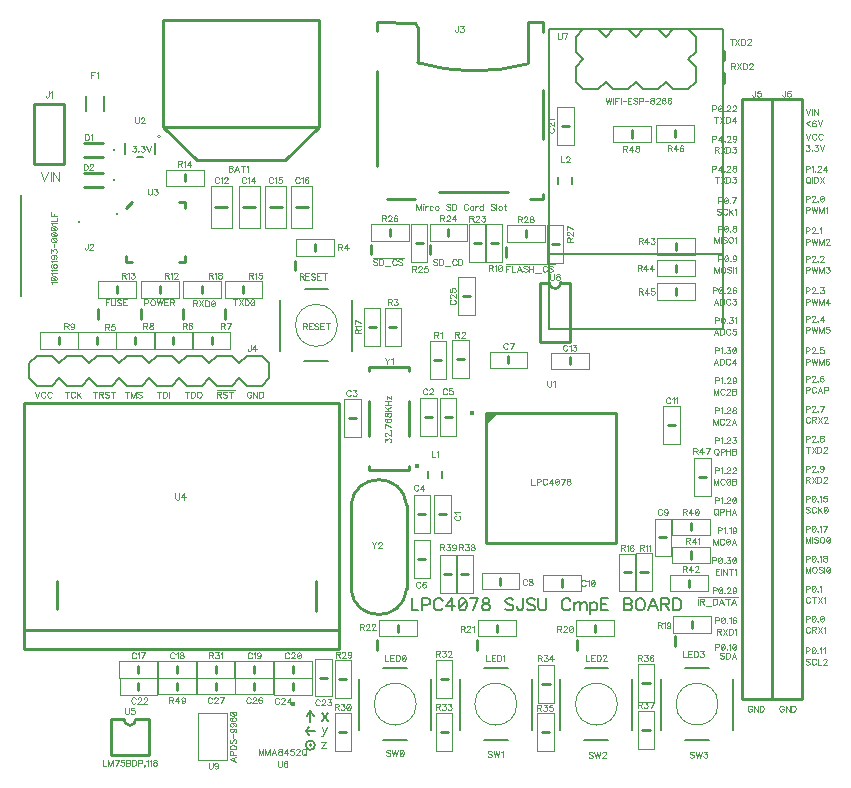
<source format=gbr>
%TF.GenerationSoftware,Novarm,DipTrace,3.2.0.1*%
%TF.CreationDate,2018-03-15T12:04:56-08:00*%
%FSLAX26Y26*%
%MOIN*%
%TF.FileFunction,Legend,Top*%
%TF.Part,Single*%
%ADD10C,0.009843*%
%ADD17C,0.006*%
%ADD18C,0.008*%
%ADD25C,0.003937*%
%ADD29C,0.009433*%
%ADD31C,0.005*%
%ADD35C,0.009994*%
%ADD47C,0.000013*%
%ADD48C,0.015768*%
%ADD51C,0.011774*%
%ADD57C,0.015697*%
%ADD63C,0.015422*%
%ADD138C,0.003088*%
%ADD139C,0.006176*%
%ADD140C,0.004632*%
G75*
G01*
%LPD*%
X1385277Y2547140D2*
D10*
X866537D1*
Y2903390D1*
X1385277D1*
Y2547140D1*
X1272836Y2434639D1*
X866537Y2547140D2*
X979057Y2434639D1*
X1272836D2*
X979057D1*
X1808951Y1254301D2*
X1785328D1*
X1824698Y1317293D2*
D25*
X1769580D1*
Y1191309D1*
X1824698D1*
Y1317293D1*
X1738312Y1577622D2*
D10*
X1761935D1*
X1722565Y1514630D2*
D25*
X1777683D1*
Y1640614D1*
X1722565D1*
Y1514630D1*
X1486120Y1575404D2*
D10*
X1509744D1*
X1470373Y1512412D2*
D25*
X1525491D1*
Y1638397D1*
X1470373D1*
Y1512412D1*
X1716578Y1255607D2*
D10*
X1740202D1*
X1700831Y1192614D2*
D25*
X1755949D1*
Y1318599D1*
X1700831D1*
Y1192614D1*
X1803930Y1577622D2*
D10*
X1827554D1*
X1788183Y1514630D2*
D25*
X1843301D1*
Y1640614D1*
X1788183D1*
Y1514630D1*
X1740202Y1104301D2*
D10*
X1716578D1*
X1755949Y1167293D2*
D25*
X1700831D1*
Y1041309D1*
X1755949D1*
Y1167293D1*
X2016975Y1757335D2*
D10*
Y1780959D1*
X2079967Y1741588D2*
D25*
X1953983D1*
Y1796706D1*
X2079967D1*
Y1741588D1*
X1990145Y1043384D2*
D10*
Y1019761D1*
X1927152Y1059131D2*
D25*
X2053137D1*
Y1004013D1*
X1927152D1*
Y1059131D1*
X2519703Y1177478D2*
D10*
X2543326D1*
X2503956Y1114486D2*
D25*
X2559074D1*
Y1240470D1*
X2503956D1*
Y1114486D1*
X2194734Y1013652D2*
D10*
Y1037275D1*
X2257726Y997904D2*
D25*
X2131742D1*
Y1053023D1*
X2257726D1*
Y997904D1*
X2547829Y1552481D2*
D10*
X2571452D1*
X2532082Y1489488D2*
D25*
X2587200D1*
Y1615473D1*
X2532082D1*
Y1489488D1*
X1079258Y2278361D2*
D10*
X1039885D1*
X1095004Y2349227D2*
D25*
X1024138D1*
Y2207495D1*
X1095004D1*
Y2349227D1*
X2221042Y1777820D2*
D10*
Y1754196D1*
X2158050Y1793567D2*
D25*
X2284034D1*
Y1738449D1*
X2158050D1*
Y1793567D1*
X1172998Y2278361D2*
D10*
X1133625D1*
X1188744Y2349227D2*
D25*
X1117878D1*
Y2207495D1*
X1188744D1*
Y2349227D1*
X1260489Y2278361D2*
D10*
X1221115D1*
X1276235Y2349227D2*
D25*
X1205369D1*
Y2207495D1*
X1276235D1*
Y2349227D1*
X1347980Y2278361D2*
D10*
X1308606D1*
X1363726Y2349227D2*
D25*
X1292860D1*
Y2207495D1*
X1363726D1*
Y2349227D1*
X783096Y749351D2*
D10*
Y725728D1*
X720104Y765099D2*
D25*
X846088D1*
Y709981D1*
X720104D1*
Y765099D1*
X911860Y749351D2*
D10*
Y725728D1*
X848868Y765099D2*
D25*
X974852D1*
Y709981D1*
X848868D1*
Y765099D1*
X1169386Y749351D2*
D10*
Y725728D1*
X1106394Y765099D2*
D25*
X1232378D1*
Y709981D1*
X1106394D1*
Y765099D1*
X1298150Y749351D2*
D10*
Y725728D1*
X1235158Y765099D2*
D25*
X1361142D1*
Y709981D1*
X1235158D1*
Y765099D1*
X2194514Y2549395D2*
D10*
X2218138D1*
X2178767Y2486403D2*
D25*
X2233885D1*
Y2612387D1*
X2178767D1*
Y2486403D1*
X783475Y669030D2*
D10*
Y692653D1*
X846467Y653282D2*
D25*
X720483D1*
Y708401D1*
X846467D1*
Y653282D1*
X1388454Y710551D2*
D10*
X1412077D1*
X1372706Y647559D2*
D25*
X1427824D1*
Y773544D1*
X1372706D1*
Y647559D1*
X1298150Y669472D2*
D10*
Y693096D1*
X1361142Y653725D2*
D25*
X1235158D1*
Y708843D1*
X1361142D1*
Y653725D1*
X1889292Y1981516D2*
D10*
X1865669D1*
X1905040Y2044508D2*
D25*
X1849922D1*
Y1918524D1*
X1905040D1*
Y2044508D1*
X1169471Y693328D2*
D10*
Y669704D1*
X1106479Y709075D2*
D25*
X1232464D1*
Y653957D1*
X1106479D1*
Y709075D1*
X1040890Y693328D2*
D10*
Y669704D1*
X977898Y709075D2*
D25*
X1103882D1*
Y653957D1*
X977898D1*
Y709075D1*
X664522Y2445439D2*
D10*
X601531D1*
X664522Y2492682D2*
X601531D1*
D29*
X701530Y2469061D3*
X664522Y2345450D2*
D10*
X601531D1*
X664522Y2392693D2*
X601531D1*
D29*
X701530Y2369071D3*
X667740Y2649168D2*
D18*
Y2599168D1*
X607740D2*
Y2649168D1*
X534631Y2622185D2*
D10*
X434631D1*
X534631Y2422185D2*
Y2622185D1*
Y2422185D2*
X434631D1*
Y2622185D1*
D35*
X587033Y2229009D3*
X392149Y2317589D2*
D31*
Y1982944D1*
X1578350Y2415787D2*
D10*
Y2730828D1*
Y2866529D2*
Y2894028D1*
X2133339D2*
Y2862345D1*
Y2667461D2*
Y2506055D1*
Y2321334D2*
Y2305791D1*
X2090180D1*
X2014803Y2329105D2*
X1786851D1*
X1704180Y2305791D2*
X1613607D1*
X1706003Y2893430D2*
X1713906Y2874301D1*
Y2760121D1*
X2080454Y2893430D2*
Y2760121D1*
X1713906D2*
G03X2080454Y2755936I190683J646859D01*
G01*
X1706003Y2893430D2*
X1578350Y2894028D1*
X2080454D2*
X2133339D1*
X1044016Y1782765D2*
D18*
X1094016D1*
X1119016Y1757765D1*
Y1707765D2*
X1094016Y1682765D1*
X919016Y1757765D2*
X944016Y1782765D1*
X994016D1*
X1019016Y1757765D1*
Y1707765D2*
X994016Y1682765D1*
X944016D1*
X919016Y1707765D1*
X1044016Y1782765D2*
X1019016Y1757765D1*
Y1707765D2*
X1044016Y1682765D1*
X1094016D2*
X1044016D1*
X744016Y1782765D2*
X794016D1*
X819016Y1757765D1*
Y1707765D2*
X794016Y1682765D1*
X819016Y1757765D2*
X844016Y1782765D1*
X894016D1*
X919016Y1757765D1*
Y1707765D2*
X894016Y1682765D1*
X844016D1*
X819016Y1707765D1*
X619016Y1757765D2*
X644016Y1782765D1*
X694016D1*
X719016Y1757765D1*
Y1707765D2*
X694016Y1682765D1*
X644016D1*
X619016Y1707765D1*
X744016Y1782765D2*
X719016Y1757765D1*
Y1707765D2*
X744016Y1682765D1*
X794016D2*
X744016D1*
X444016Y1782765D2*
X494016D1*
X519016Y1757765D1*
Y1707765D2*
X494016Y1682765D1*
X519016Y1757765D2*
X544016Y1782765D1*
X594016D1*
X619016Y1757765D1*
Y1707765D2*
X594016Y1682765D1*
X544016D1*
X519016Y1707765D1*
X419016Y1757765D2*
Y1707765D1*
X444016Y1782765D2*
X419016Y1757765D1*
Y1707765D2*
X444016Y1682765D1*
X494016D2*
X444016D1*
X1144016Y1782765D2*
X1194016D1*
X1219016Y1757765D1*
Y1707765D1*
X1194016Y1682765D1*
X1144016Y1782765D2*
X1119016Y1757765D1*
Y1707765D2*
X1144016Y1682765D1*
X1194016D2*
X1144016D1*
X2794016Y713765D2*
D10*
Y2637765D1*
Y637765D2*
Y713765D1*
X2894016Y637765D2*
X2794016D1*
X2894016D2*
Y2637765D1*
X2794016D1*
X2894016Y713765D2*
Y2637765D1*
Y637765D2*
Y713765D1*
X2994016Y637765D2*
X2894016D1*
X2994016D2*
Y2637765D1*
X2894016D1*
X1748667Y1373979D2*
D17*
Y1397601D1*
X1795911Y1373979D2*
Y1397601D1*
X2182704Y2355197D2*
Y2378819D1*
X2229948Y2355197D2*
Y2378819D1*
X1304559Y2068019D2*
D10*
Y2099515D1*
X791756Y1906495D2*
Y1937991D1*
X648021Y1906495D2*
Y1937991D1*
X1072977Y1906495D2*
Y1937991D1*
X932366Y1906495D2*
Y1937991D1*
X2572559Y815768D2*
Y847264D1*
X2245475Y803268D2*
Y834764D1*
X1912143Y803268D2*
Y834764D1*
X1578810Y803268D2*
Y834764D1*
X1753962Y2122191D2*
Y2153687D1*
X1560192Y2122191D2*
Y2153687D1*
X2007117Y2112814D2*
Y2144310D1*
X2735058Y2693901D2*
Y2725397D1*
Y2768901D2*
Y2800397D1*
X1754110Y1706746D2*
D25*
X1809229D1*
Y1832730D1*
X1754110D1*
Y1706746D1*
X1769858Y1769738D2*
D10*
X1793481D1*
X1829110Y1708369D2*
D25*
X1884229D1*
Y1834353D1*
X1829110D1*
Y1708369D1*
X1844858Y1771361D2*
D10*
X1868481D1*
X1659075Y1942294D2*
D25*
X1603957D1*
Y1816310D1*
X1659075D1*
Y1942294D1*
X1643328Y1879302D2*
D10*
X1619704D1*
X1310166Y2171748D2*
D25*
X1436150D1*
Y2116630D1*
X1310166D1*
Y2171748D1*
X1373158Y2156001D2*
D10*
Y2132377D1*
X708419Y1807193D2*
D25*
X582435D1*
Y1862311D1*
X708419D1*
Y1807193D1*
X645427Y1822940D2*
D10*
Y1846564D1*
X837095Y1862311D2*
D25*
X963079D1*
Y1807193D1*
X837095D1*
Y1862311D1*
X900087Y1846564D2*
D10*
Y1822940D1*
X964425Y1862311D2*
D25*
X1090410D1*
Y1807193D1*
X964425D1*
Y1862311D1*
X1027418Y1846564D2*
D10*
Y1822940D1*
X835750Y1807193D2*
D25*
X709765D1*
Y1862311D1*
X835750D1*
Y1807193D1*
X772757Y1822940D2*
D10*
Y1846564D1*
X455104Y1862311D2*
D25*
X581088D1*
Y1807193D1*
X455104D1*
Y1862311D1*
X518096Y1846564D2*
D10*
Y1822940D1*
X1941622Y2095910D2*
D25*
X1996740D1*
Y2221894D1*
X1941622D1*
Y2095910D1*
X1957370Y2158902D2*
D10*
X1980993D1*
X2496357Y1123919D2*
D25*
X2441239D1*
Y997935D1*
X2496357D1*
Y1123919D1*
X2480610Y1060927D2*
D10*
X2456986D1*
X792568Y2031044D2*
D25*
X918553D1*
Y1975925D1*
X792568D1*
Y2031044D1*
X855561Y2015296D2*
D10*
Y1991673D1*
X648834Y2031044D2*
D25*
X774818D1*
Y1975925D1*
X648834D1*
Y2031044D1*
X711826Y2015296D2*
D10*
Y1991673D1*
X874717Y2403786D2*
D25*
X1000701D1*
Y2348668D1*
X874717D1*
Y2403786D1*
X937709Y2388039D2*
D10*
Y2364415D1*
X1070664Y2031044D2*
D25*
X1196649D1*
Y1975925D1*
X1070664D1*
Y2031044D1*
X1133656Y2015296D2*
D10*
Y1991673D1*
X2440113Y1123733D2*
D25*
X2384995D1*
Y997748D1*
X2440113D1*
Y1123733D1*
X2424366Y1060740D2*
D10*
X2400742D1*
X1590326Y1942294D2*
D25*
X1535208D1*
Y1816310D1*
X1590326D1*
Y1942294D1*
X1574578Y1879302D2*
D10*
X1550955D1*
X933179Y2031044D2*
D25*
X1059163D1*
Y1975925D1*
X933179D1*
Y2031044D1*
X996171Y2015296D2*
D10*
Y1991673D1*
X2692294Y860205D2*
D25*
X2566310D1*
Y915323D1*
X2692294D1*
Y860205D1*
X2629302Y875952D2*
D10*
Y899576D1*
X2369331Y847705D2*
D25*
X2243347D1*
Y902823D1*
X2369331D1*
Y847705D1*
X2306339Y863452D2*
D10*
Y887076D1*
X2042293Y847706D2*
D25*
X1916309D1*
Y902824D1*
X2042293D1*
Y847706D1*
X1979301Y863454D2*
D10*
Y887077D1*
X1710908Y847705D2*
D25*
X1584924D1*
Y902823D1*
X1710908D1*
Y847705D1*
X1647916Y863452D2*
D10*
Y887076D1*
X1885198Y2095738D2*
D25*
X1940317D1*
Y2221722D1*
X1885198D1*
Y2095738D1*
X1900946Y2158730D2*
D10*
X1924569D1*
X1753799Y2221575D2*
D25*
X1879784D1*
Y2166457D1*
X1753799D1*
Y2221575D1*
X1816792Y2205828D2*
D10*
Y2182204D1*
X1691448Y2095738D2*
D25*
X1746566D1*
Y2221722D1*
X1691448D1*
Y2095738D1*
X1707195Y2158730D2*
D10*
X1730819D1*
X1558227Y2221575D2*
D25*
X1684212D1*
Y2166457D1*
X1558227D1*
Y2221575D1*
X1621219Y2205828D2*
D10*
Y2182204D1*
X2144772Y2092784D2*
D25*
X2199890D1*
Y2218768D1*
X2144772D1*
Y2092784D1*
X2160519Y2155776D2*
D10*
X2184143D1*
X2011540Y2218628D2*
D25*
X2137524D1*
Y2163509D1*
X2011540D1*
Y2218628D1*
X2074532Y2202880D2*
D10*
Y2179257D1*
X1492649Y769538D2*
D25*
X1437530D1*
Y643554D1*
X1492649D1*
Y769538D1*
X1476901Y706546D2*
D10*
X1453278D1*
X1492649Y592309D2*
D25*
X1437530D1*
Y466324D1*
X1492649D1*
Y592309D1*
X1476901Y529317D2*
D10*
X1453278D1*
X1103614Y709981D2*
D25*
X977630D1*
Y765099D1*
X1103614D1*
Y709981D1*
X1040622Y725728D2*
D10*
Y749351D1*
X1830184Y769538D2*
D25*
X1775066D1*
Y643554D1*
X1830184D1*
Y769538D1*
X1814437Y706546D2*
D10*
X1790813D1*
X1830184Y592309D2*
D25*
X1775066D1*
Y466324D1*
X1830184D1*
Y592309D1*
X1814437Y529317D2*
D10*
X1790813D1*
X2169547Y750786D2*
D25*
X2114429D1*
Y624802D1*
X2169547D1*
Y750786D1*
X2153800Y687794D2*
D10*
X2130177D1*
X2167719Y592309D2*
D25*
X2112601D1*
Y466324D1*
X2167719D1*
Y592309D1*
X2151972Y529317D2*
D10*
X2128349D1*
X2503044Y754826D2*
D25*
X2447925D1*
Y628841D1*
X2503044D1*
Y754826D1*
X2487296Y691834D2*
D10*
X2463673D1*
X2503044Y598559D2*
D25*
X2447925D1*
Y472575D1*
X2503044D1*
Y598559D1*
X2487296Y535567D2*
D10*
X2463673D1*
X1898941Y1119306D2*
D25*
X1843823D1*
Y993322D1*
X1898941D1*
Y1119306D1*
X1883194Y1056314D2*
D10*
X1859570D1*
X1842685Y1119306D2*
D25*
X1787567D1*
Y993322D1*
X1842685D1*
Y1119306D1*
X1826938Y1056314D2*
D10*
X1803314D1*
X2561365Y1240324D2*
D25*
X2687349D1*
Y1185206D1*
X2561365D1*
Y1240324D1*
X2624357Y1224577D2*
D10*
Y1200954D1*
X2561366Y1146578D2*
D25*
X2687351D1*
Y1091460D1*
X2561366D1*
Y1146578D1*
X2624359Y1130830D2*
D10*
Y1107207D1*
X2555116Y1052832D2*
D25*
X2681100D1*
Y997714D1*
X2555116D1*
Y1052832D1*
X2618108Y1037085D2*
D10*
Y1013461D1*
X2511364Y2174698D2*
D25*
X2637348D1*
Y2119580D1*
X2511364D1*
Y2174698D1*
X2574356Y2158951D2*
D10*
Y2135328D1*
X2511365Y2102826D2*
D25*
X2637349D1*
Y2047708D1*
X2511365D1*
Y2102826D1*
X2574357Y2087078D2*
D10*
Y2063455D1*
X2511601Y2024861D2*
D25*
X2637586D1*
Y1969743D1*
X2511601D1*
Y2024861D1*
X2574593Y2009114D2*
D10*
Y1985490D1*
X2508920Y2550646D2*
D25*
X2634904D1*
Y2495528D1*
X2508920D1*
Y2550646D1*
X2571912Y2534899D2*
D10*
Y2511275D1*
X2690563Y1442390D2*
D25*
X2635445D1*
Y1316406D1*
X2690563D1*
Y1442390D1*
X2674816Y1379398D2*
D10*
X2651192D1*
X2364488Y2549700D2*
D25*
X2490473D1*
Y2494582D1*
X2364488D1*
Y2549700D1*
X2427481Y2533952D2*
D10*
Y2510329D1*
X849318Y709075D2*
D25*
X975302D1*
Y653957D1*
X849318D1*
Y709075D1*
X912310Y693328D2*
D10*
Y669704D1*
X1306765Y1884516D2*
D47*
G02X1306765Y1884516I70000J0D01*
G01*
X1256765Y1969516D2*
D18*
Y1799516D1*
X1496765D2*
Y1969516D1*
X1337474Y2004516D2*
X1416765D1*
X1336293Y1764516D2*
X1416765D1*
X1569265Y622016D2*
D47*
G02X1569265Y622016I70000J0D01*
G01*
X1519265Y707016D2*
D18*
Y537016D1*
X1759265D2*
Y707016D1*
X1599974Y742016D2*
X1679265D1*
X1598793Y502016D2*
X1679265D1*
X1904683Y622016D2*
D47*
G02X1904683Y622016I70000J0D01*
G01*
X1854683Y707016D2*
D18*
Y537016D1*
X2094683D2*
Y707016D1*
X1935391Y742016D2*
X2014683D1*
X1934210Y502016D2*
X2014683D1*
X2240099Y622016D2*
D47*
G02X2240099Y622016I70000J0D01*
G01*
X2190099Y707016D2*
D18*
Y537016D1*
X2430099D2*
Y707016D1*
X2270807Y742016D2*
X2350099D1*
X2269626Y502016D2*
X2350099D1*
X2575516Y622016D2*
D47*
G02X2575516Y622016I70000J0D01*
G01*
X2525516Y707016D2*
D18*
Y537016D1*
X2765516D2*
Y707016D1*
X2606225Y742016D2*
X2685516D1*
X2605044Y502016D2*
X2685516D1*
X1942225Y1592313D2*
D10*
X2375335D1*
Y1159202D1*
X1942225D1*
Y1592313D1*
G36*
D2*
Y1552923D1*
X1981614Y1592313D1*
X1942225D1*
G37*
D48*
X1895010D3*
X845865Y2514079D2*
D47*
G02X845865Y2514079I5000J0D01*
G01*
X737865Y2457173D2*
D18*
Y2490985D1*
X837865D2*
Y2457173D1*
X798432Y2446173D2*
X777298D1*
X919337Y2294004D2*
D10*
X939001D1*
Y2274312D1*
X919337Y2097131D2*
X939001D1*
Y2116822D2*
Y2097131D1*
X742181D2*
X761871D1*
X742181Y2116822D2*
Y2097131D1*
D51*
X712697Y2254631D3*
X761871Y2294004D2*
D10*
X742181Y2274312D1*
X510425Y939579D2*
Y1033367D1*
X1376809Y933255D2*
Y1033285D1*
X401103Y804646D2*
X1452284D1*
Y1625906D1*
X401103D1*
Y804646D1*
X402154Y867472D2*
X1452179D1*
X692080Y570935D2*
Y452824D1*
X818049Y570935D2*
Y452824D1*
X692080D2*
X818049D1*
X692080Y570935D2*
X735376D1*
X774753D2*
X818049D1*
X735376D2*
G03X774753Y570935I19688J-13D01*
G01*
D57*
X1300279Y623693D3*
X2730891Y2872137D2*
D31*
Y2122137D1*
Y1872137D1*
X2150891D1*
Y2122137D1*
Y2872137D1*
X2265891D1*
X2315891D1*
X2365891D1*
X2415891D1*
X2465891D1*
X2515891D1*
X2565891D1*
X2615891D1*
X2730891D1*
Y2122137D2*
X2150891D1*
X2615891Y2872137D2*
X2640891Y2847137D1*
Y2797137D1*
X2615891Y2772137D1*
X2640891Y2747137D1*
Y2697137D1*
X2615891Y2672137D1*
X2565891D1*
X2540891Y2697137D1*
X2515891Y2672137D1*
X2465891D1*
X2440891Y2697137D1*
X2415891Y2672137D1*
X2365891D1*
X2340891Y2697137D1*
X2315891Y2672137D1*
X2265891D1*
X2240891Y2697137D1*
Y2747137D1*
X2265891Y2772137D1*
X2240891Y2797137D1*
Y2847137D1*
X2265891Y2872137D1*
X2315891D2*
X2340891Y2847137D1*
X2365891Y2872137D1*
X2415891D2*
X2440891Y2847137D1*
X2465891Y2872137D1*
X2515891D2*
X2540891Y2847137D1*
X2565891Y2872137D1*
X2121002Y2026818D2*
D10*
Y1829964D1*
X2223379Y2026818D2*
Y1829964D1*
X2121002D2*
X2223379D1*
X2152496Y2026818D2*
X2121002D1*
X2191885D2*
X2223379D1*
X2152496D2*
G03X2191885Y2026818I19694J9D01*
G01*
X982944Y590965D2*
D25*
X1077432D1*
Y436332D1*
X982944D1*
Y590965D1*
D63*
X1711615Y1415260D3*
X1685401Y1731868D2*
D10*
Y1745568D1*
X1551436Y1731868D2*
Y1745568D1*
X1685401D2*
X1551436D1*
X1685401Y1515395D2*
Y1633222D1*
X1551436Y1515395D2*
Y1633222D1*
Y1403049D2*
Y1416750D1*
X1685401Y1403049D2*
Y1416750D1*
Y1403049D2*
X1551436D1*
X1677515Y1005605D2*
Y1284934D1*
X1491767Y1005605D2*
Y1284934D1*
Y1005605D2*
G03X1677515Y1005605I92874J8216D01*
G01*
Y1284934D2*
G03X1491767Y1284934I-92874J-8216D01*
G01*
X1340705Y531755D2*
D18*
X1371983Y531801D1*
X1340705Y531755D2*
X1353205Y544255D1*
X1340705Y531755D2*
X1353205Y519256D1*
X1356330Y563004D2*
Y597380D1*
X1343828Y581755D1*
X1356330Y597380D2*
X1368830Y581755D1*
X1340802Y484908D2*
G02X1340802Y484908I15627J0D01*
G01*
X1353305Y484909D2*
G02X1353305Y484909I3125J0D01*
G01*
X1083838Y2417108D2*
D138*
Y2397012D1*
X1092460D1*
X1095334Y2397985D1*
X1096285Y2398936D1*
X1097235Y2400837D1*
Y2403711D1*
X1096285Y2405634D1*
X1095334Y2406585D1*
X1092460Y2407536D1*
X1095334Y2408508D1*
X1096285Y2409459D1*
X1097235Y2411360D1*
Y2413284D1*
X1096285Y2415185D1*
X1095334Y2416158D1*
X1092460Y2417108D1*
X1083838D1*
Y2407536D2*
X1092460D1*
X1118732Y2397012D2*
X1111060Y2417108D1*
X1103411Y2397012D1*
X1106285Y2403711D2*
X1115858D1*
X1131606Y2417108D2*
Y2397012D1*
X1124908Y2417108D2*
X1138305D1*
X1144481Y2413262D2*
X1146404Y2414234D1*
X1149278Y2417086D1*
Y2397012D1*
X1841376Y1250213D2*
X1839475Y1249262D1*
X1837551Y1247339D1*
X1836601Y1245437D1*
Y1241613D1*
X1837551Y1239689D1*
X1839475Y1237788D1*
X1841376Y1236815D1*
X1844250Y1235865D1*
X1849047D1*
X1851899Y1236815D1*
X1853823Y1237788D1*
X1855724Y1239689D1*
X1856697Y1241613D1*
Y1245437D1*
X1855724Y1247339D1*
X1853823Y1249262D1*
X1851899Y1250213D1*
X1840448Y1256388D2*
X1839475Y1258312D1*
X1836623Y1261186D1*
X1856697D1*
X1746577Y1669369D2*
X1745626Y1671270D1*
X1743703Y1673193D1*
X1741801Y1674144D1*
X1737977D1*
X1736053Y1673193D1*
X1734152Y1671270D1*
X1733179Y1669369D1*
X1732229Y1666495D1*
Y1661697D1*
X1733179Y1658845D1*
X1734152Y1656922D1*
X1736053Y1655021D1*
X1737977Y1654048D1*
X1741801D1*
X1743703Y1655021D1*
X1745626Y1656922D1*
X1746577Y1658845D1*
X1753725Y1669346D2*
Y1670297D1*
X1754676Y1672220D1*
X1755626Y1673171D1*
X1757550Y1674122D1*
X1761374D1*
X1763276Y1673171D1*
X1764226Y1672220D1*
X1765199Y1670297D1*
Y1668396D1*
X1764226Y1666472D1*
X1762325Y1663620D1*
X1752752Y1654048D1*
X1766150D1*
X1491260Y1664027D2*
X1490310Y1665929D1*
X1488386Y1667852D1*
X1486485Y1668803D1*
X1482660D1*
X1480737Y1667852D1*
X1478836Y1665929D1*
X1477863Y1664027D1*
X1476912Y1661153D1*
Y1656356D1*
X1477863Y1653504D1*
X1478836Y1651581D1*
X1480737Y1649679D1*
X1482660Y1648707D1*
X1486485D1*
X1488386Y1649679D1*
X1490310Y1651581D1*
X1491260Y1653504D1*
X1499360Y1668780D2*
X1509861D1*
X1504135Y1661131D1*
X1507009D1*
X1508910Y1660181D1*
X1509861Y1659230D1*
X1510833Y1656356D1*
Y1654455D1*
X1509861Y1651581D1*
X1507959Y1649657D1*
X1505085Y1648707D1*
X1502211D1*
X1499360Y1649657D1*
X1498409Y1650630D1*
X1497436Y1652531D1*
X1716496Y1348876D2*
X1715546Y1350778D1*
X1713622Y1352701D1*
X1711721Y1353652D1*
X1707896D1*
X1705973Y1352701D1*
X1704072Y1350778D1*
X1703099Y1348876D1*
X1702148Y1346002D1*
Y1341205D1*
X1703099Y1338353D1*
X1704072Y1336430D1*
X1705973Y1334528D1*
X1707896Y1333556D1*
X1711721D1*
X1713622Y1334528D1*
X1715546Y1336430D1*
X1716496Y1338353D1*
X1732245Y1333556D2*
Y1353630D1*
X1722672Y1340254D1*
X1737020D1*
X1812195Y1669386D2*
X1811244Y1671287D1*
X1809321Y1673210D1*
X1807420Y1674161D1*
X1803595D1*
X1801671Y1673210D1*
X1799770Y1671287D1*
X1798797Y1669386D1*
X1797847Y1666512D1*
Y1661714D1*
X1798797Y1658862D1*
X1799770Y1656939D1*
X1801671Y1655038D1*
X1803595Y1654065D1*
X1807420D1*
X1809321Y1655038D1*
X1811244Y1656939D1*
X1812195Y1658862D1*
X1829844Y1674139D2*
X1820294D1*
X1819343Y1665539D1*
X1820294Y1666489D1*
X1823168Y1667462D1*
X1826020D1*
X1828894Y1666489D1*
X1830817Y1664588D1*
X1831768Y1661714D1*
Y1659813D1*
X1830817Y1656939D1*
X1828894Y1655016D1*
X1826020Y1654065D1*
X1823168D1*
X1820294Y1655016D1*
X1819343Y1655988D1*
X1818371Y1657890D1*
X1723709Y1025715D2*
X1722758Y1027616D1*
X1720835Y1029540D1*
X1718933Y1030490D1*
X1715109D1*
X1713185Y1029540D1*
X1711284Y1027616D1*
X1710311Y1025715D1*
X1709361Y1022841D1*
Y1018044D1*
X1710311Y1015192D1*
X1711284Y1013268D1*
X1713185Y1011367D1*
X1715109Y1010394D1*
X1718933D1*
X1720835Y1011367D1*
X1722758Y1013268D1*
X1723709Y1015192D1*
X1741358Y1027616D2*
X1740408Y1029518D1*
X1737534Y1030468D1*
X1735632D1*
X1732758Y1029518D1*
X1730835Y1026644D1*
X1729884Y1021868D1*
Y1017093D1*
X1730835Y1013268D1*
X1732758Y1011345D1*
X1735632Y1010394D1*
X1736583D1*
X1739435Y1011345D1*
X1741358Y1013268D1*
X1742309Y1016142D1*
Y1017093D1*
X1741358Y1019967D1*
X1739435Y1021868D1*
X1736583Y1022819D1*
X1735632D1*
X1732758Y1021868D1*
X1730835Y1019967D1*
X1729884Y1017093D1*
X2014380Y1821212D2*
X2013429Y1823114D1*
X2011506Y1825037D1*
X2009605Y1825988D1*
X2005780D1*
X2003857Y1825037D1*
X2001955Y1823114D1*
X2000983Y1821212D1*
X2000032Y1818338D1*
Y1813541D1*
X2000983Y1810689D1*
X2001955Y1808766D1*
X2003857Y1806864D1*
X2005780Y1805892D1*
X2009605D1*
X2011506Y1806864D1*
X2013429Y1808766D1*
X2014380Y1810689D1*
X2024380Y1805892D2*
X2033953Y1825966D1*
X2020556D1*
X2078176Y1033643D2*
X2077225Y1035544D1*
X2075302Y1037467D1*
X2073400Y1038418D1*
X2069576D1*
X2067652Y1037467D1*
X2065751Y1035544D1*
X2064778Y1033643D1*
X2063828Y1030769D1*
Y1025971D1*
X2064778Y1023119D1*
X2065751Y1021196D1*
X2067652Y1019295D1*
X2069576Y1018322D1*
X2073400D1*
X2075302Y1019295D1*
X2077225Y1021196D1*
X2078176Y1023119D1*
X2089127Y1038396D2*
X2086275Y1037445D1*
X2085302Y1035544D1*
Y1033621D1*
X2086275Y1031719D1*
X2088176Y1030747D1*
X2092001Y1029796D1*
X2094875Y1028845D1*
X2096776Y1026922D1*
X2097727Y1025021D1*
Y1022147D1*
X2096776Y1020245D1*
X2095825Y1019273D1*
X2092951Y1018322D1*
X2089127D1*
X2086275Y1019273D1*
X2085302Y1020245D1*
X2084351Y1022147D1*
Y1025021D1*
X2085302Y1026922D1*
X2087225Y1028845D1*
X2090077Y1029796D1*
X2093902Y1030747D1*
X2095825Y1031719D1*
X2096776Y1033621D1*
Y1035544D1*
X2095825Y1037445D1*
X2092951Y1038396D1*
X2089127D1*
X2529395Y1268101D2*
X2528444Y1270002D1*
X2526521Y1271925D1*
X2524619Y1272876D1*
X2520795D1*
X2518871Y1271925D1*
X2516970Y1270002D1*
X2515997Y1268101D1*
X2515047Y1265227D1*
Y1260429D1*
X2515997Y1257577D1*
X2516970Y1255654D1*
X2518871Y1253753D1*
X2520795Y1252780D1*
X2524619D1*
X2526521Y1253753D1*
X2528444Y1255654D1*
X2529395Y1257577D1*
X2548017Y1266177D2*
X2547044Y1263303D1*
X2545143Y1261380D1*
X2542269Y1260429D1*
X2541318D1*
X2538444Y1261380D1*
X2536543Y1263303D1*
X2535570Y1266177D1*
Y1267128D1*
X2536543Y1270002D1*
X2538444Y1271903D1*
X2541318Y1272854D1*
X2542269D1*
X2545143Y1271903D1*
X2547044Y1270002D1*
X2548017Y1266177D1*
Y1261380D1*
X2547044Y1256605D1*
X2545143Y1253731D1*
X2542269Y1252780D1*
X2540368D1*
X2537494Y1253731D1*
X2536543Y1255654D1*
X2274143Y1030659D2*
X2273192Y1032560D1*
X2271269Y1034483D1*
X2269367Y1035434D1*
X2265543D1*
X2263619Y1034483D1*
X2261718Y1032560D1*
X2260745Y1030659D1*
X2259795Y1027785D1*
Y1022987D1*
X2260745Y1020135D1*
X2261718Y1018212D1*
X2263619Y1016311D1*
X2265543Y1015338D1*
X2269367D1*
X2271269Y1016311D1*
X2273192Y1018212D1*
X2274143Y1020135D1*
X2280318Y1031587D2*
X2282242Y1032560D1*
X2285116Y1035412D1*
Y1015338D1*
X2297039Y1035412D2*
X2294165Y1034461D1*
X2292242Y1031587D1*
X2291291Y1026812D1*
Y1023938D1*
X2292242Y1019162D1*
X2294165Y1016288D1*
X2297039Y1015338D1*
X2298941D1*
X2301815Y1016288D1*
X2303716Y1019162D1*
X2304689Y1023938D1*
Y1026812D1*
X2303716Y1031587D1*
X2301815Y1034461D1*
X2298941Y1035412D1*
X2297039D1*
X2303716Y1031587D2*
X2292242Y1019162D1*
X2556405Y1639513D2*
X2555454Y1641414D1*
X2553531Y1643338D1*
X2551629Y1644288D1*
X2547805D1*
X2545881Y1643338D1*
X2543980Y1641414D1*
X2543007Y1639513D1*
X2542057Y1636639D1*
Y1631841D1*
X2543007Y1628990D1*
X2543980Y1627066D1*
X2545881Y1625165D1*
X2547805Y1624192D1*
X2551629D1*
X2553531Y1625165D1*
X2555454Y1627066D1*
X2556405Y1628990D1*
X2562580Y1640441D2*
X2564504Y1641414D1*
X2567378Y1644266D1*
Y1624192D1*
X2573553Y1640441D2*
X2575477Y1641414D1*
X2578351Y1644266D1*
Y1624192D1*
X1051456Y2373695D2*
X1050506Y2375597D1*
X1048582Y2377520D1*
X1046681Y2378471D1*
X1042856D1*
X1040933Y2377520D1*
X1039032Y2375597D1*
X1038059Y2373695D1*
X1037108Y2370821D1*
Y2366024D1*
X1038059Y2363172D1*
X1039032Y2361249D1*
X1040933Y2359347D1*
X1042856Y2358375D1*
X1046681D1*
X1048582Y2359347D1*
X1050506Y2361249D1*
X1051456Y2363172D1*
X1057632Y2374624D2*
X1059555Y2375597D1*
X1062429Y2378448D1*
Y2358375D1*
X1069578Y2373673D2*
Y2374624D1*
X1070528Y2376547D1*
X1071479Y2377498D1*
X1073402Y2378448D1*
X1077227D1*
X1079128Y2377498D1*
X1080079Y2376547D1*
X1081052Y2374624D1*
Y2372723D1*
X1080079Y2370799D1*
X1078178Y2367947D1*
X1068605Y2358375D1*
X1082002D1*
X2212951Y1814953D2*
X2212000Y1816854D1*
X2210077Y1818777D1*
X2208176Y1819728D1*
X2204351D1*
X2202428Y1818777D1*
X2200526Y1816854D1*
X2199554Y1814953D1*
X2198603Y1812078D1*
Y1807281D1*
X2199554Y1804429D1*
X2200526Y1802506D1*
X2202428Y1800605D1*
X2204351Y1799632D1*
X2208176D1*
X2210077Y1800605D1*
X2212000Y1802506D1*
X2212951Y1804429D1*
X2219127Y1815881D2*
X2221050Y1816854D1*
X2223924Y1819706D1*
Y1799632D1*
X2232023Y1819706D2*
X2242524D1*
X2236799Y1812056D1*
X2239673D1*
X2241574Y1811106D1*
X2242524Y1810155D1*
X2243497Y1807281D1*
Y1805380D1*
X2242524Y1802506D1*
X2240623Y1800582D1*
X2237749Y1799632D1*
X2234875D1*
X2232023Y1800582D1*
X2231073Y1801555D1*
X2230100Y1803456D1*
X1141596Y2373695D2*
X1140646Y2375597D1*
X1138722Y2377520D1*
X1136821Y2378471D1*
X1132997D1*
X1131073Y2377520D1*
X1129172Y2375597D1*
X1128199Y2373695D1*
X1127248Y2370821D1*
Y2366024D1*
X1128199Y2363172D1*
X1129172Y2361249D1*
X1131073Y2359347D1*
X1132997Y2358375D1*
X1136821D1*
X1138722Y2359347D1*
X1140646Y2361249D1*
X1141596Y2363172D1*
X1147772Y2374624D2*
X1149696Y2375597D1*
X1152570Y2378448D1*
Y2358375D1*
X1168318D2*
Y2378448D1*
X1158745Y2365073D1*
X1173093D1*
X1232703Y2373741D2*
X1231752Y2375643D1*
X1229829Y2377566D1*
X1227928Y2378517D1*
X1224103D1*
X1222180Y2377566D1*
X1220278Y2375643D1*
X1219306Y2373741D1*
X1218355Y2370867D1*
Y2366070D1*
X1219306Y2363218D1*
X1220278Y2361295D1*
X1222180Y2359393D1*
X1224103Y2358421D1*
X1227928D1*
X1229829Y2359393D1*
X1231752Y2361295D1*
X1232703Y2363218D1*
X1238879Y2374670D2*
X1240802Y2375643D1*
X1243676Y2378494D1*
Y2358421D1*
X1261326Y2378494D2*
X1251775D1*
X1250825Y2369894D1*
X1251775Y2370845D1*
X1254649Y2371818D1*
X1257501D1*
X1260375Y2370845D1*
X1262299Y2368944D1*
X1263249Y2366070D1*
Y2364169D1*
X1262299Y2361295D1*
X1260375Y2359371D1*
X1257501Y2358421D1*
X1254649D1*
X1251775Y2359371D1*
X1250825Y2360344D1*
X1249852Y2362245D1*
X1320680Y2373741D2*
X1319730Y2375643D1*
X1317806Y2377566D1*
X1315905Y2378517D1*
X1312080D1*
X1310157Y2377566D1*
X1308256Y2375643D1*
X1307283Y2373741D1*
X1306332Y2370867D1*
Y2366070D1*
X1307283Y2363218D1*
X1308256Y2361295D1*
X1310157Y2359393D1*
X1312080Y2358421D1*
X1315905D1*
X1317806Y2359393D1*
X1319730Y2361295D1*
X1320680Y2363218D1*
X1326856Y2374670D2*
X1328779Y2375643D1*
X1331653Y2378494D1*
Y2358421D1*
X1349303Y2375643D2*
X1348352Y2377544D1*
X1345478Y2378494D1*
X1343577D1*
X1340703Y2377544D1*
X1338780Y2374670D1*
X1337829Y2369894D1*
Y2365119D1*
X1338780Y2361295D1*
X1340703Y2359371D1*
X1343577Y2358421D1*
X1344528D1*
X1347380Y2359371D1*
X1349303Y2361295D1*
X1350254Y2364169D1*
Y2365119D1*
X1349303Y2367993D1*
X1347380Y2369894D1*
X1344528Y2370845D1*
X1343577D1*
X1340703Y2369894D1*
X1338780Y2367993D1*
X1337829Y2365119D1*
X774997Y789613D2*
X774046Y791514D1*
X772123Y793437D1*
X770222Y794388D1*
X766397D1*
X764474Y793437D1*
X762572Y791514D1*
X761600Y789613D1*
X760649Y786739D1*
Y781941D1*
X761600Y779089D1*
X762572Y777166D1*
X764474Y775265D1*
X766397Y774292D1*
X770222D1*
X772123Y775265D1*
X774046Y777166D1*
X774997Y779089D1*
X781173Y790541D2*
X783096Y791514D1*
X785970Y794366D1*
Y774292D1*
X795970D2*
X805543Y794366D1*
X792146D1*
X903772Y789613D2*
X902821Y791514D1*
X900898Y793437D1*
X898997Y794388D1*
X895172D1*
X893248Y793437D1*
X891347Y791514D1*
X890374Y789613D1*
X889424Y786739D1*
Y781941D1*
X890374Y779089D1*
X891347Y777166D1*
X893248Y775265D1*
X895172Y774292D1*
X898997D1*
X900898Y775265D1*
X902821Y777166D1*
X903772Y779089D1*
X909948Y790541D2*
X911871Y791514D1*
X914745Y794366D1*
Y774292D1*
X925696Y794366D2*
X922844Y793415D1*
X921871Y791514D1*
Y789591D1*
X922844Y787689D1*
X924745Y786716D1*
X928570Y785766D1*
X931444Y784815D1*
X933345Y782892D1*
X934296Y780991D1*
Y778117D1*
X933345Y776215D1*
X932395Y775243D1*
X929521Y774292D1*
X925696D1*
X922844Y775243D1*
X921871Y776215D1*
X920921Y778117D1*
Y780991D1*
X921871Y782892D1*
X923795Y784815D1*
X926647Y785766D1*
X930471Y786716D1*
X932395Y787689D1*
X933345Y789591D1*
Y791514D1*
X932395Y793415D1*
X929521Y794366D1*
X925696D1*
X1161762Y789613D2*
X1160812Y791514D1*
X1158888Y793437D1*
X1156987Y794388D1*
X1153162D1*
X1151239Y793437D1*
X1149338Y791514D1*
X1148365Y789613D1*
X1147414Y786739D1*
Y781941D1*
X1148365Y779089D1*
X1149338Y777166D1*
X1151239Y775265D1*
X1153162Y774292D1*
X1156987D1*
X1158888Y775265D1*
X1160812Y777166D1*
X1161762Y779089D1*
X1167938Y790541D2*
X1169861Y791514D1*
X1172735Y794366D1*
Y774292D1*
X1191358Y787689D2*
X1190385Y784815D1*
X1188484Y782892D1*
X1185610Y781941D1*
X1184659D1*
X1181785Y782892D1*
X1179884Y784815D1*
X1178911Y787689D1*
Y788640D1*
X1179884Y791514D1*
X1181785Y793415D1*
X1184659Y794366D1*
X1185610D1*
X1188484Y793415D1*
X1190385Y791514D1*
X1191358Y787689D1*
Y782892D1*
X1190385Y778117D1*
X1188484Y775243D1*
X1185610Y774292D1*
X1183709D1*
X1180834Y775243D1*
X1179884Y777166D1*
X1285751Y789613D2*
X1284800Y791514D1*
X1282877Y793437D1*
X1280976Y794388D1*
X1277151D1*
X1275227Y793437D1*
X1273326Y791514D1*
X1272353Y789613D1*
X1271403Y786739D1*
Y781941D1*
X1272353Y779089D1*
X1273326Y777166D1*
X1275227Y775265D1*
X1277151Y774292D1*
X1280976D1*
X1282877Y775265D1*
X1284800Y777166D1*
X1285751Y779089D1*
X1292899Y789591D2*
Y790541D1*
X1293850Y792465D1*
X1294801Y793415D1*
X1296724Y794366D1*
X1300549D1*
X1302450Y793415D1*
X1303400Y792465D1*
X1304373Y790541D1*
Y788640D1*
X1303400Y786716D1*
X1301499Y783865D1*
X1291927Y774292D1*
X1305324D1*
X1317248Y794366D2*
X1314374Y793415D1*
X1312450Y790541D1*
X1311500Y785766D1*
Y782892D1*
X1312450Y778117D1*
X1314374Y775243D1*
X1317248Y774292D1*
X1319149D1*
X1322023Y775243D1*
X1323924Y778117D1*
X1324897Y782892D1*
Y785766D1*
X1323924Y790541D1*
X1322023Y793415D1*
X1319149Y794366D1*
X1317248D1*
X1323924Y790541D2*
X1312450Y778117D1*
X2154253Y2541296D2*
X2152351Y2540346D1*
X2150428Y2538422D1*
X2149477Y2536521D1*
Y2532696D1*
X2150428Y2530773D1*
X2152351Y2528872D1*
X2154253Y2527899D1*
X2157127Y2526948D1*
X2161924D1*
X2164776Y2527899D1*
X2166699Y2528872D1*
X2168601Y2530773D1*
X2169573Y2532696D1*
Y2536521D1*
X2168601Y2538422D1*
X2166699Y2540346D1*
X2164776Y2541296D1*
X2154275Y2548445D2*
X2153324D1*
X2151401Y2549395D1*
X2150450Y2550346D1*
X2149500Y2552269D1*
Y2556094D1*
X2150450Y2557995D1*
X2151401Y2558946D1*
X2153324Y2559919D1*
X2155226D1*
X2157149Y2558946D1*
X2160001Y2557045D1*
X2169573Y2547472D1*
Y2560869D1*
X2153324Y2567045D2*
X2152351Y2568968D1*
X2149500Y2571842D1*
X2169573D1*
X774201Y639174D2*
X773250Y641076D1*
X771327Y642999D1*
X769426Y643950D1*
X765601D1*
X763678Y642999D1*
X761776Y641076D1*
X760804Y639174D1*
X759853Y636300D1*
Y631503D1*
X760804Y628651D1*
X761776Y626728D1*
X763678Y624826D1*
X765601Y623854D1*
X769426D1*
X771327Y624826D1*
X773250Y626728D1*
X774201Y628651D1*
X781349Y639152D2*
Y640103D1*
X782300Y642026D1*
X783251Y642977D1*
X785174Y643927D1*
X788999D1*
X790900Y642977D1*
X791851Y642026D1*
X792823Y640103D1*
Y638202D1*
X791851Y636278D1*
X789949Y633426D1*
X780377Y623854D1*
X793774D1*
X800922Y639152D2*
Y640103D1*
X801873Y642026D1*
X802824Y642977D1*
X804747Y643927D1*
X808572D1*
X810473Y642977D1*
X811424Y642026D1*
X812396Y640103D1*
Y638202D1*
X811424Y636278D1*
X809522Y633426D1*
X799950Y623854D1*
X813347D1*
X1387318Y632878D2*
X1386367Y634779D1*
X1384444Y636702D1*
X1382542Y637653D1*
X1378718D1*
X1376794Y636702D1*
X1374893Y634779D1*
X1373920Y632878D1*
X1372970Y630004D1*
Y625206D1*
X1373920Y622354D1*
X1374893Y620431D1*
X1376794Y618530D1*
X1378718Y617557D1*
X1382542D1*
X1384444Y618530D1*
X1386367Y620431D1*
X1387318Y622354D1*
X1394466Y632856D2*
Y633806D1*
X1395417Y635730D1*
X1396367Y636680D1*
X1398291Y637631D1*
X1402115D1*
X1404017Y636680D1*
X1404967Y635730D1*
X1405940Y633806D1*
Y631905D1*
X1404967Y629982D1*
X1403066Y627130D1*
X1393493Y617557D1*
X1406891D1*
X1414990Y637631D2*
X1425491D1*
X1419765Y629982D1*
X1422639D1*
X1424540Y629031D1*
X1425491Y628080D1*
X1426464Y625206D1*
Y623305D1*
X1425491Y620431D1*
X1423590Y618508D1*
X1420716Y617557D1*
X1417842D1*
X1414990Y618508D1*
X1414039Y619480D1*
X1413066Y621382D1*
X1252420Y637984D2*
X1251469Y639885D1*
X1249546Y641809D1*
X1247645Y642759D1*
X1243820D1*
X1241897Y641809D1*
X1239995Y639885D1*
X1239023Y637984D1*
X1238072Y635110D1*
Y630313D1*
X1239023Y627461D1*
X1239995Y625537D1*
X1241897Y623636D1*
X1243820Y622663D1*
X1247645D1*
X1249546Y623636D1*
X1251469Y625537D1*
X1252420Y627461D1*
X1259568Y637962D2*
Y638913D1*
X1260519Y640836D1*
X1261470Y641787D1*
X1263393Y642737D1*
X1267218D1*
X1269119Y641787D1*
X1270070Y640836D1*
X1271042Y638913D1*
Y637011D1*
X1270070Y635088D1*
X1268168Y632236D1*
X1258596Y622663D1*
X1271993D1*
X1287741D2*
Y642737D1*
X1278169Y629362D1*
X1292517D1*
X1825408Y1969117D2*
X1823506Y1968166D1*
X1821583Y1966243D1*
X1820632Y1964342D1*
Y1960517D1*
X1821583Y1958594D1*
X1823506Y1956692D1*
X1825408Y1955720D1*
X1828282Y1954769D1*
X1833079D1*
X1835931Y1955720D1*
X1837854Y1956692D1*
X1839756Y1958594D1*
X1840728Y1960517D1*
Y1964342D1*
X1839756Y1966243D1*
X1837854Y1968166D1*
X1835931Y1969117D1*
X1825430Y1976265D2*
X1824479D1*
X1822556Y1977216D1*
X1821605Y1978167D1*
X1820654Y1980090D1*
Y1983915D1*
X1821605Y1985816D1*
X1822556Y1986767D1*
X1824479Y1987739D1*
X1826380D1*
X1828304Y1986767D1*
X1831156Y1984865D1*
X1840728Y1975293D1*
Y1988690D1*
X1820654Y2006340D2*
Y1996789D1*
X1829254Y1995838D1*
X1828304Y1996789D1*
X1827331Y1999663D1*
Y2002515D1*
X1828304Y2005389D1*
X1830205Y2007312D1*
X1833079Y2008263D1*
X1834980D1*
X1837854Y2007312D1*
X1839778Y2005389D1*
X1840728Y2002515D1*
Y1999663D1*
X1839778Y1996789D1*
X1838805Y1995838D1*
X1836904Y1994866D1*
X1157559Y639829D2*
X1156608Y641730D1*
X1154685Y643654D1*
X1152783Y644604D1*
X1148959D1*
X1147035Y643654D1*
X1145134Y641730D1*
X1144161Y639829D1*
X1143211Y636955D1*
Y632158D1*
X1144161Y629306D1*
X1145134Y627382D1*
X1147035Y625481D1*
X1148959Y624508D1*
X1152783D1*
X1154685Y625481D1*
X1156608Y627382D1*
X1157559Y629306D1*
X1164707Y639807D2*
Y640758D1*
X1165658Y642681D1*
X1166608Y643632D1*
X1168532Y644582D1*
X1172356D1*
X1174258Y643632D1*
X1175208Y642681D1*
X1176181Y640758D1*
Y638856D1*
X1175208Y636933D1*
X1173307Y634081D1*
X1163734Y624508D1*
X1177132D1*
X1194781Y641730D2*
X1193831Y643632D1*
X1190957Y644582D1*
X1189055D1*
X1186181Y643632D1*
X1184258Y640758D1*
X1183307Y635982D1*
Y631207D1*
X1184258Y627382D1*
X1186181Y625459D1*
X1189055Y624508D1*
X1190006D1*
X1192858Y625459D1*
X1194781Y627382D1*
X1195732Y630256D1*
Y631207D1*
X1194781Y634081D1*
X1192858Y635982D1*
X1190006Y636933D1*
X1189055D1*
X1186181Y635982D1*
X1184258Y634081D1*
X1183307Y631207D1*
X1028491Y639829D2*
X1027540Y641730D1*
X1025617Y643654D1*
X1023716Y644604D1*
X1019891D1*
X1017968Y643654D1*
X1016066Y641730D1*
X1015094Y639829D1*
X1014143Y636955D1*
Y632158D1*
X1015094Y629306D1*
X1016066Y627382D1*
X1017968Y625481D1*
X1019891Y624508D1*
X1023716D1*
X1025617Y625481D1*
X1027540Y627382D1*
X1028491Y629306D1*
X1035639Y639807D2*
Y640758D1*
X1036590Y642681D1*
X1037541Y643632D1*
X1039464Y644582D1*
X1043289D1*
X1045190Y643632D1*
X1046141Y642681D1*
X1047113Y640758D1*
Y638856D1*
X1046141Y636933D1*
X1044239Y634081D1*
X1034667Y624508D1*
X1048064D1*
X1058064D2*
X1067637Y644582D1*
X1054240D1*
X604890Y2521971D2*
Y2501875D1*
X611589D1*
X614463Y2502848D1*
X616386Y2504749D1*
X617337Y2506673D1*
X618287Y2509525D1*
Y2514322D1*
X617337Y2517196D1*
X616386Y2519097D1*
X614463Y2521021D1*
X611589Y2521971D1*
X604890D1*
X624463Y2518124D2*
X626386Y2519097D1*
X629260Y2521949D1*
Y2501875D1*
X600590Y2421982D2*
Y2401886D1*
X607289D1*
X610163Y2402858D1*
X612086Y2404760D1*
X613037Y2406683D1*
X613987Y2409535D1*
Y2414332D1*
X613037Y2417206D1*
X612086Y2419108D1*
X610163Y2421031D1*
X607289Y2421982D1*
X600590D1*
X621136Y2417184D2*
Y2418135D1*
X622086Y2420058D1*
X623037Y2421009D1*
X624960Y2421960D1*
X628785D1*
X630686Y2421009D1*
X631637Y2420058D1*
X632610Y2418135D1*
Y2416234D1*
X631637Y2414310D1*
X629736Y2411458D1*
X620163Y2401886D1*
X633560D1*
X638477Y2728261D2*
X626031D1*
Y2708165D1*
Y2718688D2*
X633680D1*
X644653Y2724414D2*
X646576Y2725387D1*
X649450Y2728239D1*
Y2708165D1*
X483931Y2663975D2*
Y2648676D1*
X482981Y2645802D1*
X482008Y2644851D1*
X480107Y2643879D1*
X478183D1*
X476282Y2644851D1*
X475331Y2645802D1*
X474359Y2648676D1*
Y2650577D1*
X490107Y2660128D2*
X492030Y2661101D1*
X494904Y2663952D1*
Y2643879D1*
X614125Y2156455D2*
Y2141156D1*
X613174Y2138282D1*
X612201Y2137332D1*
X610300Y2136359D1*
X608377D1*
X606475Y2137332D1*
X605525Y2138282D1*
X604552Y2141156D1*
Y2143058D1*
X621273Y2151657D2*
Y2152608D1*
X622224Y2154531D1*
X623174Y2155482D1*
X625098Y2156433D1*
X628922D1*
X630824Y2155482D1*
X631774Y2154531D1*
X632747Y2152608D1*
Y2150707D1*
X631774Y2148783D1*
X629873Y2145932D1*
X620300Y2136359D1*
X633698D1*
X494769Y2023187D2*
X493796Y2025111D1*
X490944Y2027985D1*
X511018D1*
X490944Y2039908D2*
X491895Y2037034D1*
X494769Y2035111D1*
X499544Y2034160D1*
X502418D1*
X507194Y2035111D1*
X510068Y2037034D1*
X511018Y2039908D1*
Y2041810D1*
X510068Y2044684D1*
X507194Y2046585D1*
X502418Y2047558D1*
X499544D1*
X494769Y2046585D1*
X491895Y2044684D1*
X490944Y2041810D1*
Y2039908D1*
X494769Y2046585D2*
X507194Y2035111D1*
X494769Y2053733D2*
X493796Y2055657D1*
X490944Y2058531D1*
X511018D1*
X494769Y2064706D2*
X493796Y2066630D1*
X490944Y2069504D1*
X511018D1*
X490944Y2080455D2*
X491895Y2077603D1*
X493796Y2076630D1*
X495720D1*
X497621Y2077603D1*
X498594Y2079504D1*
X499544Y2083329D1*
X500495Y2086203D1*
X502418Y2088104D1*
X504320Y2089055D1*
X507194D1*
X509095Y2088104D1*
X510068Y2087153D1*
X511018Y2084279D1*
Y2080455D1*
X510068Y2077603D1*
X509095Y2076630D1*
X507194Y2075679D1*
X504320D1*
X502418Y2076630D1*
X500495Y2078553D1*
X499544Y2081405D1*
X498594Y2085230D1*
X497621Y2087153D1*
X495720Y2088104D1*
X493796D1*
X491895Y2087153D1*
X490944Y2084279D1*
Y2080455D1*
X494769Y2095230D2*
X493796Y2097154D1*
X490944Y2100028D1*
X511018D1*
X497621Y2118650D2*
X500495Y2117677D1*
X502418Y2115776D1*
X503369Y2112902D1*
Y2111952D1*
X502418Y2109077D1*
X500495Y2107176D1*
X497621Y2106203D1*
X496670D1*
X493796Y2107176D1*
X491895Y2109077D1*
X490944Y2111952D1*
Y2112902D1*
X491895Y2115776D1*
X493796Y2117677D1*
X497621Y2118650D1*
X502418D1*
X507194Y2117677D1*
X510068Y2115776D1*
X511018Y2112902D1*
Y2111001D1*
X510068Y2108127D1*
X508144Y2107176D1*
X490944Y2126749D2*
Y2137250D1*
X498594Y2131525D1*
Y2134399D1*
X499544Y2136300D1*
X500495Y2137250D1*
X503369Y2138223D1*
X505270D1*
X508144Y2137250D1*
X510068Y2135349D1*
X511018Y2132475D1*
Y2129601D1*
X510068Y2126749D1*
X509095Y2125799D1*
X507194Y2124826D1*
X500981Y2144399D2*
Y2155453D1*
X490944Y2167377D2*
X491895Y2164503D1*
X494769Y2162579D1*
X499544Y2161629D1*
X502418D1*
X507194Y2162579D1*
X510068Y2164503D1*
X511018Y2167377D1*
Y2169278D1*
X510068Y2172152D1*
X507194Y2174053D1*
X502418Y2175026D1*
X499544D1*
X494769Y2174053D1*
X491895Y2172152D1*
X490944Y2169278D1*
Y2167377D1*
X494769Y2174053D2*
X507194Y2162579D1*
X490944Y2186950D2*
X491895Y2184076D1*
X494769Y2182152D1*
X499544Y2181202D1*
X502418D1*
X507194Y2182152D1*
X510068Y2184076D1*
X511018Y2186950D1*
Y2188851D1*
X510068Y2191725D1*
X507194Y2193626D1*
X502418Y2194599D1*
X499544D1*
X494769Y2193626D1*
X491895Y2191725D1*
X490944Y2188851D1*
Y2186950D1*
X494769Y2193626D2*
X507194Y2182152D1*
X490944Y2206523D2*
X491895Y2203649D1*
X494769Y2201725D1*
X499544Y2200775D1*
X502418D1*
X507194Y2201725D1*
X510068Y2203649D1*
X511018Y2206523D1*
Y2208424D1*
X510068Y2211298D1*
X507194Y2213199D1*
X502418Y2214172D1*
X499544D1*
X494769Y2213199D1*
X491895Y2211298D1*
X490944Y2208424D1*
Y2206523D1*
X494769Y2213199D2*
X507194Y2201725D1*
X494769Y2220348D2*
X493796Y2222271D1*
X490944Y2225145D1*
X511018D1*
X490922Y2231321D2*
X511018D1*
Y2242795D1*
X490922Y2261417D2*
Y2248970D1*
X511018D1*
X500495D2*
Y2256620D1*
X1848546Y2882697D2*
Y2867398D1*
X1847595Y2864524D1*
X1846623Y2863573D1*
X1844721Y2862601D1*
X1842798D1*
X1840897Y2863573D1*
X1839946Y2864524D1*
X1838973Y2867398D1*
Y2869299D1*
X1856645Y2882675D2*
X1867146D1*
X1861420Y2875025D1*
X1864294D1*
X1866196Y2874075D1*
X1867146Y2873124D1*
X1868119Y2870250D1*
Y2868349D1*
X1867146Y2865475D1*
X1865245Y2863551D1*
X1862371Y2862601D1*
X1859497D1*
X1856645Y2863551D1*
X1855694Y2864524D1*
X1854722Y2866425D1*
X1725658Y2269347D2*
Y2289443D1*
X1718009Y2269347D1*
X1710359Y2289443D1*
Y2269347D1*
X1731834Y2289443D2*
X1732784Y2288493D1*
X1733757Y2289443D1*
X1732784Y2290416D1*
X1731834Y2289443D1*
X1732784Y2282745D2*
Y2269347D1*
X1739933Y2282745D2*
Y2269347D1*
Y2276997D2*
X1740905Y2279871D1*
X1742807Y2281794D1*
X1744730Y2282745D1*
X1747604D1*
X1765276Y2279871D2*
X1763353Y2281794D1*
X1761429Y2282745D1*
X1758577D1*
X1756654Y2281794D1*
X1754753Y2279871D1*
X1753780Y2276997D1*
Y2275096D1*
X1754753Y2272221D1*
X1756654Y2270320D1*
X1758577Y2269347D1*
X1761429D1*
X1763353Y2270320D1*
X1765276Y2272221D1*
X1776227Y2282745D2*
X1774326Y2281794D1*
X1772402Y2279871D1*
X1771452Y2276997D1*
Y2275096D1*
X1772402Y2272221D1*
X1774326Y2270320D1*
X1776227Y2269347D1*
X1779101D1*
X1781024Y2270320D1*
X1782926Y2272221D1*
X1783898Y2275096D1*
Y2276997D1*
X1782926Y2279871D1*
X1781024Y2281794D1*
X1779101Y2282745D1*
X1776227D1*
X1822912Y2286569D2*
X1821010Y2288493D1*
X1818136Y2289443D1*
X1814312D1*
X1811438Y2288493D1*
X1809514Y2286569D1*
Y2284668D1*
X1810487Y2282745D1*
X1811438Y2281794D1*
X1813339Y2280844D1*
X1819087Y2278920D1*
X1821010Y2277970D1*
X1821961Y2276997D1*
X1822912Y2275096D1*
Y2272221D1*
X1821010Y2270320D1*
X1818136Y2269347D1*
X1814312D1*
X1811438Y2270320D1*
X1809514Y2272221D1*
X1829087Y2289443D2*
Y2269347D1*
X1835786D1*
X1838660Y2270320D1*
X1840583Y2272221D1*
X1841534Y2274145D1*
X1842485Y2276997D1*
Y2281794D1*
X1841534Y2284668D1*
X1840583Y2286569D1*
X1838660Y2288493D1*
X1835786Y2289443D1*
X1829087D1*
X1882449Y2284668D2*
X1881498Y2286569D1*
X1879575Y2288493D1*
X1877674Y2289443D1*
X1873849D1*
X1871925Y2288493D1*
X1870024Y2286569D1*
X1869051Y2284668D1*
X1868101Y2281794D1*
Y2276997D1*
X1869051Y2274145D1*
X1870024Y2272221D1*
X1871925Y2270320D1*
X1873849Y2269347D1*
X1877674D1*
X1879575Y2270320D1*
X1881498Y2272221D1*
X1882449Y2274145D1*
X1900098Y2282745D2*
Y2269347D1*
Y2279871D2*
X1898197Y2281794D1*
X1896274Y2282745D1*
X1893422D1*
X1891499Y2281794D1*
X1889597Y2279871D1*
X1888624Y2276997D1*
Y2275096D1*
X1889597Y2272221D1*
X1891499Y2270320D1*
X1893422Y2269347D1*
X1896274D1*
X1898197Y2270320D1*
X1900098Y2272221D1*
X1906274Y2282745D2*
Y2269347D1*
Y2276997D2*
X1907247Y2279871D1*
X1909148Y2281794D1*
X1911072Y2282745D1*
X1913946D1*
X1931595Y2289443D2*
Y2269347D1*
Y2279871D2*
X1929694Y2281794D1*
X1927771Y2282745D1*
X1924897D1*
X1922995Y2281794D1*
X1921072Y2279871D1*
X1920121Y2276997D1*
Y2275096D1*
X1921072Y2272221D1*
X1922995Y2270320D1*
X1924897Y2269347D1*
X1927771D1*
X1929694Y2270320D1*
X1931595Y2272221D1*
X1970609Y2286569D2*
X1968707Y2288493D1*
X1965833Y2289443D1*
X1962009D1*
X1959135Y2288493D1*
X1957211Y2286569D1*
Y2284668D1*
X1958184Y2282745D1*
X1959135Y2281794D1*
X1961036Y2280844D1*
X1966784Y2278920D1*
X1968707Y2277970D1*
X1969658Y2276997D1*
X1970609Y2275096D1*
Y2272221D1*
X1968707Y2270320D1*
X1965833Y2269347D1*
X1962009D1*
X1959135Y2270320D1*
X1957211Y2272221D1*
X1976784Y2289443D2*
Y2269347D1*
X1987735Y2282745D2*
X1985834Y2281794D1*
X1983911Y2279871D1*
X1982960Y2276997D1*
Y2275096D1*
X1983911Y2272221D1*
X1985834Y2270320D1*
X1987735Y2269347D1*
X1990609D1*
X1992533Y2270320D1*
X1994434Y2272221D1*
X1995407Y2275096D1*
Y2276997D1*
X1994434Y2279871D1*
X1992533Y2281794D1*
X1990609Y2282745D1*
X1987735D1*
X2004456Y2289443D2*
Y2273172D1*
X2005407Y2270320D1*
X2007330Y2269347D1*
X2009232D1*
X2001582Y2282745D2*
X2008281D1*
X1157291Y1818305D2*
Y1803007D1*
X1156341Y1800133D1*
X1155368Y1799182D1*
X1153467Y1798209D1*
X1151543D1*
X1149642Y1799182D1*
X1148691Y1800133D1*
X1147718Y1803007D1*
Y1804908D1*
X1173040Y1798209D2*
Y1818283D1*
X1163467Y1804908D1*
X1177815D1*
X2839016Y2667055D2*
Y2651756D1*
X2838065Y2648882D1*
X2837092Y2647931D1*
X2835191Y2646959D1*
X2833268D1*
X2831367Y2647931D1*
X2830416Y2648882D1*
X2829443Y2651756D1*
Y2653657D1*
X2856665Y2667032D2*
X2847115D1*
X2846164Y2658433D1*
X2847115Y2659383D1*
X2849989Y2660356D1*
X2852841D1*
X2855715Y2659383D1*
X2857638Y2657482D1*
X2858589Y2654608D1*
Y2652707D1*
X2857638Y2649833D1*
X2855715Y2647909D1*
X2852841Y2646959D1*
X2849989D1*
X2847115Y2647909D1*
X2846164Y2648882D1*
X2845192Y2650783D1*
X2939502Y2667055D2*
Y2651756D1*
X2938552Y2648882D1*
X2937579Y2647931D1*
X2935678Y2646959D1*
X2933754D1*
X2931853Y2647931D1*
X2930902Y2648882D1*
X2929930Y2651756D1*
Y2653657D1*
X2957152Y2664181D2*
X2956201Y2666082D1*
X2953327Y2667032D1*
X2951426D1*
X2948552Y2666082D1*
X2946629Y2663208D1*
X2945678Y2658433D1*
Y2653657D1*
X2946629Y2649833D1*
X2948552Y2647909D1*
X2951426Y2646959D1*
X2952377D1*
X2955228Y2647909D1*
X2957152Y2649833D1*
X2958102Y2652707D1*
Y2653657D1*
X2957152Y2656531D1*
X2955228Y2658433D1*
X2952377Y2659383D1*
X2951426D1*
X2948552Y2658433D1*
X2946629Y2656531D1*
X2945678Y2653657D1*
X1761065Y1466261D2*
Y1446165D1*
X1772539D1*
X1778715Y1462414D2*
X1780638Y1463387D1*
X1783512Y1466239D1*
Y1446165D1*
X2190802Y2447478D2*
Y2427382D1*
X2202276D1*
X2209425Y2442681D2*
Y2443632D1*
X2210375Y2445555D1*
X2211326Y2446506D1*
X2213249Y2447456D1*
X2217074D1*
X2218975Y2446506D1*
X2219926Y2445555D1*
X2220899Y2443632D1*
Y2441730D1*
X2219926Y2439807D1*
X2218025Y2436955D1*
X2208452Y2427382D1*
X2221849D1*
X1320711Y2047725D2*
X1329311D1*
X1332185Y2048698D1*
X1333158Y2049649D1*
X1334108Y2051550D1*
Y2053473D1*
X1333158Y2055375D1*
X1332185Y2056348D1*
X1329311Y2057298D1*
X1320711D1*
Y2037202D1*
X1327410Y2047725D2*
X1334108Y2037202D1*
X1352709Y2057298D2*
X1340284D1*
Y2037202D1*
X1352709D1*
X1340284Y2047725D2*
X1347933D1*
X1372282Y2054424D2*
X1370380Y2056348D1*
X1367506Y2057298D1*
X1363682D1*
X1360808Y2056348D1*
X1358884Y2054424D1*
Y2052523D1*
X1359857Y2050599D1*
X1360808Y2049649D1*
X1362709Y2048698D1*
X1368457Y2046775D1*
X1370380Y2045824D1*
X1371331Y2044851D1*
X1372282Y2042950D1*
Y2040076D1*
X1370380Y2038175D1*
X1367506Y2037202D1*
X1363682D1*
X1360808Y2038175D1*
X1358884Y2040076D1*
X1390882Y2057298D2*
X1378457D1*
Y2037202D1*
X1390882D1*
X1378457Y2047725D2*
X1386107D1*
X1403756Y2057298D2*
Y2037202D1*
X1397058Y2057298D2*
X1410455D1*
X803597Y1960251D2*
X812219D1*
X815071Y1961202D1*
X816043Y1962175D1*
X816994Y1964076D1*
Y1966950D1*
X816043Y1968851D1*
X815071Y1969824D1*
X812219Y1970775D1*
X803597D1*
Y1950679D1*
X828918Y1970775D2*
X826994Y1969824D1*
X825093Y1967901D1*
X824120Y1965999D1*
X823170Y1963125D1*
Y1958328D1*
X824120Y1955476D1*
X825093Y1953553D1*
X826994Y1951651D1*
X828918Y1950679D1*
X832742D1*
X834644Y1951651D1*
X836567Y1953553D1*
X837518Y1955476D1*
X838468Y1958328D1*
Y1963125D1*
X837518Y1965999D1*
X836567Y1967901D1*
X834644Y1969824D1*
X832742Y1970775D1*
X828918D1*
X844644D2*
X849441Y1950679D1*
X854217Y1970775D1*
X858992Y1950679D1*
X863789Y1970775D1*
X882390D2*
X869965D1*
Y1950679D1*
X882390D1*
X869965Y1961202D2*
X877614D1*
X888565D2*
X897165D1*
X900039Y1962175D1*
X901012Y1963125D1*
X901963Y1965026D1*
Y1966950D1*
X901012Y1968851D1*
X900039Y1969824D1*
X897165Y1970775D1*
X888565D1*
Y1950679D1*
X895264Y1961202D2*
X901963Y1950679D1*
X686395Y1970775D2*
X673948D1*
Y1950679D1*
Y1961202D2*
X681598D1*
X692571Y1970775D2*
Y1956427D1*
X693521Y1953553D1*
X695445Y1951651D1*
X698319Y1950679D1*
X700220D1*
X703094Y1951651D1*
X705017Y1953553D1*
X705968Y1956427D1*
Y1970775D1*
X725541Y1967901D2*
X723640Y1969824D1*
X720766Y1970775D1*
X716941D1*
X714067Y1969824D1*
X712144Y1967901D1*
Y1965999D1*
X713117Y1964076D1*
X714067Y1963125D1*
X715968Y1962175D1*
X721716Y1960251D1*
X723640Y1959301D1*
X724590Y1958328D1*
X725541Y1956427D1*
Y1953553D1*
X723640Y1951651D1*
X720766Y1950679D1*
X716941D1*
X714067Y1951651D1*
X712144Y1953553D1*
X744141Y1970775D2*
X731717D1*
Y1950679D1*
X744141D1*
X731717Y1961202D2*
X739366D1*
X1104641Y1970775D2*
Y1950679D1*
X1097942Y1970775D2*
X1111339D1*
X1117515D2*
X1130912Y1950679D1*
Y1970775D2*
X1117515Y1950679D1*
X1137088Y1970775D2*
Y1950679D1*
X1143787D1*
X1146661Y1951651D1*
X1148584Y1953553D1*
X1149535Y1955476D1*
X1150485Y1958328D1*
Y1963125D1*
X1149535Y1965999D1*
X1148584Y1967901D1*
X1146661Y1969824D1*
X1143787Y1970775D1*
X1137088D1*
X1162409Y1970752D2*
X1159535Y1969802D1*
X1157612Y1966928D1*
X1156661Y1962152D1*
Y1959278D1*
X1157612Y1954503D1*
X1159535Y1951629D1*
X1162409Y1950679D1*
X1164310D1*
X1167184Y1951629D1*
X1169086Y1954503D1*
X1170058Y1959278D1*
Y1962152D1*
X1169086Y1966928D1*
X1167184Y1969802D1*
X1164310Y1970752D1*
X1162409D1*
X1169086Y1966928D2*
X1157612Y1954503D1*
X966706Y1958077D2*
X975306D1*
X978180Y1959050D1*
X979153Y1960001D1*
X980103Y1961902D1*
Y1963825D1*
X979153Y1965726D1*
X978180Y1966699D1*
X975306Y1967650D1*
X966706D1*
Y1947554D1*
X973404Y1958077D2*
X980103Y1947554D1*
X986279Y1967650D2*
X999676Y1947554D1*
Y1967650D2*
X986279Y1947554D1*
X1005852Y1967650D2*
Y1947554D1*
X1012551D1*
X1015425Y1948527D1*
X1017348Y1950428D1*
X1018299Y1952351D1*
X1019249Y1955203D1*
Y1960001D1*
X1018299Y1962875D1*
X1017348Y1964776D1*
X1015425Y1966699D1*
X1012551Y1967650D1*
X1005852D1*
X1031173Y1967628D2*
X1028299Y1966677D1*
X1026376Y1963803D1*
X1025425Y1959028D1*
Y1956154D1*
X1026376Y1951378D1*
X1028299Y1948504D1*
X1031173Y1947554D1*
X1033074D1*
X1035948Y1948504D1*
X1037850Y1951378D1*
X1038822Y1956154D1*
Y1959028D1*
X1037850Y1963803D1*
X1035948Y1966677D1*
X1033074Y1967628D1*
X1031173D1*
X1037850Y1963803D2*
X1026376Y1951378D1*
X2598974Y798798D2*
Y778702D1*
X2610448D1*
X2629048Y798798D2*
X2616624D1*
Y778702D1*
X2629048D1*
X2616624Y789225D2*
X2624273D1*
X2635224Y798798D2*
Y778702D1*
X2641923D1*
X2644797Y779675D1*
X2646720Y781576D1*
X2647671Y783500D1*
X2648621Y786351D1*
Y791149D1*
X2647671Y794023D1*
X2646720Y795924D1*
X2644797Y797848D1*
X2641923Y798798D1*
X2635224D1*
X2656720Y798776D2*
X2667222D1*
X2661496Y791127D1*
X2664370D1*
X2666271Y790176D1*
X2667222Y789225D1*
X2668194Y786351D1*
Y784450D1*
X2667222Y781576D1*
X2665320Y779653D1*
X2662446Y778702D1*
X2659572D1*
X2656720Y779653D1*
X2655770Y780626D1*
X2654797Y782527D1*
X2275013Y786298D2*
Y766202D1*
X2286487D1*
X2305088Y786298D2*
X2292663D1*
Y766202D1*
X2305088D1*
X2292663Y776725D2*
X2300312D1*
X2311263Y786298D2*
Y766202D1*
X2317962D1*
X2320836Y767175D1*
X2322759Y769076D1*
X2323710Y771000D1*
X2324661Y773851D1*
Y778649D1*
X2323710Y781523D1*
X2322759Y783424D1*
X2320836Y785348D1*
X2317962Y786298D1*
X2311263D1*
X2331809Y781501D2*
Y782451D1*
X2332760Y784375D1*
X2333710Y785325D1*
X2335634Y786276D1*
X2339458D1*
X2341360Y785325D1*
X2342310Y784375D1*
X2343283Y782451D1*
Y780550D1*
X2342310Y778627D1*
X2340409Y775775D1*
X2330836Y766202D1*
X2344234D1*
X1942855Y786297D2*
Y766201D1*
X1954329D1*
X1972930Y786297D2*
X1960505D1*
Y766201D1*
X1972930D1*
X1960505Y776724D2*
X1968154D1*
X1979105Y786297D2*
Y766201D1*
X1985804D1*
X1988678Y767174D1*
X1990601Y769075D1*
X1991552Y770998D1*
X1992503Y773850D1*
Y778648D1*
X1991552Y781522D1*
X1990601Y783423D1*
X1988678Y785346D1*
X1985804Y786297D1*
X1979105D1*
X1998678Y782450D2*
X2000602Y783423D1*
X2003476Y786275D1*
Y766201D1*
X1605225Y786297D2*
Y766201D1*
X1616699D1*
X1635299Y786297D2*
X1622874D1*
Y766201D1*
X1635299D1*
X1622874Y776724D2*
X1630524D1*
X1641475Y786297D2*
Y766201D1*
X1648173D1*
X1651047Y767174D1*
X1652971Y769075D1*
X1653921Y770998D1*
X1654872Y773850D1*
Y778648D1*
X1653921Y781522D1*
X1652971Y783423D1*
X1651047Y785346D1*
X1648173Y786297D1*
X1641475D1*
X1666796Y786275D2*
X1663922Y785324D1*
X1661998Y782450D1*
X1661048Y777675D1*
Y774801D1*
X1661998Y770025D1*
X1663922Y767151D1*
X1666796Y766201D1*
X1668697D1*
X1671571Y767151D1*
X1673472Y770025D1*
X1674445Y774801D1*
Y777675D1*
X1673472Y782450D1*
X1671571Y785324D1*
X1668697Y786275D1*
X1666796D1*
X1673472Y782450D2*
X1661998Y770025D1*
X1779675Y2102347D2*
X1777774Y2104270D1*
X1774900Y2105221D1*
X1771076D1*
X1768201Y2104270D1*
X1766278Y2102347D1*
Y2100445D1*
X1767251Y2098522D1*
X1768201Y2097571D1*
X1770103Y2096621D1*
X1775851Y2094697D1*
X1777774Y2093747D1*
X1778725Y2092774D1*
X1779675Y2090873D1*
Y2087999D1*
X1777774Y2086097D1*
X1774900Y2085125D1*
X1771076D1*
X1768201Y2086097D1*
X1766278Y2087999D1*
X1785851Y2105221D2*
Y2085125D1*
X1792550D1*
X1795424Y2086097D1*
X1797347Y2087999D1*
X1798298Y2089922D1*
X1799248Y2092774D1*
Y2097571D1*
X1798298Y2100445D1*
X1797347Y2102347D1*
X1795424Y2104270D1*
X1792550Y2105221D1*
X1785851D1*
X1805424Y2081809D2*
X1823597D1*
X1844120Y2100445D2*
X1843170Y2102347D1*
X1841246Y2104270D1*
X1839345Y2105221D1*
X1835521D1*
X1833597Y2104270D1*
X1831696Y2102347D1*
X1830723Y2100445D1*
X1829773Y2097571D1*
Y2092774D1*
X1830723Y2089922D1*
X1831696Y2087999D1*
X1833597Y2086097D1*
X1835521Y2085125D1*
X1839345D1*
X1841246Y2086097D1*
X1843170Y2087999D1*
X1844120Y2089922D1*
X1850296Y2105221D2*
Y2085125D1*
X1856995D1*
X1859869Y2086097D1*
X1861792Y2087999D1*
X1862743Y2089922D1*
X1863694Y2092774D1*
Y2097571D1*
X1862743Y2100445D1*
X1861792Y2102347D1*
X1859869Y2104270D1*
X1856995Y2105221D1*
X1850296D1*
X1579656Y2102345D2*
X1577754Y2104269D1*
X1574880Y2105219D1*
X1571056D1*
X1568182Y2104269D1*
X1566258Y2102345D1*
Y2100444D1*
X1567231Y2098521D1*
X1568182Y2097570D1*
X1570083Y2096619D1*
X1575831Y2094696D1*
X1577754Y2093745D1*
X1578705Y2092773D1*
X1579656Y2090871D1*
Y2087997D1*
X1577754Y2086096D1*
X1574880Y2085123D1*
X1571056D1*
X1568182Y2086096D1*
X1566258Y2087997D1*
X1585831Y2105219D2*
Y2085123D1*
X1592530D1*
X1595404Y2086096D1*
X1597328Y2087997D1*
X1598278Y2089921D1*
X1599229Y2092773D1*
Y2097570D1*
X1598278Y2100444D1*
X1597328Y2102345D1*
X1595404Y2104269D1*
X1592530Y2105219D1*
X1585831D1*
X1605405Y2081807D2*
X1623577D1*
X1644101Y2100444D2*
X1643150Y2102345D1*
X1641227Y2104269D1*
X1639326Y2105219D1*
X1635501D1*
X1633577Y2104269D1*
X1631676Y2102345D1*
X1630703Y2100444D1*
X1629753Y2097570D1*
Y2092773D1*
X1630703Y2089921D1*
X1631676Y2087997D1*
X1633577Y2086096D1*
X1635501Y2085123D1*
X1639326D1*
X1641227Y2086096D1*
X1643150Y2087997D1*
X1644101Y2089921D1*
X1663674Y2102345D2*
X1661773Y2104269D1*
X1658899Y2105219D1*
X1655074D1*
X1652200Y2104269D1*
X1650276Y2102345D1*
Y2100444D1*
X1651249Y2098521D1*
X1652200Y2097570D1*
X1654101Y2096619D1*
X1659849Y2094696D1*
X1661773Y2093745D1*
X1662723Y2092773D1*
X1663674Y2090871D1*
Y2087997D1*
X1661773Y2086096D1*
X1658899Y2085123D1*
X1655074D1*
X1652200Y2086096D1*
X1650276Y2087997D1*
X1566258Y2110459D2*
X1669850D1*
X2021743Y2083336D2*
X2009297D1*
Y2063240D1*
Y2073764D2*
X2016946D1*
X2027919Y2083336D2*
Y2063240D1*
X2039393D1*
X2060890D2*
X2053218Y2083336D1*
X2045569Y2063240D1*
X2048443Y2069939D2*
X2058016D1*
X2080463Y2080462D2*
X2078561Y2082386D1*
X2075687Y2083336D1*
X2071863D1*
X2068989Y2082386D1*
X2067065Y2080462D1*
Y2078561D1*
X2068038Y2076638D1*
X2068989Y2075687D1*
X2070890Y2074736D1*
X2076638Y2072813D1*
X2078561Y2071862D1*
X2079512Y2070889D1*
X2080463Y2068988D1*
Y2066114D1*
X2078561Y2064213D1*
X2075687Y2063240D1*
X2071863D1*
X2068989Y2064213D1*
X2067065Y2066114D1*
X2086638Y2083336D2*
Y2063240D1*
X2100036Y2083336D2*
Y2063240D1*
X2086638Y2073764D2*
X2100036D1*
X2106211Y2059924D2*
X2124384D1*
X2144908Y2078561D2*
X2143957Y2080462D1*
X2142034Y2082386D1*
X2140132Y2083336D1*
X2136308D1*
X2134384Y2082386D1*
X2132483Y2080462D1*
X2131510Y2078561D1*
X2130560Y2075687D1*
Y2070889D1*
X2131510Y2068038D1*
X2132483Y2066114D1*
X2134384Y2064213D1*
X2136308Y2063240D1*
X2140132D1*
X2142034Y2064213D1*
X2143957Y2066114D1*
X2144908Y2068038D1*
X2164481Y2080462D2*
X2162579Y2082386D1*
X2159705Y2083336D1*
X2155881D1*
X2153007Y2082386D1*
X2151083Y2080462D1*
Y2078561D1*
X2152056Y2076638D1*
X2153007Y2075687D1*
X2154908Y2074736D1*
X2160656Y2072813D1*
X2162579Y2071862D1*
X2163530Y2070889D1*
X2164481Y2068988D1*
Y2066114D1*
X2162579Y2064213D1*
X2159705Y2063240D1*
X2155881D1*
X2153007Y2064213D1*
X2151083Y2066114D1*
X2009297Y2088576D2*
X2170656D1*
X2760023Y2748609D2*
X2768623D1*
X2771497Y2749581D1*
X2772470Y2750532D1*
X2773421Y2752433D1*
Y2754357D1*
X2772470Y2756258D1*
X2771497Y2757231D1*
X2768623Y2758181D1*
X2760023D1*
Y2738085D1*
X2766722Y2748609D2*
X2773421Y2738085D1*
X2779596Y2758181D2*
X2792994Y2738085D1*
Y2758181D2*
X2779596Y2738085D1*
X2799169Y2758181D2*
Y2738085D1*
X2805868D1*
X2808742Y2739058D1*
X2810666Y2740959D1*
X2811616Y2742883D1*
X2812567Y2745735D1*
Y2750532D1*
X2811616Y2753406D1*
X2810666Y2755307D1*
X2808742Y2757231D1*
X2805868Y2758181D1*
X2799169D1*
X2819715Y2753384D2*
Y2754335D1*
X2820666Y2756258D1*
X2821617Y2757209D1*
X2823540Y2758159D1*
X2827365D1*
X2829266Y2757209D1*
X2830216Y2756258D1*
X2831189Y2754335D1*
Y2752433D1*
X2830216Y2750510D1*
X2828315Y2747658D1*
X2818742Y2738085D1*
X2832140D1*
X2760473Y2839431D2*
Y2819335D1*
X2753774Y2839431D2*
X2767171D1*
X2773347D2*
X2786744Y2819335D1*
Y2839431D2*
X2773347Y2819335D1*
X2792920Y2839431D2*
Y2819335D1*
X2799619D1*
X2802493Y2820307D1*
X2804416Y2822209D1*
X2805367Y2824132D1*
X2806317Y2826984D1*
Y2831781D1*
X2805367Y2834655D1*
X2804416Y2836557D1*
X2802493Y2838480D1*
X2799619Y2839431D1*
X2792920D1*
X2813466Y2834633D2*
Y2835584D1*
X2814417Y2837507D1*
X2815367Y2838458D1*
X2817291Y2839409D1*
X2821115D1*
X2823016Y2838458D1*
X2823967Y2837507D1*
X2824940Y2835584D1*
Y2833683D1*
X2823967Y2831759D1*
X2822066Y2828907D1*
X2812493Y2819335D1*
X2825890D1*
X1769484Y1852446D2*
X1778084D1*
X1780958Y1853419D1*
X1781931Y1854370D1*
X1782882Y1856271D1*
Y1858194D1*
X1781931Y1860096D1*
X1780958Y1861069D1*
X1778084Y1862019D1*
X1769484D1*
Y1841923D1*
X1776183Y1852446D2*
X1782882Y1841923D1*
X1789057Y1858172D2*
X1790981Y1859145D1*
X1793855Y1861997D1*
Y1841923D1*
X1840184Y1854070D2*
X1848784D1*
X1851658Y1855043D1*
X1852631Y1855993D1*
X1853582Y1857894D1*
Y1859818D1*
X1852631Y1861719D1*
X1851658Y1862692D1*
X1848784Y1863643D1*
X1840184D1*
Y1843546D1*
X1846883Y1854070D2*
X1853582Y1843546D1*
X1860730Y1858845D2*
Y1859796D1*
X1861681Y1861719D1*
X1862631Y1862670D1*
X1864555Y1863620D1*
X1868379D1*
X1870281Y1862670D1*
X1871231Y1861719D1*
X1872204Y1859796D1*
Y1857894D1*
X1871231Y1855971D1*
X1869330Y1853119D1*
X1859757Y1843546D1*
X1873155D1*
X1615031Y1962011D2*
X1623631D1*
X1626505Y1962984D1*
X1627478Y1963934D1*
X1628428Y1965835D1*
Y1967759D1*
X1627478Y1969660D1*
X1626505Y1970633D1*
X1623631Y1971583D1*
X1615031D1*
Y1951487D1*
X1621729Y1962011D2*
X1628428Y1951487D1*
X1636527Y1971561D2*
X1647028D1*
X1641303Y1963912D1*
X1644177D1*
X1646078Y1962961D1*
X1647028Y1962011D1*
X1648001Y1959137D1*
Y1957235D1*
X1647028Y1954361D1*
X1645127Y1952438D1*
X1642253Y1951487D1*
X1639379D1*
X1636527Y1952438D1*
X1635577Y1953411D1*
X1634604Y1955312D1*
X1449937Y2144595D2*
X1458537D1*
X1461411Y2145567D1*
X1462384Y2146518D1*
X1463335Y2148419D1*
Y2150343D1*
X1462384Y2152244D1*
X1461411Y2153217D1*
X1458537Y2154167D1*
X1449937D1*
Y2134071D1*
X1456636Y2144595D2*
X1463335Y2134071D1*
X1479083D2*
Y2154145D1*
X1469510Y2140770D1*
X1483858D1*
X672687Y1878903D2*
X681287D1*
X684161Y1879876D1*
X685134Y1880827D1*
X686084Y1882728D1*
Y1884651D1*
X685134Y1886552D1*
X684161Y1887525D1*
X681287Y1888476D1*
X672687D1*
Y1868380D1*
X679386Y1878903D2*
X686084Y1868380D1*
X703734Y1888454D2*
X694183D1*
X693233Y1879854D1*
X694183Y1880804D1*
X697057Y1881777D1*
X699909D1*
X702783Y1880804D1*
X704707Y1878903D1*
X705657Y1876029D1*
Y1874128D1*
X704707Y1871254D1*
X702783Y1869330D1*
X699909Y1868380D1*
X697057D1*
X694183Y1869330D1*
X693233Y1870303D1*
X692260Y1872204D1*
X930958Y1882028D2*
X939558D1*
X942432Y1883001D1*
X943405Y1883951D1*
X944355Y1885852D1*
Y1887776D1*
X943405Y1889677D1*
X942432Y1890650D1*
X939558Y1891601D1*
X930958D1*
Y1871505D1*
X937657Y1882028D2*
X944355Y1871505D1*
X962005Y1888726D2*
X961054Y1890628D1*
X958180Y1891578D1*
X956279D1*
X953405Y1890628D1*
X951482Y1887754D1*
X950531Y1882978D1*
Y1878203D1*
X951482Y1874379D1*
X953405Y1872455D1*
X956279Y1871505D1*
X957230D1*
X960082Y1872455D1*
X962005Y1874379D1*
X962956Y1877253D1*
Y1878203D1*
X962005Y1881077D1*
X960082Y1882978D1*
X957230Y1883929D1*
X956279D1*
X953405Y1882978D1*
X951482Y1881077D1*
X950531Y1878203D1*
X1057802Y1882028D2*
X1066402D1*
X1069276Y1883001D1*
X1070249Y1883951D1*
X1071200Y1885852D1*
Y1887776D1*
X1070249Y1889677D1*
X1069276Y1890650D1*
X1066402Y1891601D1*
X1057802D1*
Y1871505D1*
X1064501Y1882028D2*
X1071200Y1871505D1*
X1081200D2*
X1090773Y1891578D1*
X1077376D1*
X800029Y1882028D2*
X808629D1*
X811503Y1883001D1*
X812475Y1883951D1*
X813426Y1885852D1*
Y1887776D1*
X812475Y1889677D1*
X811503Y1890650D1*
X808629Y1891601D1*
X800029D1*
Y1871505D1*
X806727Y1882028D2*
X813426Y1871505D1*
X824377Y1891578D2*
X821525Y1890628D1*
X820552Y1888726D1*
Y1886803D1*
X821525Y1884902D1*
X823426Y1883929D1*
X827251Y1882978D1*
X830125Y1882028D1*
X832026Y1880104D1*
X832977Y1878203D1*
Y1875329D1*
X832026Y1873428D1*
X831076Y1872455D1*
X828202Y1871505D1*
X824377D1*
X821525Y1872455D1*
X820552Y1873428D1*
X819602Y1875329D1*
Y1878203D1*
X820552Y1880104D1*
X822476Y1882028D1*
X825328Y1882978D1*
X829152Y1883929D1*
X831076Y1884902D1*
X832026Y1886803D1*
Y1888726D1*
X831076Y1890628D1*
X828202Y1891578D1*
X824377D1*
X537021Y1881529D2*
X545621D1*
X548495Y1882502D1*
X549467Y1883453D1*
X550418Y1885354D1*
Y1887277D1*
X549467Y1889178D1*
X548495Y1890151D1*
X545621Y1891102D1*
X537021D1*
Y1871006D1*
X543719Y1881529D2*
X550418Y1871006D1*
X569040Y1884403D2*
X568068Y1881529D1*
X566166Y1879606D1*
X563292Y1878655D1*
X562342D1*
X559468Y1879606D1*
X557566Y1881529D1*
X556594Y1884403D1*
Y1885354D1*
X557566Y1888228D1*
X559468Y1890129D1*
X562342Y1891080D1*
X563292D1*
X566166Y1890129D1*
X568068Y1888228D1*
X569040Y1884403D1*
Y1879606D1*
X568068Y1874830D1*
X566166Y1871956D1*
X563292Y1871006D1*
X561391D1*
X558517Y1871956D1*
X557566Y1873880D1*
X1950905Y2075485D2*
X1959505D1*
X1962379Y2076457D1*
X1963352Y2077408D1*
X1964302Y2079309D1*
Y2081233D1*
X1963352Y2083134D1*
X1962379Y2084107D1*
X1959505Y2085057D1*
X1950905D1*
Y2064961D1*
X1957604Y2075485D2*
X1964302Y2064961D1*
X1970478Y2081210D2*
X1972402Y2082183D1*
X1975276Y2085035D1*
Y2064961D1*
X1987199Y2085035D2*
X1984325Y2084084D1*
X1982402Y2081210D1*
X1981451Y2076435D1*
Y2073561D1*
X1982402Y2068786D1*
X1984325Y2065912D1*
X1987199Y2064961D1*
X1989101D1*
X1991975Y2065912D1*
X1993876Y2068786D1*
X1994849Y2073561D1*
Y2076435D1*
X1993876Y2081210D1*
X1991975Y2084084D1*
X1989101Y2085035D1*
X1987199D1*
X1993876Y2081210D2*
X1982402Y2068786D1*
X2454815Y1143137D2*
X2463415D1*
X2466289Y1144109D1*
X2467262Y1145060D1*
X2468213Y1146961D1*
Y1148885D1*
X2467262Y1150786D1*
X2466289Y1151759D1*
X2463415Y1152709D1*
X2454815D1*
Y1132613D1*
X2461514Y1143137D2*
X2468213Y1132613D1*
X2474388Y1148863D2*
X2476312Y1149835D1*
X2479186Y1152687D1*
Y1132613D1*
X2485361Y1148863D2*
X2487285Y1149835D1*
X2490159Y1152687D1*
Y1132613D1*
X871085Y2050760D2*
X879685D1*
X882559Y2051733D1*
X883532Y2052683D1*
X884482Y2054585D1*
Y2056508D1*
X883532Y2058409D1*
X882559Y2059382D1*
X879685Y2060333D1*
X871085D1*
Y2040237D1*
X877784Y2050760D2*
X884482Y2040237D1*
X890658Y2056486D2*
X892581Y2057459D1*
X895455Y2060311D1*
Y2040237D1*
X902604Y2055535D2*
Y2056486D1*
X903554Y2058409D1*
X904505Y2059360D1*
X906428Y2060311D1*
X910253D1*
X912154Y2059360D1*
X913105Y2058409D1*
X914078Y2056486D1*
Y2054585D1*
X913105Y2052661D1*
X911204Y2049809D1*
X901631Y2040237D1*
X915028D1*
X727350Y2050760D2*
X735950D1*
X738824Y2051733D1*
X739797Y2052683D1*
X740747Y2054585D1*
Y2056508D1*
X739797Y2058409D1*
X738824Y2059382D1*
X735950Y2060333D1*
X727350D1*
Y2040237D1*
X734049Y2050760D2*
X740747Y2040237D1*
X746923Y2056486D2*
X748846Y2057459D1*
X751720Y2060311D1*
Y2040237D1*
X759820Y2060311D2*
X770321D1*
X764595Y2052661D1*
X767469D1*
X769370Y2051711D1*
X770321Y2050760D1*
X771294Y2047886D1*
Y2045985D1*
X770321Y2043111D1*
X768419Y2041187D1*
X765545Y2040237D1*
X762671D1*
X759820Y2041187D1*
X758869Y2042160D1*
X757896Y2044061D1*
X915262Y2423503D2*
X923862D1*
X926736Y2424476D1*
X927709Y2425426D1*
X928659Y2427328D1*
Y2429251D1*
X927709Y2431152D1*
X926736Y2432125D1*
X923862Y2433076D1*
X915262D1*
Y2412980D1*
X921961Y2423503D2*
X928659Y2412980D1*
X934835Y2429229D2*
X936758Y2430202D1*
X939632Y2433053D1*
Y2412980D1*
X955381D2*
Y2433053D1*
X945808Y2419678D1*
X960156D1*
X1152305Y2050760D2*
X1160905D1*
X1163779Y2051733D1*
X1164752Y2052683D1*
X1165703Y2054585D1*
Y2056508D1*
X1164752Y2058409D1*
X1163779Y2059382D1*
X1160905Y2060333D1*
X1152305D1*
Y2040237D1*
X1159004Y2050760D2*
X1165703Y2040237D1*
X1171878Y2056486D2*
X1173802Y2057459D1*
X1176676Y2060311D1*
Y2040237D1*
X1194326Y2060311D2*
X1184775D1*
X1183824Y2051711D1*
X1184775Y2052661D1*
X1187649Y2053634D1*
X1190501D1*
X1193375Y2052661D1*
X1195298Y2050760D1*
X1196249Y2047886D1*
Y2045985D1*
X1195298Y2043111D1*
X1193375Y2041187D1*
X1190501Y2040237D1*
X1187649D1*
X1184775Y2041187D1*
X1183824Y2042160D1*
X1182852Y2044061D1*
X2391634Y1142957D2*
X2400234D1*
X2403108Y1143930D1*
X2404081Y1144880D1*
X2405032Y1146782D1*
Y1148705D1*
X2404081Y1150606D1*
X2403108Y1151579D1*
X2400234Y1152530D1*
X2391634D1*
Y1132434D1*
X2398333Y1142957D2*
X2405032Y1132434D1*
X2411207Y1148683D2*
X2413131Y1149656D1*
X2416005Y1152508D1*
Y1132434D1*
X2433654Y1149656D2*
X2432704Y1151557D1*
X2429830Y1152508D1*
X2427928D1*
X2425054Y1151557D1*
X2423131Y1148683D1*
X2422180Y1143908D1*
Y1139132D1*
X2423131Y1135308D1*
X2425054Y1133384D1*
X2427928Y1132434D1*
X2428879D1*
X2431731Y1133384D1*
X2433654Y1135308D1*
X2434605Y1138182D1*
Y1139132D1*
X2433654Y1142006D1*
X2431731Y1143908D1*
X2428879Y1144858D1*
X2427928D1*
X2425054Y1143908D1*
X2423131Y1142006D1*
X2422180Y1139132D1*
X1515491Y1857330D2*
Y1865930D1*
X1514518Y1868804D1*
X1513568Y1869777D1*
X1511666Y1870728D1*
X1509743D1*
X1507842Y1869777D1*
X1506869Y1868804D1*
X1505918Y1865930D1*
Y1857330D1*
X1526014D1*
X1515491Y1864029D2*
X1526014Y1870728D1*
X1509765Y1876903D2*
X1508792Y1878827D1*
X1505941Y1881701D1*
X1526014D1*
Y1891701D2*
X1505941Y1901274D1*
Y1887877D1*
X1017956Y2050760D2*
X1026556D1*
X1029430Y2051733D1*
X1030402Y2052683D1*
X1031353Y2054585D1*
Y2056508D1*
X1030402Y2058409D1*
X1029430Y2059382D1*
X1026556Y2060333D1*
X1017956D1*
Y2040237D1*
X1024654Y2050760D2*
X1031353Y2040237D1*
X1037529Y2056486D2*
X1039452Y2057459D1*
X1042326Y2060311D1*
Y2040237D1*
X1053277Y2060311D2*
X1050425Y2059360D1*
X1049452Y2057459D1*
Y2055535D1*
X1050425Y2053634D1*
X1052326Y2052661D1*
X1056151Y2051711D1*
X1059025Y2050760D1*
X1060926Y2048837D1*
X1061877Y2046935D1*
Y2044061D1*
X1060926Y2042160D1*
X1059976Y2041187D1*
X1057102Y2040237D1*
X1053277D1*
X1050425Y2041187D1*
X1049452Y2042160D1*
X1048502Y2044061D1*
Y2046935D1*
X1049452Y2048837D1*
X1051376Y2050760D1*
X1054228Y2051711D1*
X1058052Y2052661D1*
X1059976Y2053634D1*
X1060926Y2055535D1*
Y2057459D1*
X1059976Y2059360D1*
X1057102Y2060311D1*
X1053277D1*
X2514064Y885044D2*
X2522664D1*
X2525538Y886016D1*
X2526511Y886967D1*
X2527462Y888868D1*
Y890792D1*
X2526511Y892693D1*
X2525538Y893666D1*
X2522664Y894616D1*
X2514064D1*
Y874520D1*
X2520763Y885044D2*
X2527462Y874520D1*
X2533637Y890769D2*
X2535561Y891742D1*
X2538435Y894594D1*
Y874520D1*
X2557057Y887918D2*
X2556084Y885044D1*
X2554183Y883120D1*
X2551309Y882170D1*
X2550358D1*
X2547484Y883120D1*
X2545583Y885044D1*
X2544610Y887918D1*
Y888868D1*
X2545583Y891742D1*
X2547484Y893644D1*
X2550358Y894594D1*
X2551309D1*
X2554183Y893644D1*
X2556084Y891742D1*
X2557057Y887918D1*
Y883120D1*
X2556084Y878345D1*
X2554183Y875471D1*
X2551309Y874520D1*
X2549408D1*
X2546534Y875471D1*
X2545583Y877394D1*
X2180078Y872544D2*
X2188678D1*
X2191552Y873516D1*
X2192524Y874467D1*
X2193475Y876368D1*
Y878292D1*
X2192524Y880193D1*
X2191552Y881166D1*
X2188678Y882116D1*
X2180078D1*
Y862020D1*
X2186776Y872544D2*
X2193475Y862020D1*
X2200623Y877319D2*
Y878269D1*
X2201574Y880193D1*
X2202525Y881144D1*
X2204448Y882094D1*
X2208273D1*
X2210174Y881144D1*
X2211125Y880193D1*
X2212097Y878269D1*
Y876368D1*
X2211125Y874445D1*
X2209223Y871593D1*
X2199651Y862020D1*
X2213048D1*
X2224972Y882094D2*
X2222098Y881144D1*
X2220174Y878269D1*
X2219224Y873494D1*
Y870620D1*
X2220174Y865845D1*
X2222098Y862971D1*
X2224972Y862020D1*
X2226873D1*
X2229747Y862971D1*
X2231648Y865845D1*
X2232621Y870620D1*
Y873494D1*
X2231648Y878269D1*
X2229747Y881144D1*
X2226873Y882094D1*
X2224972D1*
X2231648Y878269D2*
X2220174Y865845D1*
X1857338Y872545D2*
X1865938D1*
X1868812Y873518D1*
X1869785Y874468D1*
X1870736Y876370D1*
Y878293D1*
X1869785Y880194D1*
X1868812Y881167D1*
X1865938Y882118D1*
X1857338D1*
Y862022D1*
X1864037Y872545D2*
X1870736Y862022D1*
X1877884Y877320D2*
Y878271D1*
X1878835Y880194D1*
X1879785Y881145D1*
X1881709Y882095D1*
X1885533D1*
X1887435Y881145D1*
X1888385Y880194D1*
X1889358Y878271D1*
Y876370D1*
X1888385Y874446D1*
X1886484Y871594D1*
X1876911Y862022D1*
X1890309D1*
X1896484Y878271D2*
X1898408Y879244D1*
X1901282Y882095D1*
Y862022D1*
X1521643Y878789D2*
X1530243D1*
X1533117Y879762D1*
X1534090Y880712D1*
X1535041Y882614D1*
Y884537D1*
X1534090Y886438D1*
X1533117Y887411D1*
X1530243Y888362D1*
X1521643D1*
Y868266D1*
X1528342Y878789D2*
X1535041Y868266D1*
X1542189Y883564D2*
Y884515D1*
X1543140Y886438D1*
X1544090Y887389D1*
X1546014Y888340D1*
X1549838D1*
X1551740Y887389D1*
X1552690Y886438D1*
X1553663Y884515D1*
Y882614D1*
X1552690Y880690D1*
X1550789Y877838D1*
X1541216Y868266D1*
X1554614D1*
X1561762Y883564D2*
Y884515D1*
X1562713Y886438D1*
X1563663Y887389D1*
X1565587Y888340D1*
X1569411D1*
X1571313Y887389D1*
X1572263Y886438D1*
X1573236Y884515D1*
Y882614D1*
X1572263Y880690D1*
X1570362Y877838D1*
X1560789Y868266D1*
X1574187D1*
X1887057Y2240922D2*
X1895657D1*
X1898531Y2241894D1*
X1899503Y2242845D1*
X1900454Y2244746D1*
Y2246670D1*
X1899503Y2248571D1*
X1898531Y2249544D1*
X1895657Y2250494D1*
X1887057D1*
Y2230398D1*
X1893755Y2240922D2*
X1900454Y2230398D1*
X1907602Y2245697D2*
Y2246647D1*
X1908553Y2248571D1*
X1909504Y2249521D1*
X1911427Y2250472D1*
X1915252D1*
X1917153Y2249521D1*
X1918104Y2248571D1*
X1919076Y2246647D1*
Y2244746D1*
X1918104Y2242823D1*
X1916202Y2239971D1*
X1906630Y2230398D1*
X1920027D1*
X1928126Y2250472D2*
X1938627D1*
X1932901Y2242823D1*
X1935775D1*
X1937677Y2241872D1*
X1938627Y2240922D1*
X1939600Y2238048D1*
Y2236146D1*
X1938627Y2233272D1*
X1936726Y2231349D1*
X1933852Y2230398D1*
X1930978D1*
X1928126Y2231349D1*
X1927175Y2232322D1*
X1926203Y2234223D1*
X1790045Y2241292D2*
X1798645D1*
X1801519Y2242264D1*
X1802491Y2243215D1*
X1803442Y2245116D1*
Y2247040D1*
X1802491Y2248941D1*
X1801519Y2249914D1*
X1798645Y2250864D1*
X1790045D1*
Y2230768D1*
X1796743Y2241292D2*
X1803442Y2230768D1*
X1810590Y2246067D2*
Y2247018D1*
X1811541Y2248941D1*
X1812492Y2249892D1*
X1814415Y2250842D1*
X1818240D1*
X1820141Y2249892D1*
X1821092Y2248941D1*
X1822064Y2247018D1*
Y2245116D1*
X1821092Y2243193D1*
X1819190Y2240341D1*
X1809618Y2230768D1*
X1823015D1*
X1838763D2*
Y2250842D1*
X1829191Y2237467D1*
X1843539D1*
X1696431Y2072188D2*
X1705031D1*
X1707905Y2073161D1*
X1708877Y2074111D1*
X1709828Y2076013D1*
Y2077936D1*
X1708877Y2079837D1*
X1707905Y2080810D1*
X1705031Y2081761D1*
X1696431D1*
Y2061665D1*
X1703129Y2072188D2*
X1709828Y2061665D1*
X1716976Y2076963D2*
Y2077914D1*
X1717927Y2079837D1*
X1718878Y2080788D1*
X1720801Y2081739D1*
X1724626D1*
X1726527Y2080788D1*
X1727478Y2079837D1*
X1728450Y2077914D1*
Y2076013D1*
X1727478Y2074089D1*
X1725576Y2071237D1*
X1716004Y2061665D1*
X1729401D1*
X1747051Y2081739D2*
X1737500D1*
X1736549Y2073139D1*
X1737500Y2074089D1*
X1740374Y2075062D1*
X1743226D1*
X1746100Y2074089D1*
X1748023Y2072188D1*
X1748974Y2069314D1*
Y2067413D1*
X1748023Y2064539D1*
X1746100Y2062615D1*
X1743226Y2061665D1*
X1740374D1*
X1737500Y2062615D1*
X1736549Y2063588D1*
X1735577Y2065489D1*
X1595434Y2241292D2*
X1604034D1*
X1606908Y2242264D1*
X1607881Y2243215D1*
X1608831Y2245116D1*
Y2247040D1*
X1607881Y2248941D1*
X1606908Y2249914D1*
X1604034Y2250864D1*
X1595434D1*
Y2230768D1*
X1602133Y2241292D2*
X1608831Y2230768D1*
X1615980Y2246067D2*
Y2247018D1*
X1616930Y2248941D1*
X1617881Y2249892D1*
X1619805Y2250842D1*
X1623629D1*
X1625530Y2249892D1*
X1626481Y2248941D1*
X1627454Y2247018D1*
Y2245116D1*
X1626481Y2243193D1*
X1624580Y2240341D1*
X1615007Y2230768D1*
X1628404D1*
X1646054Y2247990D2*
X1645103Y2249892D1*
X1642229Y2250842D1*
X1640328D1*
X1637454Y2249892D1*
X1635531Y2247018D1*
X1634580Y2242242D1*
Y2237467D1*
X1635531Y2233642D1*
X1637454Y2231719D1*
X1640328Y2230768D1*
X1641279D1*
X1644131Y2231719D1*
X1646054Y2233642D1*
X1647005Y2236516D1*
Y2237467D1*
X1646054Y2240341D1*
X1644131Y2242242D1*
X1641279Y2243193D1*
X1640328D1*
X1637454Y2242242D1*
X1635531Y2240341D1*
X1634580Y2237467D1*
X2221937Y2163877D2*
Y2172477D1*
X2220965Y2175351D1*
X2220014Y2176324D1*
X2218113Y2177274D1*
X2216189D1*
X2214288Y2176324D1*
X2213315Y2175351D1*
X2212365Y2172477D1*
Y2163877D1*
X2232461D1*
X2221937Y2170576D2*
X2232461Y2177274D1*
X2217162Y2184423D2*
X2216211D1*
X2214288Y2185373D1*
X2213337Y2186324D1*
X2212387Y2188247D1*
Y2192072D1*
X2213337Y2193973D1*
X2214288Y2194924D1*
X2216211Y2195897D1*
X2218113D1*
X2220036Y2194924D1*
X2222888Y2193023D1*
X2232461Y2183450D1*
Y2196847D1*
Y2206848D2*
X2212387Y2216420D1*
Y2203023D1*
X2048271Y2238344D2*
X2056871D1*
X2059745Y2239317D1*
X2060718Y2240267D1*
X2061668Y2242169D1*
Y2244092D1*
X2060718Y2245993D1*
X2059745Y2246966D1*
X2056871Y2247917D1*
X2048271D1*
Y2227821D1*
X2054970Y2238344D2*
X2061668Y2227821D1*
X2068817Y2243119D2*
Y2244070D1*
X2069768Y2245993D1*
X2070718Y2246944D1*
X2072642Y2247895D1*
X2076466D1*
X2078367Y2246944D1*
X2079318Y2245993D1*
X2080291Y2244070D1*
Y2242169D1*
X2079318Y2240245D1*
X2077417Y2237393D1*
X2067844Y2227821D1*
X2081241D1*
X2092192Y2247895D2*
X2089341Y2246944D1*
X2088368Y2245043D1*
Y2243119D1*
X2089341Y2241218D1*
X2091242Y2240245D1*
X2095066Y2239295D1*
X2097940Y2238344D1*
X2099842Y2236421D1*
X2100792Y2234519D1*
Y2231645D1*
X2099842Y2229744D1*
X2098891Y2228771D1*
X2096017Y2227821D1*
X2092192D1*
X2089341Y2228771D1*
X2088368Y2229744D1*
X2087417Y2231645D1*
Y2234519D1*
X2088368Y2236421D1*
X2090291Y2238344D1*
X2093143Y2239295D1*
X2096968Y2240245D1*
X2098891Y2241218D1*
X2099842Y2243119D1*
Y2245043D1*
X2098891Y2246944D1*
X2096017Y2247895D1*
X2092192D1*
X1441487Y787261D2*
X1450087D1*
X1452961Y788234D1*
X1453934Y789185D1*
X1454885Y791086D1*
Y793009D1*
X1453934Y794911D1*
X1452961Y795883D1*
X1450087Y796834D1*
X1441487D1*
Y776738D1*
X1448186Y787261D2*
X1454885Y776738D1*
X1462033Y792037D2*
Y792987D1*
X1462984Y794911D1*
X1463934Y795861D1*
X1465858Y796812D1*
X1469682D1*
X1471584Y795861D1*
X1472534Y794911D1*
X1473507Y792987D1*
Y791086D1*
X1472534Y789163D1*
X1470633Y786311D1*
X1461060Y776738D1*
X1474458D1*
X1493080Y790135D2*
X1492107Y787261D1*
X1490206Y785338D1*
X1487332Y784387D1*
X1486381D1*
X1483507Y785338D1*
X1481606Y787261D1*
X1480633Y790135D1*
Y791086D1*
X1481606Y793960D1*
X1483507Y795861D1*
X1486381Y796812D1*
X1487332D1*
X1490206Y795861D1*
X1492107Y793960D1*
X1493080Y790135D1*
Y785338D1*
X1492107Y780563D1*
X1490206Y777689D1*
X1487332Y776738D1*
X1485431D1*
X1482557Y777689D1*
X1481606Y779612D1*
X1437882Y613158D2*
X1446482D1*
X1449356Y614130D1*
X1450329Y615081D1*
X1451279Y616982D1*
Y618906D1*
X1450329Y620807D1*
X1449356Y621780D1*
X1446482Y622730D1*
X1437882D1*
Y602634D1*
X1444581Y613158D2*
X1451279Y602634D1*
X1459379Y622708D2*
X1469880D1*
X1464154Y615059D1*
X1467028D1*
X1468929Y614108D1*
X1469880Y613158D1*
X1470852Y610284D1*
Y608382D1*
X1469880Y605508D1*
X1467978Y603585D1*
X1465104Y602634D1*
X1462230D1*
X1459379Y603585D1*
X1458428Y604558D1*
X1457455Y606459D1*
X1482776Y622708D2*
X1479902Y621758D1*
X1477979Y618884D1*
X1477028Y614108D1*
Y611234D1*
X1477979Y606459D1*
X1479902Y603585D1*
X1482776Y602634D1*
X1484677D1*
X1487551Y603585D1*
X1489453Y606459D1*
X1490425Y611234D1*
Y614108D1*
X1489453Y618884D1*
X1487551Y621758D1*
X1484677Y622708D1*
X1482776D1*
X1489453Y618884D2*
X1477979Y606459D1*
X1018651Y784815D2*
X1027251D1*
X1030125Y785788D1*
X1031097Y786739D1*
X1032048Y788640D1*
Y790563D1*
X1031097Y792465D1*
X1030125Y793437D1*
X1027251Y794388D1*
X1018651D1*
Y774292D1*
X1025349Y784815D2*
X1032048Y774292D1*
X1040147Y794366D2*
X1050648D1*
X1044922Y786716D1*
X1047796D1*
X1049698Y785766D1*
X1050648Y784815D1*
X1051621Y781941D1*
Y780040D1*
X1050648Y777166D1*
X1048747Y775243D1*
X1045873Y774292D1*
X1042999D1*
X1040147Y775243D1*
X1039196Y776215D1*
X1038224Y778117D1*
X1057797Y790541D2*
X1059720Y791514D1*
X1062594Y794366D1*
Y774292D1*
X1775419Y790387D2*
X1784019D1*
X1786893Y791360D1*
X1787866Y792311D1*
X1788816Y794212D1*
Y796135D1*
X1787866Y798037D1*
X1786893Y799009D1*
X1784019Y799960D1*
X1775419D1*
Y779864D1*
X1782118Y790387D2*
X1788816Y779864D1*
X1796915Y799938D2*
X1807416D1*
X1801691Y792289D1*
X1804565D1*
X1806466Y791338D1*
X1807416Y790387D1*
X1808389Y787513D1*
Y785612D1*
X1807416Y782738D1*
X1805515Y780815D1*
X1802641Y779864D1*
X1799767D1*
X1796915Y780815D1*
X1795965Y781787D1*
X1794992Y783689D1*
X1815538Y795163D2*
Y796113D1*
X1816488Y798037D1*
X1817439Y798987D1*
X1819362Y799938D1*
X1823187D1*
X1825088Y798987D1*
X1826039Y798037D1*
X1827012Y796113D1*
Y794212D1*
X1826039Y792289D1*
X1824138Y789437D1*
X1814565Y779864D1*
X1827962D1*
X1775418Y613158D2*
X1784017D1*
X1786891Y614130D1*
X1787864Y615081D1*
X1788815Y616982D1*
Y618906D1*
X1787864Y620807D1*
X1786891Y621780D1*
X1784017Y622730D1*
X1775418D1*
Y602634D1*
X1782116Y613158D2*
X1788815Y602634D1*
X1796914Y622708D2*
X1807415D1*
X1801689Y615059D1*
X1804563D1*
X1806465Y614108D1*
X1807415Y613158D1*
X1808388Y610284D1*
Y608382D1*
X1807415Y605508D1*
X1805514Y603585D1*
X1802640Y602634D1*
X1799766D1*
X1796914Y603585D1*
X1795963Y604558D1*
X1794991Y606459D1*
X1816487Y622708D2*
X1826988D1*
X1821262Y615059D1*
X1824136D1*
X1826038Y614108D1*
X1826988Y613158D1*
X1827961Y610284D1*
Y608382D1*
X1826988Y605508D1*
X1825087Y603585D1*
X1822213Y602634D1*
X1819339D1*
X1816487Y603585D1*
X1815536Y604558D1*
X1814564Y606459D1*
X2114307Y774760D2*
X2122907D1*
X2125781Y775733D1*
X2126754Y776683D1*
X2127704Y778585D1*
Y780508D1*
X2126754Y782409D1*
X2125781Y783382D1*
X2122907Y784333D1*
X2114307D1*
Y764237D1*
X2121006Y774760D2*
X2127704Y764237D1*
X2135803Y784311D2*
X2146305D1*
X2140579Y776661D1*
X2143453D1*
X2145354Y775711D1*
X2146305Y774760D1*
X2147277Y771886D1*
Y769985D1*
X2146305Y767111D1*
X2144403Y765187D1*
X2141529Y764237D1*
X2138655D1*
X2135803Y765187D1*
X2134853Y766160D1*
X2133880Y768061D1*
X2163026Y764237D2*
Y784311D1*
X2153453Y770935D1*
X2167801D1*
X2112953Y610033D2*
X2121553D1*
X2124427Y611006D1*
X2125400Y611956D1*
X2126350Y613858D1*
Y615781D1*
X2125400Y617682D1*
X2124427Y618655D1*
X2121553Y619606D1*
X2112953D1*
Y599510D1*
X2119652Y610033D2*
X2126350Y599510D1*
X2134449Y619584D2*
X2144951D1*
X2139225Y611934D1*
X2142099D1*
X2144000Y610984D1*
X2144951Y610033D1*
X2145923Y607159D1*
Y605258D1*
X2144951Y602384D1*
X2143049Y600460D1*
X2140175Y599510D1*
X2137301D1*
X2134449Y600460D1*
X2133499Y601433D1*
X2132526Y603334D1*
X2163573Y619584D2*
X2154022D1*
X2153072Y610984D1*
X2154022Y611934D1*
X2156896Y612907D1*
X2159748D1*
X2162622Y611934D1*
X2164546Y610033D1*
X2165496Y607159D1*
Y605258D1*
X2164546Y602384D1*
X2162622Y600460D1*
X2159748Y599510D1*
X2156896D1*
X2154022Y600460D1*
X2153072Y601433D1*
X2152099Y603334D1*
X2448763Y775675D2*
X2457363D1*
X2460237Y776648D1*
X2461210Y777598D1*
X2462161Y779499D1*
Y781423D1*
X2461210Y783324D1*
X2460237Y784297D1*
X2457363Y785247D1*
X2448763D1*
Y765151D1*
X2455462Y775675D2*
X2462161Y765151D1*
X2470260Y785225D2*
X2480761D1*
X2475035Y777576D1*
X2477909D1*
X2479810Y776625D1*
X2480761Y775675D1*
X2481734Y772801D1*
Y770900D1*
X2480761Y768026D1*
X2478860Y766102D1*
X2475986Y765151D1*
X2473112D1*
X2470260Y766102D1*
X2469309Y767075D1*
X2468337Y768976D1*
X2499384Y782373D2*
X2498433Y784275D1*
X2495559Y785225D1*
X2493658D1*
X2490784Y784275D1*
X2488860Y781401D1*
X2487910Y776625D1*
Y771850D1*
X2488860Y768026D1*
X2490784Y766102D1*
X2493658Y765151D1*
X2494608D1*
X2497460Y766102D1*
X2499384Y768026D1*
X2500334Y770900D1*
Y771850D1*
X2499384Y774724D1*
X2497460Y776625D1*
X2494608Y777576D1*
X2493658D1*
X2490784Y776625D1*
X2488860Y774724D1*
X2487910Y771850D1*
X2448278Y619408D2*
X2456878D1*
X2459752Y620381D1*
X2460725Y621332D1*
X2461676Y623233D1*
Y625156D1*
X2460725Y627058D1*
X2459752Y628030D1*
X2456878Y628981D1*
X2448278D1*
Y608885D1*
X2454977Y619408D2*
X2461676Y608885D1*
X2469775Y628959D2*
X2480276D1*
X2474550Y621310D1*
X2477424D1*
X2479325Y620359D1*
X2480276Y619408D1*
X2481249Y616534D1*
Y614633D1*
X2480276Y611759D1*
X2478375Y609836D1*
X2475501Y608885D1*
X2472627D1*
X2469775Y609836D1*
X2468824Y610808D1*
X2467851Y612710D1*
X2491249Y608885D2*
X2500822Y628959D1*
X2487424D1*
X1851936Y1144781D2*
X1860536D1*
X1863410Y1145754D1*
X1864383Y1146704D1*
X1865334Y1148606D1*
Y1150529D1*
X1864383Y1152430D1*
X1863410Y1153403D1*
X1860536Y1154354D1*
X1851936D1*
Y1134258D1*
X1858635Y1144781D2*
X1865334Y1134258D1*
X1873433Y1154332D2*
X1883934D1*
X1878208Y1146682D1*
X1881082D1*
X1882983Y1145732D1*
X1883934Y1144781D1*
X1884907Y1141907D1*
Y1140006D1*
X1883934Y1137132D1*
X1882033Y1135208D1*
X1879159Y1134258D1*
X1876285D1*
X1873433Y1135208D1*
X1872482Y1136181D1*
X1871509Y1138082D1*
X1895858Y1154332D2*
X1893006Y1153381D1*
X1892033Y1151480D1*
Y1149556D1*
X1893006Y1147655D1*
X1894907Y1146682D1*
X1898732Y1145732D1*
X1901606Y1144781D1*
X1903507Y1142858D1*
X1904458Y1140956D1*
Y1138082D1*
X1903507Y1136181D1*
X1902556Y1135208D1*
X1899682Y1134258D1*
X1895858D1*
X1893006Y1135208D1*
X1892033Y1136181D1*
X1891083Y1138082D1*
Y1140956D1*
X1892033Y1142858D1*
X1893957Y1144781D1*
X1896808Y1145732D1*
X1900633Y1146682D1*
X1902556Y1147655D1*
X1903507Y1149556D1*
Y1151480D1*
X1902556Y1153381D1*
X1899682Y1154332D1*
X1895858D1*
X1789895Y1144781D2*
X1798495D1*
X1801369Y1145754D1*
X1802342Y1146704D1*
X1803293Y1148606D1*
Y1150529D1*
X1802342Y1152430D1*
X1801369Y1153403D1*
X1798495Y1154354D1*
X1789895D1*
Y1134258D1*
X1796594Y1144781D2*
X1803293Y1134258D1*
X1811392Y1154332D2*
X1821893D1*
X1816167Y1146682D1*
X1819041D1*
X1820942Y1145732D1*
X1821893Y1144781D1*
X1822866Y1141907D1*
Y1140006D1*
X1821893Y1137132D1*
X1819992Y1135208D1*
X1817118Y1134258D1*
X1814244D1*
X1811392Y1135208D1*
X1810441Y1136181D1*
X1809469Y1138082D1*
X1841488Y1147655D2*
X1840515Y1144781D1*
X1838614Y1142858D1*
X1835740Y1141907D1*
X1834790D1*
X1831916Y1142858D1*
X1830014Y1144781D1*
X1829042Y1147655D1*
Y1148606D1*
X1830014Y1151480D1*
X1831916Y1153381D1*
X1834790Y1154332D1*
X1835740D1*
X1838614Y1153381D1*
X1840515Y1151480D1*
X1841488Y1147655D1*
Y1142858D1*
X1840515Y1138082D1*
X1838614Y1135208D1*
X1835740Y1134258D1*
X1833839D1*
X1830965Y1135208D1*
X1830014Y1137132D1*
X2597592Y1263158D2*
X2606192D1*
X2609066Y1264130D1*
X2610039Y1265081D1*
X2610989Y1266982D1*
Y1268906D1*
X2610039Y1270807D1*
X2609066Y1271780D1*
X2606192Y1272730D1*
X2597592D1*
Y1252634D1*
X2604290Y1263158D2*
X2610989Y1252634D1*
X2626738D2*
Y1272708D1*
X2617165Y1259333D1*
X2631513D1*
X2643437Y1272708D2*
X2640563Y1271758D1*
X2638639Y1268884D1*
X2637689Y1264108D1*
Y1261234D1*
X2638639Y1256459D1*
X2640563Y1253585D1*
X2643437Y1252634D1*
X2645338D1*
X2648212Y1253585D1*
X2650113Y1256459D1*
X2651086Y1261234D1*
Y1264108D1*
X2650113Y1268884D1*
X2648212Y1271758D1*
X2645338Y1272708D1*
X2643437D1*
X2650113Y1268884D2*
X2638639Y1256459D1*
X2608142Y1166289D2*
X2616742D1*
X2619616Y1167262D1*
X2620589Y1168212D1*
X2621540Y1170114D1*
Y1172037D1*
X2620589Y1173938D1*
X2619616Y1174911D1*
X2616742Y1175862D1*
X2608142D1*
Y1155766D1*
X2614841Y1166289D2*
X2621540Y1155766D1*
X2637288D2*
Y1175840D1*
X2627715Y1162464D1*
X2642063D1*
X2648239Y1172015D2*
X2650163Y1172988D1*
X2653037Y1175840D1*
Y1155766D1*
X2597601Y1072536D2*
X2606201D1*
X2609075Y1073508D1*
X2610048Y1074459D1*
X2610998Y1076360D1*
Y1078284D1*
X2610048Y1080185D1*
X2609075Y1081158D1*
X2606201Y1082108D1*
X2597601D1*
Y1062012D1*
X2604300Y1072536D2*
X2610998Y1062012D1*
X2626747D2*
Y1082086D1*
X2617174Y1068711D1*
X2631522D1*
X2638670Y1077311D2*
Y1078262D1*
X2639621Y1080185D1*
X2640572Y1081136D1*
X2642495Y1082086D1*
X2646320D1*
X2648221Y1081136D1*
X2649172Y1080185D1*
X2650144Y1078262D1*
Y1076360D1*
X2649172Y1074437D1*
X2647270Y1071585D1*
X2637698Y1062012D1*
X2651095D1*
X2450724Y2166285D2*
X2459324D1*
X2462198Y2167258D1*
X2463171Y2168208D1*
X2464122Y2170110D1*
Y2172033D1*
X2463171Y2173934D1*
X2462198Y2174907D1*
X2459324Y2175858D1*
X2450724D1*
Y2155762D1*
X2457423Y2166285D2*
X2464122Y2155762D1*
X2479870D2*
Y2175836D1*
X2470297Y2162460D1*
X2484645D1*
X2492744Y2175836D2*
X2503246D1*
X2497520Y2168186D1*
X2500394D1*
X2502295Y2167236D1*
X2503246Y2166285D1*
X2504218Y2163411D1*
Y2161510D1*
X2503246Y2158636D1*
X2501344Y2156712D1*
X2498470Y2155762D1*
X2495596D1*
X2492744Y2156712D1*
X2491794Y2157685D1*
X2490821Y2159586D1*
X2447126Y2075664D2*
X2455726D1*
X2458600Y2076637D1*
X2459572Y2077588D1*
X2460523Y2079489D1*
Y2081412D1*
X2459572Y2083314D1*
X2458600Y2084286D1*
X2455726Y2085237D1*
X2447126D1*
Y2065141D1*
X2453824Y2075664D2*
X2460523Y2065141D1*
X2476271D2*
Y2085215D1*
X2466699Y2071840D1*
X2481047D1*
X2496795Y2065141D2*
Y2085215D1*
X2487222Y2071840D1*
X2501570D1*
X2450962Y1997700D2*
X2459562D1*
X2462436Y1998672D1*
X2463409Y1999623D1*
X2464359Y2001524D1*
Y2003448D1*
X2463409Y2005349D1*
X2462436Y2006322D1*
X2459562Y2007272D1*
X2450962D1*
Y1987176D1*
X2457661Y1997700D2*
X2464359Y1987176D1*
X2480108D2*
Y2007250D1*
X2470535Y1993875D1*
X2484883D1*
X2502533Y2007250D2*
X2492982D1*
X2492031Y1998650D1*
X2492982Y1999601D1*
X2495856Y2000574D1*
X2498708D1*
X2501582Y1999601D1*
X2503505Y1997700D1*
X2504456Y1994826D1*
Y1992924D1*
X2503505Y1990050D1*
X2501582Y1988127D1*
X2498708Y1987176D1*
X2495856D1*
X2492982Y1988127D1*
X2492031Y1989100D1*
X2491059Y1991001D1*
X2547843Y2474603D2*
X2556443D1*
X2559317Y2475575D1*
X2560290Y2476526D1*
X2561241Y2478427D1*
Y2480351D1*
X2560290Y2482252D1*
X2559317Y2483225D1*
X2556443Y2484175D1*
X2547843D1*
Y2464079D1*
X2554542Y2474603D2*
X2561241Y2464079D1*
X2576989D2*
Y2484153D1*
X2567416Y2470778D1*
X2581764D1*
X2599414Y2481301D2*
X2598463Y2483203D1*
X2595589Y2484153D1*
X2593688D1*
X2590814Y2483203D1*
X2588891Y2480329D1*
X2587940Y2475553D1*
Y2470778D1*
X2588891Y2466953D1*
X2590814Y2465030D1*
X2593688Y2464079D1*
X2594639D1*
X2597491Y2465030D1*
X2599414Y2466953D1*
X2600365Y2469827D1*
Y2470778D1*
X2599414Y2473652D1*
X2597491Y2475553D1*
X2594639Y2476504D1*
X2593688D1*
X2590814Y2475553D1*
X2588891Y2473652D1*
X2587940Y2470778D1*
X2633698Y1464739D2*
X2642298D1*
X2645172Y1465712D1*
X2646145Y1466662D1*
X2647095Y1468564D1*
Y1470487D1*
X2646145Y1472388D1*
X2645172Y1473361D1*
X2642298Y1474312D1*
X2633698D1*
Y1454216D1*
X2640397Y1464739D2*
X2647095Y1454216D1*
X2662844D2*
Y1474290D1*
X2653271Y1460914D1*
X2667619D1*
X2677619Y1454216D2*
X2687192Y1474290D1*
X2673795D1*
X2399812Y2473656D2*
X2408411D1*
X2411285Y2474629D1*
X2412258Y2475580D1*
X2413209Y2477481D1*
Y2479404D1*
X2412258Y2481306D1*
X2411285Y2482278D1*
X2408411Y2483229D1*
X2399812D1*
Y2463133D1*
X2406510Y2473656D2*
X2413209Y2463133D1*
X2428957D2*
Y2483207D1*
X2419385Y2469832D1*
X2433733D1*
X2444684Y2483207D2*
X2441832Y2482256D1*
X2440859Y2480355D1*
Y2478432D1*
X2441832Y2476530D1*
X2443733Y2475558D1*
X2447558Y2474607D1*
X2450432Y2473656D1*
X2452333Y2471733D1*
X2453283Y2469832D1*
Y2466958D1*
X2452333Y2465056D1*
X2451382Y2464084D1*
X2448508Y2463133D1*
X2444684D1*
X2441832Y2464084D1*
X2440859Y2465056D1*
X2439908Y2466958D1*
Y2469832D1*
X2440859Y2471733D1*
X2442782Y2473656D1*
X2445634Y2474607D1*
X2449459Y2475558D1*
X2451382Y2476530D1*
X2452333Y2478432D1*
Y2480355D1*
X2451382Y2482256D1*
X2448508Y2483207D1*
X2444684D1*
X886038Y635032D2*
X894638D1*
X897512Y636005D1*
X898485Y636955D1*
X899436Y638856D1*
Y640780D1*
X898485Y642681D1*
X897512Y643654D1*
X894638Y644604D1*
X886038D1*
Y624508D1*
X892737Y635032D2*
X899436Y624508D1*
X915184D2*
Y644582D1*
X905611Y631207D1*
X919959D1*
X938582Y637906D2*
X937609Y635032D1*
X935708Y633108D1*
X932834Y632158D1*
X931883D1*
X929009Y633108D1*
X927108Y635032D1*
X926135Y637906D1*
Y638856D1*
X927108Y641730D1*
X929009Y643632D1*
X931883Y644582D1*
X932834D1*
X935708Y643632D1*
X937609Y641730D1*
X938582Y637906D1*
Y633108D1*
X937609Y628333D1*
X935708Y625459D1*
X932834Y624508D1*
X930932D1*
X928058Y625459D1*
X927108Y627382D1*
X1331893Y1881733D2*
X1340493D1*
X1343367Y1882705D1*
X1344340Y1883656D1*
X1345291Y1885557D1*
Y1887481D1*
X1344340Y1889382D1*
X1343367Y1890355D1*
X1340493Y1891305D1*
X1331893D1*
Y1871209D1*
X1338592Y1881733D2*
X1345291Y1871209D1*
X1363891Y1891305D2*
X1351466D1*
Y1871209D1*
X1363891D1*
X1351466Y1881733D2*
X1359116D1*
X1383464Y1888431D2*
X1381563Y1890355D1*
X1378689Y1891305D1*
X1374864D1*
X1371990Y1890355D1*
X1370067Y1888431D1*
Y1886530D1*
X1371039Y1884607D1*
X1371990Y1883656D1*
X1373891Y1882705D1*
X1379639Y1880782D1*
X1381563Y1879831D1*
X1382513Y1878859D1*
X1383464Y1876957D1*
Y1874083D1*
X1381563Y1872182D1*
X1378689Y1871209D1*
X1374864D1*
X1371990Y1872182D1*
X1370067Y1874083D1*
X1402064Y1891305D2*
X1389640D1*
Y1871209D1*
X1402064D1*
X1389640Y1881733D2*
X1397289D1*
X1414939Y1891305D2*
Y1871209D1*
X1408240Y1891305D2*
X1421637D1*
X1622446Y466393D2*
X1620545Y468317D1*
X1617671Y469267D1*
X1613846D1*
X1610972Y468317D1*
X1609049Y466393D1*
Y464492D1*
X1610022Y462569D1*
X1610972Y461618D1*
X1612873Y460667D1*
X1618621Y458744D1*
X1620545Y457793D1*
X1621495Y456820D1*
X1622446Y454919D1*
Y452045D1*
X1620545Y450144D1*
X1617671Y449171D1*
X1613846D1*
X1610972Y450144D1*
X1609049Y452045D1*
X1628622Y469267D2*
X1633419Y449171D1*
X1638194Y469267D1*
X1642970Y449171D1*
X1647767Y469267D1*
X1659691Y469245D2*
X1656817Y468294D1*
X1654893Y465420D1*
X1653943Y460645D1*
Y457771D1*
X1654893Y452996D1*
X1656817Y450122D1*
X1659691Y449171D1*
X1661592D1*
X1664466Y450122D1*
X1666367Y452996D1*
X1667340Y457771D1*
Y460645D1*
X1666367Y465420D1*
X1664466Y468294D1*
X1661592Y469245D1*
X1659691D1*
X1666367Y465420D2*
X1654893Y452996D1*
X1961093Y462108D2*
X1959191Y464032D1*
X1956317Y464982D1*
X1952493D1*
X1949619Y464032D1*
X1947695Y462108D1*
Y460207D1*
X1948668Y458284D1*
X1949619Y457333D1*
X1951520Y456382D1*
X1957268Y454459D1*
X1959191Y453508D1*
X1960142Y452536D1*
X1961093Y450634D1*
Y447760D1*
X1959191Y445859D1*
X1956317Y444886D1*
X1952493D1*
X1949619Y445859D1*
X1947695Y447760D1*
X1967268Y464982D2*
X1972066Y444886D1*
X1976841Y464982D1*
X1981616Y444886D1*
X1986414Y464982D1*
X1992589Y461136D2*
X1994513Y462108D1*
X1997387Y464960D1*
Y444886D1*
X2297564Y459967D2*
X2295663Y461890D1*
X2292789Y462841D1*
X2288964D1*
X2286090Y461890D1*
X2284167Y459967D1*
Y458065D1*
X2285140Y456142D1*
X2286090Y455191D1*
X2287992Y454241D1*
X2293740Y452317D1*
X2295663Y451367D1*
X2296614Y450394D1*
X2297564Y448493D1*
Y445619D1*
X2295663Y443717D1*
X2292789Y442745D1*
X2288964D1*
X2286090Y443717D1*
X2284167Y445619D1*
X2303740Y462841D2*
X2308537Y442745D1*
X2313313Y462841D1*
X2318088Y442745D1*
X2322885Y462841D1*
X2330034Y458043D2*
Y458994D1*
X2330984Y460917D1*
X2331935Y461868D1*
X2333858Y462819D1*
X2337683D1*
X2339584Y461868D1*
X2340535Y460917D1*
X2341508Y458994D1*
Y457093D1*
X2340535Y455169D1*
X2338634Y452317D1*
X2329061Y442745D1*
X2342458D1*
X2635123Y461038D2*
X2633222Y462961D1*
X2630348Y463912D1*
X2626523D1*
X2623649Y462961D1*
X2621726Y461038D1*
Y459136D1*
X2622699Y457213D1*
X2623649Y456262D1*
X2625551Y455312D1*
X2631299Y453388D1*
X2633222Y452438D1*
X2634173Y451465D1*
X2635123Y449564D1*
Y446690D1*
X2633222Y444788D1*
X2630348Y443816D1*
X2626523D1*
X2623649Y444788D1*
X2621726Y446690D1*
X2641299Y463912D2*
X2646096Y443816D1*
X2650872Y463912D1*
X2655647Y443816D1*
X2660444Y463912D1*
X2668543Y463889D2*
X2679045D1*
X2673319Y456240D1*
X2676193D1*
X2678094Y455289D1*
X2679045Y454339D1*
X2680017Y451465D1*
Y449564D1*
X2679045Y446690D1*
X2677143Y444766D1*
X2674269Y443816D1*
X2671395D1*
X2668543Y444766D1*
X2667593Y445739D1*
X2666620Y447640D1*
X2146595Y1700322D2*
Y1685974D1*
X2147545Y1683100D1*
X2149469Y1681199D1*
X2152343Y1680226D1*
X2154244D1*
X2157118Y1681199D1*
X2159041Y1683100D1*
X2159992Y1685974D1*
Y1700322D1*
X2166168Y1696476D2*
X2168091Y1697448D1*
X2170965Y1700300D1*
Y1680226D1*
X2093384Y1373698D2*
Y1353602D1*
X2104858D1*
X2111034Y1363175D2*
X2119656D1*
X2122508Y1364126D1*
X2123480Y1365098D1*
X2124431Y1367000D1*
Y1369874D1*
X2123480Y1371775D1*
X2122508Y1372748D1*
X2119656Y1373698D1*
X2111034D1*
Y1353602D1*
X2144955Y1368923D2*
X2144004Y1370824D1*
X2142081Y1372748D1*
X2140179Y1373698D1*
X2136355D1*
X2134431Y1372748D1*
X2132530Y1370824D1*
X2131557Y1368923D1*
X2130607Y1366049D1*
Y1361252D1*
X2131557Y1358400D1*
X2132530Y1356476D1*
X2134431Y1354575D1*
X2136355Y1353602D1*
X2140179D1*
X2142081Y1354575D1*
X2144004Y1356476D1*
X2144955Y1358400D1*
X2160703Y1353602D2*
Y1373676D1*
X2151130Y1360301D1*
X2165478D1*
X2177402Y1373676D2*
X2174528Y1372726D1*
X2172605Y1369852D1*
X2171654Y1365076D1*
Y1362202D1*
X2172605Y1357427D1*
X2174528Y1354553D1*
X2177402Y1353602D1*
X2179303D1*
X2182177Y1354553D1*
X2184079Y1357427D1*
X2185051Y1362202D1*
Y1365076D1*
X2184079Y1369852D1*
X2182177Y1372726D1*
X2179303Y1373676D1*
X2177402D1*
X2184079Y1369852D2*
X2172605Y1357427D1*
X2195052Y1353602D2*
X2204625Y1373676D1*
X2191227D1*
X2215576D2*
X2212724Y1372726D1*
X2211751Y1370824D1*
Y1368901D1*
X2212724Y1367000D1*
X2214625Y1366027D1*
X2218450Y1365076D1*
X2221324Y1364126D1*
X2223225Y1362202D1*
X2224175Y1360301D1*
Y1357427D1*
X2223225Y1355526D1*
X2222274Y1354553D1*
X2219400Y1353602D1*
X2215576D1*
X2212724Y1354553D1*
X2211751Y1355526D1*
X2210800Y1357427D1*
Y1360301D1*
X2211751Y1362202D1*
X2213674Y1364126D1*
X2216526Y1365076D1*
X2220351Y1366027D1*
X2222274Y1367000D1*
X2223225Y1368901D1*
Y1370824D1*
X2222274Y1372726D1*
X2219400Y1373676D1*
X2215576D1*
X771570Y2578175D2*
Y2563827D1*
X772521Y2560953D1*
X774444Y2559052D1*
X777318Y2558079D1*
X779219D1*
X782094Y2559052D1*
X784017Y2560953D1*
X784968Y2563827D1*
Y2578175D1*
X792116Y2573378D2*
Y2574329D1*
X793067Y2576252D1*
X794017Y2577203D1*
X795941Y2578153D1*
X799765D1*
X801667Y2577203D1*
X802617Y2576252D1*
X803590Y2574329D1*
Y2572427D1*
X802617Y2570504D1*
X800716Y2567652D1*
X791143Y2558079D1*
X804541D1*
X764968Y2483100D2*
X775469D1*
X769743Y2475451D1*
X772617D1*
X774519Y2474500D1*
X775469Y2473550D1*
X776442Y2470676D1*
Y2468774D1*
X775469Y2465900D1*
X773568Y2463977D1*
X770694Y2463026D1*
X767820D1*
X764968Y2463977D1*
X764017Y2464950D1*
X763045Y2466851D1*
X783568Y2464950D2*
X782618Y2463977D1*
X783568Y2463026D1*
X784541Y2463977D1*
X783568Y2464950D1*
X792640Y2483100D2*
X803141D1*
X797415Y2475451D1*
X800289D1*
X802191Y2474500D1*
X803141Y2473550D1*
X804114Y2470676D1*
Y2468774D1*
X803141Y2465900D1*
X801240Y2463977D1*
X798366Y2463026D1*
X795492D1*
X792640Y2463977D1*
X791690Y2464950D1*
X790717Y2466851D1*
X810290Y2483122D2*
X817939Y2463026D1*
X825588Y2483122D1*
X814784Y2340014D2*
Y2325666D1*
X815735Y2322792D1*
X817658Y2320891D1*
X820532Y2319918D1*
X822433D1*
X825307Y2320891D1*
X827231Y2322792D1*
X828181Y2325666D1*
Y2340014D1*
X836281Y2339992D2*
X846782D1*
X841056Y2332342D1*
X843930D1*
X845831Y2331392D1*
X846782Y2330441D1*
X847754Y2327567D1*
Y2325666D1*
X846782Y2322792D1*
X844880Y2320869D1*
X842006Y2319918D1*
X839132D1*
X836281Y2320869D1*
X835330Y2321841D1*
X834357Y2323743D1*
X906608Y1323980D2*
Y1309632D1*
X907559Y1306758D1*
X909482Y1304857D1*
X912356Y1303884D1*
X914257D1*
X917131Y1304857D1*
X919055Y1306758D1*
X920005Y1309632D1*
Y1323980D1*
X935754Y1303884D2*
Y1323958D1*
X926181Y1310582D1*
X940529D1*
X738579Y609599D2*
Y595251D1*
X739530Y592377D1*
X741453Y590476D1*
X744327Y589503D1*
X746229D1*
X749103Y590476D1*
X751026Y592377D1*
X751977Y595251D1*
Y609599D1*
X769626Y609577D2*
X760076D1*
X759125Y600977D1*
X760076Y601928D1*
X762950Y602901D1*
X765802D1*
X768676Y601928D1*
X770599Y600027D1*
X771550Y597152D1*
Y595251D1*
X770599Y592377D1*
X768676Y590454D1*
X765802Y589503D1*
X762950D1*
X760076Y590454D1*
X759125Y591427D1*
X758152Y593328D1*
X664860Y436666D2*
Y416570D1*
X676334D1*
X697808D2*
Y436666D1*
X690159Y416570D1*
X682509Y436666D1*
Y416570D1*
X707808D2*
X717381Y436643D1*
X703984D1*
X735031D2*
X725480D1*
X724529Y428044D1*
X725480Y428994D1*
X728354Y429967D1*
X731206D1*
X734080Y428994D1*
X736003Y427093D1*
X736954Y424219D1*
Y422318D1*
X736003Y419444D1*
X734080Y417520D1*
X731206Y416570D1*
X728354D1*
X725480Y417520D1*
X724529Y418493D1*
X723557Y420394D1*
X743130Y436666D2*
Y416570D1*
X751752D1*
X754626Y417542D1*
X755576Y418493D1*
X756527Y420394D1*
Y423268D1*
X755576Y425192D1*
X754626Y426142D1*
X751752Y427093D1*
X754626Y428066D1*
X755576Y429016D1*
X756527Y430918D1*
Y432841D1*
X755576Y434742D1*
X754626Y435715D1*
X751752Y436666D1*
X743130D1*
Y427093D2*
X751752D1*
X762703Y436666D2*
Y416570D1*
X769401D1*
X772275Y417542D1*
X774199Y419444D1*
X775150Y421367D1*
X776100Y424219D1*
Y429016D1*
X775150Y431890D1*
X774199Y433792D1*
X772275Y435715D1*
X769401Y436666D1*
X762703D1*
X782276Y426142D2*
X790898D1*
X793750Y427093D1*
X794723Y428066D1*
X795673Y429967D1*
Y432841D1*
X794723Y434742D1*
X793750Y435715D1*
X790898Y436666D1*
X782276D1*
Y416570D1*
X803772Y417520D2*
X802800Y416570D1*
X801849Y417520D1*
X802800Y418493D1*
X803772Y417520D1*
Y415619D1*
X802800Y413696D1*
X801849Y412745D1*
X809948Y432819D2*
X811871Y433792D1*
X814745Y436643D1*
Y416570D1*
X820921Y432819D2*
X822844Y433792D1*
X825718Y436643D1*
Y416570D1*
X836669Y436643D2*
X833818Y435693D1*
X832845Y433792D1*
Y431868D1*
X833818Y429967D1*
X835719Y428994D1*
X839543Y428044D1*
X842417Y427093D1*
X844319Y425170D1*
X845269Y423268D1*
Y420394D1*
X844319Y418493D1*
X843368Y417520D1*
X840494Y416570D1*
X836669D1*
X833818Y417520D1*
X832845Y418493D1*
X831894Y420394D1*
Y423268D1*
X832845Y425170D1*
X834768Y427093D1*
X837620Y428044D1*
X841445Y428994D1*
X843368Y429967D1*
X844319Y431868D1*
Y433792D1*
X843368Y435693D1*
X840494Y436643D1*
X836669D1*
X1248012Y432713D2*
Y418365D1*
X1248963Y415491D1*
X1250886Y413590D1*
X1253760Y412617D1*
X1255661D1*
X1258535Y413590D1*
X1260459Y415491D1*
X1261409Y418365D1*
Y432713D1*
X1279059Y429839D2*
X1278108Y431741D1*
X1275234Y432691D1*
X1273333D1*
X1270459Y431741D1*
X1268536Y428867D1*
X1267585Y424091D1*
Y419316D1*
X1268536Y415491D1*
X1270459Y413568D1*
X1273333Y412617D1*
X1274284D1*
X1277136Y413568D1*
X1279059Y415491D1*
X1280010Y418365D1*
Y419316D1*
X1279059Y422190D1*
X1277136Y424091D1*
X1274284Y425042D1*
X1273333D1*
X1270459Y424091D1*
X1268536Y422190D1*
X1267585Y419316D1*
X1199827Y452619D2*
Y472715D1*
X1192177Y452619D1*
X1184528Y472715D1*
Y452619D1*
X1221301D2*
Y472715D1*
X1213652Y452619D1*
X1206002Y472715D1*
Y452619D1*
X1242797D2*
X1235126Y472715D1*
X1227477Y452619D1*
X1230351Y459318D2*
X1239923D1*
X1253748Y472693D2*
X1250896Y471743D1*
X1249924Y469841D1*
Y467918D1*
X1250896Y466017D1*
X1252798Y465044D1*
X1256622Y464093D1*
X1259496Y463143D1*
X1261398Y461219D1*
X1262348Y459318D1*
Y456444D1*
X1261398Y454543D1*
X1260447Y453570D1*
X1257573Y452619D1*
X1253748D1*
X1250896Y453570D1*
X1249924Y454543D1*
X1248973Y456444D1*
Y459318D1*
X1249924Y461219D1*
X1251847Y463143D1*
X1254699Y464093D1*
X1258524Y465044D1*
X1260447Y466017D1*
X1261398Y467918D1*
Y469841D1*
X1260447Y471743D1*
X1257573Y472693D1*
X1253748D1*
X1278097Y452619D2*
Y472693D1*
X1268524Y459318D1*
X1282872D1*
X1300522Y472693D2*
X1290971D1*
X1290020Y464093D1*
X1290971Y465044D1*
X1293845Y466017D1*
X1296697D1*
X1299571Y465044D1*
X1301494Y463143D1*
X1302445Y460269D1*
Y458367D1*
X1301494Y455493D1*
X1299571Y453570D1*
X1296697Y452619D1*
X1293845D1*
X1290971Y453570D1*
X1290020Y454543D1*
X1289048Y456444D1*
X1309593Y467918D2*
Y468869D1*
X1310544Y470792D1*
X1311495Y471743D1*
X1313418Y472693D1*
X1317243D1*
X1319144Y471743D1*
X1320095Y470792D1*
X1321067Y468869D1*
Y466967D1*
X1320095Y465044D1*
X1318193Y462192D1*
X1308621Y452619D1*
X1322018D1*
X1333942Y472715D2*
X1332040Y471787D1*
X1330117Y469864D1*
X1329166Y467940D1*
X1328194Y465066D1*
Y460291D1*
X1329166Y457417D1*
X1330117Y455516D1*
X1332040Y453592D1*
X1333942Y452642D1*
X1337766D1*
X1339690Y453592D1*
X1341591Y455516D1*
X1342542Y457417D1*
X1343514Y460291D1*
Y465066D1*
X1342542Y467940D1*
X1341591Y469864D1*
X1339690Y471787D1*
X1337766Y472715D1*
X1333942D1*
X1336816Y456466D2*
X1342542Y450718D1*
X2180682Y2857681D2*
Y2843333D1*
X2181632Y2840459D1*
X2183556Y2838557D1*
X2186430Y2837585D1*
X2188331D1*
X2191205Y2838557D1*
X2193128Y2840459D1*
X2194079Y2843333D1*
Y2857681D1*
X2204079Y2837585D2*
X2213652Y2857658D1*
X2200255D1*
X2340941Y2643397D2*
X2345738Y2623301D1*
X2350513Y2643397D1*
X2355289Y2623301D1*
X2360086Y2643397D1*
X2366262D2*
Y2623301D1*
X2384884Y2643397D2*
X2372437D1*
Y2623301D1*
Y2633824D2*
X2380087D1*
X2391060Y2643397D2*
Y2623301D1*
X2397236Y2633338D2*
X2408289D1*
X2426890Y2643397D2*
X2414465D1*
Y2623301D1*
X2426890D1*
X2414465Y2633824D2*
X2422114D1*
X2446463Y2640523D2*
X2444562Y2642446D1*
X2441688Y2643397D1*
X2437863D1*
X2434989Y2642446D1*
X2433065Y2640523D1*
Y2638621D1*
X2434038Y2636698D1*
X2434989Y2635747D1*
X2436890Y2634797D1*
X2442638Y2632873D1*
X2444562Y2631923D1*
X2445512Y2630950D1*
X2446463Y2629049D1*
Y2626175D1*
X2444562Y2624273D1*
X2441688Y2623301D1*
X2437863D1*
X2434989Y2624273D1*
X2433065Y2626175D1*
X2452638Y2632873D2*
X2461261D1*
X2464112Y2633824D1*
X2465085Y2634797D1*
X2466036Y2636698D1*
Y2639572D1*
X2465085Y2641473D1*
X2464112Y2642446D1*
X2461261Y2643397D1*
X2452638D1*
Y2623301D1*
X2472212Y2633338D2*
X2483265D1*
X2494216Y2643374D2*
X2491365Y2642424D1*
X2490392Y2640523D1*
Y2638599D1*
X2491365Y2636698D1*
X2493266Y2635725D1*
X2497090Y2634775D1*
X2499964Y2633824D1*
X2501866Y2631901D1*
X2502816Y2629999D1*
Y2627125D1*
X2501866Y2625224D1*
X2500915Y2624251D1*
X2498041Y2623301D1*
X2494216D1*
X2491365Y2624251D1*
X2490392Y2625224D1*
X2489441Y2627125D1*
Y2629999D1*
X2490392Y2631901D1*
X2492315Y2633824D1*
X2495167Y2634775D1*
X2498992Y2635725D1*
X2500915Y2636698D1*
X2501866Y2638599D1*
Y2640523D1*
X2500915Y2642424D1*
X2498041Y2643374D1*
X2494216D1*
X2509965Y2638599D2*
Y2639550D1*
X2510915Y2641473D1*
X2511866Y2642424D1*
X2513789Y2643374D1*
X2517614D1*
X2519515Y2642424D1*
X2520466Y2641473D1*
X2521439Y2639550D1*
Y2637649D1*
X2520466Y2635725D1*
X2518565Y2632873D1*
X2508992Y2623301D1*
X2522389D1*
X2540039Y2640523D2*
X2539088Y2642424D1*
X2536214Y2643374D1*
X2534313D1*
X2531439Y2642424D1*
X2529516Y2639550D1*
X2528565Y2634775D1*
Y2629999D1*
X2529516Y2626175D1*
X2531439Y2624251D1*
X2534313Y2623301D1*
X2535264D1*
X2538116Y2624251D1*
X2540039Y2626175D1*
X2540990Y2629049D1*
Y2629999D1*
X2540039Y2632873D1*
X2538116Y2634775D1*
X2535264Y2635725D1*
X2534313D1*
X2531439Y2634775D1*
X2529516Y2632873D1*
X2528565Y2629999D1*
X2558639Y2640523D2*
X2557689Y2642424D1*
X2554815Y2643374D1*
X2552913D1*
X2550039Y2642424D1*
X2548116Y2639550D1*
X2547165Y2634775D1*
Y2629999D1*
X2548116Y2626175D1*
X2550039Y2624251D1*
X2552913Y2623301D1*
X2553864D1*
X2556716Y2624251D1*
X2558639Y2626175D1*
X2559590Y2629049D1*
Y2629999D1*
X2558639Y2632873D1*
X2556716Y2634775D1*
X2553864Y2635725D1*
X2552913D1*
X2550039Y2634775D1*
X2548116Y2632873D1*
X2547165Y2629999D1*
X2155716Y2056108D2*
Y2041760D1*
X2156667Y2038886D1*
X2158590Y2036984D1*
X2161464Y2036012D1*
X2163366D1*
X2166240Y2036984D1*
X2168163Y2038886D1*
X2169114Y2041760D1*
Y2056108D1*
X2180065Y2056086D2*
X2177213Y2055135D1*
X2176240Y2053234D1*
Y2051310D1*
X2177213Y2049409D1*
X2179114Y2048436D1*
X2182939Y2047486D1*
X2185813Y2046535D1*
X2187714Y2044612D1*
X2188665Y2042710D1*
Y2039836D1*
X2187714Y2037935D1*
X2186763Y2036962D1*
X2183889Y2036012D1*
X2180065D1*
X2177213Y2036962D1*
X2176240Y2037935D1*
X2175289Y2039836D1*
Y2042710D1*
X2176240Y2044612D1*
X2178163Y2046535D1*
X2181015Y2047486D1*
X2184840Y2048436D1*
X2186763Y2049409D1*
X2187714Y2051310D1*
Y2053234D1*
X2186763Y2055135D1*
X2183889Y2056086D1*
X2180065D1*
X1017290Y426497D2*
Y412150D1*
X1018240Y409276D1*
X1020164Y407374D1*
X1023038Y406401D1*
X1024939D1*
X1027813Y407374D1*
X1029736Y409276D1*
X1030687Y412150D1*
Y426497D1*
X1049309Y419799D2*
X1048337Y416925D1*
X1046435Y415001D1*
X1043561Y414051D1*
X1042611D1*
X1039737Y415001D1*
X1037835Y416925D1*
X1036863Y419799D1*
Y420749D1*
X1037835Y423623D1*
X1039737Y425525D1*
X1042611Y426475D1*
X1043561D1*
X1046435Y425525D1*
X1048337Y423623D1*
X1049309Y419799D1*
Y415001D1*
X1048337Y410226D1*
X1046435Y407352D1*
X1043561Y406401D1*
X1041660D1*
X1038786Y407352D1*
X1037835Y409276D1*
X1108126Y445626D2*
X1088030Y437954D1*
X1108126Y430305D1*
X1101427Y433179D2*
Y442752D1*
X1098553Y451801D2*
Y460423D1*
X1097603Y463275D1*
X1096630Y464248D1*
X1094729Y465199D1*
X1091855D1*
X1089953Y464248D1*
X1088981Y463275D1*
X1088030Y460423D1*
Y451801D1*
X1108126D1*
X1088030Y471374D2*
X1108126D1*
Y478073D1*
X1107153Y480947D1*
X1105252Y482870D1*
X1103329Y483821D1*
X1100477Y484772D1*
X1095679D1*
X1092805Y483821D1*
X1090904Y482870D1*
X1088981Y480947D1*
X1088030Y478073D1*
Y471374D1*
X1090904Y504345D2*
X1088981Y502443D1*
X1088030Y499569D1*
Y495745D1*
X1088981Y492871D1*
X1090904Y490947D1*
X1092805D1*
X1094729Y491920D1*
X1095679Y492871D1*
X1096630Y494772D1*
X1098553Y500520D1*
X1099504Y502443D1*
X1100477Y503394D1*
X1102378Y504345D1*
X1105252D1*
X1107153Y502443D1*
X1108126Y499569D1*
Y495745D1*
X1107153Y492871D1*
X1105252Y490947D1*
X1098089Y510520D2*
Y521574D1*
X1094729Y540197D2*
X1097603Y539224D1*
X1099526Y537323D1*
X1100477Y534449D1*
Y533498D1*
X1099526Y530624D1*
X1097603Y528723D1*
X1094729Y527750D1*
X1093778D1*
X1090904Y528723D1*
X1089003Y530624D1*
X1088052Y533498D1*
Y534449D1*
X1089003Y537323D1*
X1090904Y539224D1*
X1094729Y540197D1*
X1099526D1*
X1104301Y539224D1*
X1107175Y537323D1*
X1108126Y534449D1*
Y532547D1*
X1107175Y529673D1*
X1105252Y528723D1*
X1094729Y558819D2*
X1097603Y557846D1*
X1099526Y555945D1*
X1100477Y553071D1*
Y552120D1*
X1099526Y549246D1*
X1097603Y547345D1*
X1094729Y546372D1*
X1093778D1*
X1090904Y547345D1*
X1089003Y549246D1*
X1088052Y552120D1*
Y553071D1*
X1089003Y555945D1*
X1090904Y557846D1*
X1094729Y558819D1*
X1099526D1*
X1104301Y557846D1*
X1107175Y555945D1*
X1108126Y553071D1*
Y551170D1*
X1107175Y548296D1*
X1105252Y547345D1*
X1090904Y576469D2*
X1089003Y575518D1*
X1088052Y572644D1*
Y570743D1*
X1089003Y567869D1*
X1091877Y565945D1*
X1096652Y564995D1*
X1101427D1*
X1105252Y565945D1*
X1107175Y567869D1*
X1108126Y570743D1*
Y571693D1*
X1107175Y574545D1*
X1105252Y576469D1*
X1102378Y577419D1*
X1101427D1*
X1098553Y576469D1*
X1096652Y574545D1*
X1095701Y571693D1*
Y570743D1*
X1096652Y567869D1*
X1098553Y565945D1*
X1101427Y564995D1*
X1088052Y589343D2*
X1089003Y586469D1*
X1091877Y584546D1*
X1096652Y583595D1*
X1099526D1*
X1104301Y584546D1*
X1107175Y586469D1*
X1108126Y589343D1*
Y591244D1*
X1107175Y594118D1*
X1104301Y596020D1*
X1099526Y596992D1*
X1096652D1*
X1091877Y596020D1*
X1089003Y594118D1*
X1088052Y591244D1*
Y589343D1*
X1091877Y596020D2*
X1104301Y584546D1*
X1605525Y1774858D2*
X1613174Y1765285D1*
Y1754762D1*
X1620823Y1774858D2*
X1613174Y1765285D1*
X1626999Y1771011D2*
X1628922Y1771984D1*
X1631796Y1774836D1*
Y1754762D1*
X1605017Y1496385D2*
Y1506886D1*
X1612666Y1501160D1*
Y1504034D1*
X1613617Y1505936D1*
X1614567Y1506886D1*
X1617441Y1507859D1*
X1619343D1*
X1622217Y1506886D1*
X1624140Y1504985D1*
X1625091Y1502111D1*
Y1499237D1*
X1624140Y1496385D1*
X1623167Y1495435D1*
X1621266Y1494462D1*
X1609792Y1515008D2*
X1608841D1*
X1606918Y1515958D1*
X1605967Y1516909D1*
X1605017Y1518832D1*
Y1522657D1*
X1605967Y1524558D1*
X1606918Y1525509D1*
X1608841Y1526481D1*
X1610743D1*
X1612666Y1525509D1*
X1615518Y1523607D1*
X1625091Y1514035D1*
Y1527432D1*
X1623167Y1534558D2*
X1624140Y1533608D1*
X1625091Y1534558D1*
X1624140Y1535531D1*
X1623167Y1534558D1*
X1625091Y1545532D2*
X1605017Y1555104D1*
Y1541707D1*
X1607869Y1572754D2*
X1605967Y1571803D1*
X1605017Y1568929D1*
Y1567028D1*
X1605967Y1564154D1*
X1608841Y1562231D1*
X1613617Y1561280D1*
X1618392D1*
X1622216Y1562231D1*
X1624140Y1564154D1*
X1625091Y1567028D1*
Y1567979D1*
X1624140Y1570830D1*
X1622216Y1572754D1*
X1619342Y1573704D1*
X1618392D1*
X1615518Y1572754D1*
X1613617Y1570830D1*
X1612666Y1567979D1*
Y1567028D1*
X1613617Y1564154D1*
X1615518Y1562231D1*
X1618392Y1561280D1*
X1605017Y1584655D2*
X1605967Y1581804D1*
X1607869Y1580831D1*
X1609792D1*
X1611693Y1581804D1*
X1612666Y1583705D1*
X1613617Y1587529D1*
X1614567Y1590403D1*
X1616491Y1592305D1*
X1618392Y1593255D1*
X1621266D1*
X1623167Y1592305D1*
X1624140Y1591354D1*
X1625090Y1588480D1*
Y1584655D1*
X1624140Y1581804D1*
X1623167Y1580831D1*
X1621266Y1579880D1*
X1618392D1*
X1616491Y1580831D1*
X1614567Y1582754D1*
X1613617Y1585606D1*
X1612666Y1589431D1*
X1611693Y1591354D1*
X1609792Y1592305D1*
X1607869D1*
X1605967Y1591354D1*
X1605017Y1588480D1*
Y1584655D1*
X1604995Y1599431D2*
X1625090D1*
X1604995Y1612828D2*
X1618392Y1599431D1*
X1613594Y1604206D2*
X1625090Y1612828D1*
X1604995Y1619004D2*
X1625090D1*
X1604995Y1632401D2*
X1625090D1*
X1614567Y1619004D2*
Y1632401D1*
X1611693Y1638577D2*
Y1649100D1*
X1625090Y1638577D1*
Y1649100D1*
X1560956Y1161744D2*
X1568605Y1152171D1*
Y1141648D1*
X1576254Y1161744D2*
X1568605Y1152171D1*
X1583403Y1156946D2*
Y1157897D1*
X1584353Y1159820D1*
X1585304Y1160771D1*
X1587227Y1161721D1*
X1591052D1*
X1592953Y1160771D1*
X1593904Y1159820D1*
X1594877Y1157897D1*
Y1155996D1*
X1593904Y1154072D1*
X1592002Y1151220D1*
X1582430Y1141648D1*
X1595827D1*
X1393895Y593801D2*
D139*
X1414942Y567006D1*
Y593801D2*
X1393895Y567006D1*
X1394582Y544288D2*
D140*
X1403171Y524192D1*
X1400319Y518455D1*
X1397434Y515569D1*
X1394582Y514144D1*
X1393123D1*
X1411793Y544288D2*
X1403171Y524192D1*
X1393123Y494282D2*
X1408908D1*
X1393123Y474186D1*
X1408908D1*
X437841Y1663701D2*
D138*
X445490Y1643605D1*
X453139Y1663701D1*
X473663Y1658926D2*
X472712Y1660827D1*
X470789Y1662750D1*
X468888Y1663701D1*
X465063D1*
X463140Y1662750D1*
X461238Y1660827D1*
X460266Y1658926D1*
X459315Y1656052D1*
Y1651254D1*
X460266Y1648402D1*
X461238Y1646479D1*
X463140Y1644578D1*
X465063Y1643605D1*
X468888D1*
X470789Y1644578D1*
X472712Y1646479D1*
X473663Y1648402D1*
X494187Y1658926D2*
X493236Y1660827D1*
X491313Y1662750D1*
X489411Y1663701D1*
X485587D1*
X483663Y1662750D1*
X481762Y1660827D1*
X480789Y1658926D1*
X479839Y1656052D1*
Y1651254D1*
X480789Y1648402D1*
X481762Y1646479D1*
X483663Y1644578D1*
X485587Y1643605D1*
X489411D1*
X491313Y1644578D1*
X493236Y1646479D1*
X494187Y1648402D1*
X544539Y1663701D2*
Y1643605D1*
X537841Y1663701D2*
X551238D1*
X571762Y1658926D2*
X570811Y1660827D1*
X568888Y1662750D1*
X566986Y1663701D1*
X563162D1*
X561238Y1662750D1*
X559337Y1660827D1*
X558364Y1658926D1*
X557414Y1656052D1*
Y1651254D1*
X558364Y1648402D1*
X559337Y1646479D1*
X561238Y1644578D1*
X563162Y1643605D1*
X566986D1*
X568888Y1644578D1*
X570811Y1646479D1*
X571762Y1648402D1*
X577937Y1663701D2*
Y1643605D1*
X591335Y1663701D2*
X577937Y1650304D1*
X582713Y1655101D2*
X591335Y1643605D1*
X639759Y1663701D2*
Y1643605D1*
X633060Y1663701D2*
X646457D1*
X652633Y1654128D2*
X661233D1*
X664107Y1655101D1*
X665080Y1656052D1*
X666030Y1657953D1*
Y1659876D1*
X665080Y1661778D1*
X664107Y1662750D1*
X661233Y1663701D1*
X652633D1*
Y1643605D1*
X659332Y1654128D2*
X666030Y1643605D1*
X685603Y1660827D2*
X683702Y1662750D1*
X680828Y1663701D1*
X677003D1*
X674129Y1662750D1*
X672206Y1660827D1*
Y1658926D1*
X673179Y1657002D1*
X674129Y1656052D1*
X676031Y1655101D1*
X681779Y1653178D1*
X683702Y1652227D1*
X684653Y1651254D1*
X685603Y1649353D1*
Y1646479D1*
X683702Y1644578D1*
X680828Y1643605D1*
X677003D1*
X674129Y1644578D1*
X672206Y1646479D1*
X698478Y1663701D2*
Y1643605D1*
X691779Y1663701D2*
X705176D1*
X746009D2*
Y1643605D1*
X739311Y1663701D2*
X752708D1*
X774182Y1643605D2*
Y1663701D1*
X766533Y1643605D1*
X758884Y1663701D1*
Y1643605D1*
X793755Y1660827D2*
X791854Y1662750D1*
X788980Y1663701D1*
X785155D1*
X782281Y1662750D1*
X780358Y1660827D1*
Y1658926D1*
X781331Y1657002D1*
X782281Y1656052D1*
X784183Y1655101D1*
X789931Y1653178D1*
X791854Y1652227D1*
X792805Y1651254D1*
X793755Y1649353D1*
Y1646479D1*
X791854Y1644578D1*
X788980Y1643605D1*
X785155D1*
X782281Y1644578D1*
X780358Y1646479D1*
X1159908Y1658926D2*
X1158957Y1660827D1*
X1157034Y1662750D1*
X1155133Y1663701D1*
X1151308D1*
X1149385Y1662750D1*
X1147483Y1660827D1*
X1146511Y1658926D1*
X1145560Y1656052D1*
Y1651254D1*
X1146511Y1648402D1*
X1147483Y1646479D1*
X1149385Y1644578D1*
X1151308Y1643605D1*
X1155133D1*
X1157034Y1644578D1*
X1158957Y1646479D1*
X1159908Y1648402D1*
Y1651254D1*
X1155133D1*
X1179481Y1663701D2*
Y1643605D1*
X1166084Y1663701D1*
Y1643605D1*
X1185657Y1663701D2*
Y1643605D1*
X1192355D1*
X1195229Y1644578D1*
X1197153Y1646479D1*
X1198103Y1648402D1*
X1199054Y1651254D1*
Y1656052D1*
X1198103Y1658926D1*
X1197153Y1660827D1*
X1195229Y1662750D1*
X1192355Y1663701D1*
X1185657D1*
X852259D2*
Y1643605D1*
X845560Y1663701D2*
X858957D1*
X865133D2*
Y1643605D1*
X871832D1*
X874706Y1644578D1*
X876629Y1646479D1*
X877580Y1648402D1*
X878530Y1651254D1*
Y1656052D1*
X877580Y1658926D1*
X876629Y1660827D1*
X874706Y1662750D1*
X871832Y1663701D1*
X865133D1*
X884706D2*
Y1643605D1*
X946009Y1663701D2*
Y1643605D1*
X939311Y1663701D2*
X952708D1*
X958884D2*
Y1643605D1*
X965582D1*
X968456Y1644578D1*
X970380Y1646479D1*
X971330Y1648402D1*
X972281Y1651254D1*
Y1656052D1*
X971330Y1658926D1*
X970380Y1660827D1*
X968456Y1662750D1*
X965582Y1663701D1*
X958884D1*
X984205D2*
X982281Y1662750D1*
X980380Y1660827D1*
X979407Y1658926D1*
X978457Y1656052D1*
Y1651254D1*
X979407Y1648402D1*
X980380Y1646479D1*
X982281Y1644578D1*
X984205Y1643605D1*
X988029D1*
X989931Y1644578D1*
X991854Y1646479D1*
X992805Y1648402D1*
X993755Y1651254D1*
Y1656052D1*
X992805Y1658926D1*
X991854Y1660827D1*
X989931Y1662750D1*
X988029Y1663701D1*
X984205D1*
X1045560Y1654128D2*
X1054160D1*
X1057034Y1655101D1*
X1058007Y1656052D1*
X1058957Y1657953D1*
Y1659876D1*
X1058007Y1661778D1*
X1057034Y1662750D1*
X1054160Y1663701D1*
X1045560D1*
Y1643605D1*
X1052259Y1654128D2*
X1058957Y1643605D1*
X1078530Y1660827D2*
X1076629Y1662750D1*
X1073755Y1663701D1*
X1069930D1*
X1067056Y1662750D1*
X1065133Y1660827D1*
Y1658926D1*
X1066106Y1657002D1*
X1067056Y1656052D1*
X1068958Y1655101D1*
X1074706Y1653178D1*
X1076629Y1652227D1*
X1077580Y1651254D1*
X1078530Y1649353D1*
Y1646479D1*
X1076629Y1644578D1*
X1073755Y1643605D1*
X1069930D1*
X1067056Y1644578D1*
X1065133Y1646479D1*
X1091405Y1663701D2*
Y1643605D1*
X1084706Y1663701D2*
X1098103D1*
X1045560Y1668941D2*
X1104279D1*
X3007800Y2605019D2*
X3015449Y2584923D1*
X3023099Y2605019D1*
X3029274D2*
Y2584923D1*
X3048847Y2605019D2*
Y2584923D1*
X3035450Y2605019D1*
Y2584923D1*
X3007800Y2200312D2*
X3016422D1*
X3019274Y2201262D1*
X3020247Y2202235D1*
X3021197Y2204136D1*
Y2207010D1*
X3020247Y2208912D1*
X3019274Y2209884D1*
X3016422Y2210835D1*
X3007800D1*
Y2190739D1*
X3028346Y2206037D2*
Y2206988D1*
X3029296Y2208912D1*
X3030247Y2209862D1*
X3032171Y2210813D1*
X3035995D1*
X3037896Y2209862D1*
X3038847Y2208912D1*
X3039820Y2206988D1*
Y2205087D1*
X3038847Y2203163D1*
X3036946Y2200312D1*
X3027373Y2190739D1*
X3040770D1*
X3047897Y2192662D2*
X3046946Y2191690D1*
X3047897Y2190739D1*
X3048870Y2191690D1*
X3047897Y2192662D1*
X3055045Y2206988D2*
X3056969Y2207961D1*
X3059843Y2210813D1*
Y2190739D1*
X3007800Y2163245D2*
X3016422D1*
X3019274Y2164195D1*
X3020247Y2165168D1*
X3021197Y2167069D1*
Y2169943D1*
X3020247Y2171845D1*
X3019274Y2172817D1*
X3016422Y2173768D1*
X3007800D1*
Y2153672D1*
X3027373Y2173768D2*
X3032171Y2153672D1*
X3036946Y2173768D1*
X3041721Y2153672D1*
X3046518Y2173768D1*
X3067993Y2153672D2*
Y2173768D1*
X3060343Y2153672D1*
X3052694Y2173768D1*
Y2153672D1*
X3075141Y2168971D2*
Y2169921D1*
X3076092Y2171845D1*
X3077043Y2172795D1*
X3078966Y2173746D1*
X3082791D1*
X3084692Y2172795D1*
X3085642Y2171845D1*
X3086615Y2169921D1*
Y2168020D1*
X3085642Y2166097D1*
X3083741Y2163245D1*
X3074168Y2153672D1*
X3087566D1*
X3007800Y2106562D2*
X3016422D1*
X3019274Y2107513D1*
X3020247Y2108486D1*
X3021197Y2110387D1*
Y2113261D1*
X3020247Y2115162D1*
X3019274Y2116135D1*
X3016422Y2117086D1*
X3007800D1*
Y2096990D1*
X3028346Y2112288D2*
Y2113239D1*
X3029296Y2115162D1*
X3030247Y2116113D1*
X3032171Y2117063D1*
X3035995D1*
X3037896Y2116113D1*
X3038847Y2115162D1*
X3039820Y2113239D1*
Y2111338D1*
X3038847Y2109414D1*
X3036946Y2106562D1*
X3027373Y2096990D1*
X3040770D1*
X3047897Y2098913D2*
X3046946Y2097940D1*
X3047897Y2096990D1*
X3048870Y2097940D1*
X3047897Y2098913D1*
X3056018Y2112288D2*
Y2113239D1*
X3056969Y2115162D1*
X3057919Y2116113D1*
X3059843Y2117063D1*
X3063667D1*
X3065569Y2116113D1*
X3066519Y2115162D1*
X3067492Y2113239D1*
Y2111338D1*
X3066519Y2109414D1*
X3064618Y2106562D1*
X3055045Y2096990D1*
X3068443D1*
X3007800Y2069495D2*
X3016422D1*
X3019274Y2070446D1*
X3020247Y2071419D1*
X3021197Y2073320D1*
Y2076194D1*
X3020247Y2078095D1*
X3019274Y2079068D1*
X3016422Y2080019D1*
X3007800D1*
Y2059923D1*
X3027373Y2080019D2*
X3032171Y2059923D1*
X3036946Y2080019D1*
X3041721Y2059923D1*
X3046518Y2080019D1*
X3067993Y2059923D2*
Y2080019D1*
X3060343Y2059923D1*
X3052694Y2080019D1*
Y2059923D1*
X3076092Y2079997D2*
X3086593D1*
X3080867Y2072347D1*
X3083741D1*
X3085642Y2071397D1*
X3086593Y2070446D1*
X3087566Y2067572D1*
Y2065671D1*
X3086593Y2062797D1*
X3084692Y2060873D1*
X3081818Y2059923D1*
X3078944D1*
X3076092Y2060873D1*
X3075141Y2061846D1*
X3074168Y2063747D1*
X3007800Y2406562D2*
X3016422D1*
X3019274Y2407513D1*
X3020247Y2408486D1*
X3021197Y2410387D1*
Y2413261D1*
X3020247Y2415162D1*
X3019274Y2416135D1*
X3016422Y2417086D1*
X3007800D1*
Y2396990D1*
X3027373Y2413239D2*
X3029296Y2414212D1*
X3032171Y2417063D1*
Y2396990D1*
X3039297Y2398913D2*
X3038346Y2397940D1*
X3039297Y2396990D1*
X3040270Y2397940D1*
X3039297Y2398913D1*
X3047418Y2412288D2*
Y2413239D1*
X3048369Y2415162D1*
X3049319Y2416113D1*
X3051243Y2417063D1*
X3055067D1*
X3056969Y2416113D1*
X3057919Y2415162D1*
X3058892Y2413239D1*
Y2411338D1*
X3057919Y2409414D1*
X3056018Y2406562D1*
X3046445Y2396990D1*
X3059843D1*
X3075591D2*
Y2417063D1*
X3066018Y2403688D1*
X3080366D1*
X3023099Y2566071D2*
X3007800Y2557449D1*
X3023099Y2548849D1*
X3040748Y2564645D2*
X3039798Y2566546D1*
X3036924Y2567497D1*
X3035022D1*
X3032148Y2566546D1*
X3030225Y2563672D1*
X3029274Y2558897D1*
Y2554121D1*
X3030225Y2550297D1*
X3032148Y2548373D1*
X3035022Y2547423D1*
X3035973D1*
X3038825Y2548373D1*
X3040748Y2550297D1*
X3041699Y2553171D1*
Y2554121D1*
X3040748Y2556995D1*
X3038825Y2558897D1*
X3035973Y2559847D1*
X3035022D1*
X3032148Y2558897D1*
X3030225Y2556995D1*
X3029274Y2554121D1*
X3047875Y2567519D2*
X3055524Y2547423D1*
X3063173Y2567519D1*
X3007800Y2523769D2*
X3015449Y2503673D1*
X3023099Y2523769D1*
X3043622Y2518994D2*
X3042672Y2520895D1*
X3040748Y2522819D1*
X3038847Y2523769D1*
X3035022D1*
X3033099Y2522819D1*
X3031198Y2520895D1*
X3030225Y2518994D1*
X3029274Y2516120D1*
Y2511323D1*
X3030225Y2508471D1*
X3031198Y2506547D1*
X3033099Y2504646D1*
X3035022Y2503673D1*
X3038847D1*
X3040748Y2504646D1*
X3042672Y2506547D1*
X3043622Y2508471D1*
X3064146Y2518994D2*
X3063195Y2520895D1*
X3061272Y2522819D1*
X3059371Y2523769D1*
X3055546D1*
X3053623Y2522819D1*
X3051721Y2520895D1*
X3050749Y2518994D1*
X3049798Y2516120D1*
Y2511323D1*
X3050749Y2508471D1*
X3051721Y2506547D1*
X3053623Y2504646D1*
X3055546Y2503673D1*
X3059371D1*
X3061272Y2504646D1*
X3063195Y2506547D1*
X3064146Y2508471D1*
X3009723Y2486247D2*
X3020225D1*
X3014499Y2478598D1*
X3017373D1*
X3019274Y2477647D1*
X3020225Y2476697D1*
X3021197Y2473823D1*
Y2471921D1*
X3020225Y2469047D1*
X3018323Y2467124D1*
X3015449Y2466173D1*
X3012575D1*
X3009723Y2467124D1*
X3008773Y2468097D1*
X3007800Y2469998D1*
X3028324Y2468097D2*
X3027373Y2467124D1*
X3028324Y2466173D1*
X3029296Y2467124D1*
X3028324Y2468097D1*
X3037396Y2486247D2*
X3047897D1*
X3042171Y2478598D1*
X3045045D1*
X3046946Y2477647D1*
X3047897Y2476697D1*
X3048870Y2473823D1*
Y2471921D1*
X3047897Y2469047D1*
X3045996Y2467124D1*
X3043121Y2466173D1*
X3040247D1*
X3037396Y2467124D1*
X3036445Y2468097D1*
X3035472Y2469998D1*
X3055045Y2486269D2*
X3062695Y2466173D1*
X3070344Y2486269D1*
X3013548Y2380019D2*
X3011647Y2379090D1*
X3009723Y2377167D1*
X3008773Y2375243D1*
X3007800Y2372369D1*
Y2367594D1*
X3008773Y2364720D1*
X3009723Y2362819D1*
X3011647Y2360895D1*
X3013548Y2359945D1*
X3017373D1*
X3019296Y2360895D1*
X3021197Y2362819D1*
X3022148Y2364720D1*
X3023121Y2367594D1*
Y2372369D1*
X3022148Y2375243D1*
X3021197Y2377167D1*
X3019296Y2379090D1*
X3017373Y2380019D1*
X3013548D1*
X3016422Y2363769D2*
X3022148Y2358021D1*
X3029296Y2380019D2*
Y2359923D1*
X3035472Y2380019D2*
Y2359923D1*
X3042171D1*
X3045045Y2360895D1*
X3046968Y2362797D1*
X3047919Y2364720D1*
X3048870Y2367572D1*
Y2372369D1*
X3047919Y2375243D1*
X3046968Y2377145D1*
X3045045Y2379068D1*
X3042171Y2380019D1*
X3035472D1*
X3055045D2*
X3068443Y2359923D1*
Y2380019D2*
X3055045Y2359923D1*
X3007800Y2306562D2*
X3016422D1*
X3019274Y2307513D1*
X3020247Y2308486D1*
X3021197Y2310387D1*
Y2313261D1*
X3020247Y2315162D1*
X3019274Y2316135D1*
X3016422Y2317086D1*
X3007800D1*
Y2296990D1*
X3028346Y2312288D2*
Y2313239D1*
X3029296Y2315162D1*
X3030247Y2316113D1*
X3032171Y2317063D1*
X3035995D1*
X3037896Y2316113D1*
X3038847Y2315162D1*
X3039820Y2313239D1*
Y2311338D1*
X3038847Y2309414D1*
X3036946Y2306562D1*
X3027373Y2296990D1*
X3040770D1*
X3047897Y2298913D2*
X3046946Y2297940D1*
X3047897Y2296990D1*
X3048870Y2297940D1*
X3047897Y2298913D1*
X3060793Y2317063D2*
X3057919Y2316113D1*
X3055996Y2313239D1*
X3055045Y2308463D1*
Y2305589D1*
X3055996Y2300814D1*
X3057919Y2297940D1*
X3060793Y2296990D1*
X3062695D1*
X3065569Y2297940D1*
X3067470Y2300814D1*
X3068443Y2305589D1*
Y2308463D1*
X3067470Y2313239D1*
X3065569Y2316113D1*
X3062695Y2317063D1*
X3060793D1*
X3067470Y2313239D2*
X3055996Y2300814D1*
X3007800Y2269495D2*
X3016422D1*
X3019274Y2270446D1*
X3020247Y2271419D1*
X3021197Y2273320D1*
Y2276194D1*
X3020247Y2278095D1*
X3019274Y2279068D1*
X3016422Y2280019D1*
X3007800D1*
Y2259923D1*
X3027373Y2280019D2*
X3032171Y2259923D1*
X3036946Y2280019D1*
X3041721Y2259923D1*
X3046518Y2280019D1*
X3067993Y2259923D2*
Y2280019D1*
X3060343Y2259923D1*
X3052694Y2280019D1*
Y2259923D1*
X3074168Y2276172D2*
X3076092Y2277145D1*
X3078966Y2279997D1*
Y2259923D1*
X3007800Y2000313D2*
X3016422D1*
X3019274Y2001264D1*
X3020247Y2002236D1*
X3021197Y2004138D1*
Y2007012D1*
X3020247Y2008913D1*
X3019274Y2009886D1*
X3016422Y2010836D1*
X3007800D1*
Y1990740D1*
X3028346Y2006039D2*
Y2006989D1*
X3029296Y2008913D1*
X3030247Y2009863D1*
X3032171Y2010814D1*
X3035995D1*
X3037896Y2009863D1*
X3038847Y2008913D1*
X3039820Y2006989D1*
Y2005088D1*
X3038847Y2003165D1*
X3036946Y2000313D1*
X3027373Y1990740D1*
X3040770D1*
X3047897Y1992664D2*
X3046946Y1991691D1*
X3047897Y1990740D1*
X3048870Y1991691D1*
X3047897Y1992664D1*
X3056969Y2010814D2*
X3067470D1*
X3061744Y2003165D1*
X3064618D1*
X3066519Y2002214D1*
X3067470Y2001264D1*
X3068443Y1998389D1*
Y1996488D1*
X3067470Y1993614D1*
X3065569Y1991691D1*
X3062695Y1990740D1*
X3059821D1*
X3056969Y1991691D1*
X3056018Y1992664D1*
X3055045Y1994565D1*
X3007800Y1963246D2*
X3016422D1*
X3019274Y1964197D1*
X3020247Y1965169D1*
X3021197Y1967071D1*
Y1969945D1*
X3020247Y1971846D1*
X3019274Y1972819D1*
X3016422Y1973769D1*
X3007800D1*
Y1953673D1*
X3027373Y1973769D2*
X3032171Y1953673D1*
X3036946Y1973769D1*
X3041721Y1953673D1*
X3046518Y1973769D1*
X3067993Y1953673D2*
Y1973769D1*
X3060343Y1953673D1*
X3052694Y1973769D1*
Y1953673D1*
X3083741D2*
Y1973747D1*
X3074168Y1960372D1*
X3088516D1*
X3007800Y1906564D2*
X3016422D1*
X3019274Y1907514D1*
X3020247Y1908487D1*
X3021197Y1910388D1*
Y1913262D1*
X3020247Y1915163D1*
X3019274Y1916136D1*
X3016422Y1917087D1*
X3007800D1*
Y1896991D1*
X3028346Y1912289D2*
Y1913240D1*
X3029296Y1915163D1*
X3030247Y1916114D1*
X3032171Y1917065D1*
X3035995D1*
X3037896Y1916114D1*
X3038847Y1915163D1*
X3039820Y1913240D1*
Y1911339D1*
X3038847Y1909415D1*
X3036946Y1906564D1*
X3027373Y1896991D1*
X3040770D1*
X3047897Y1898914D2*
X3046946Y1897941D1*
X3047897Y1896991D1*
X3048870Y1897941D1*
X3047897Y1898914D1*
X3064618Y1896991D2*
Y1917065D1*
X3055045Y1903690D1*
X3069393D1*
X3007800Y1869497D2*
X3016422D1*
X3019274Y1870447D1*
X3020247Y1871420D1*
X3021197Y1873321D1*
Y1876195D1*
X3020247Y1878097D1*
X3019274Y1879069D1*
X3016422Y1880020D1*
X3007800D1*
Y1859924D1*
X3027373Y1880020D2*
X3032171Y1859924D1*
X3036946Y1880020D1*
X3041721Y1859924D1*
X3046518Y1880020D1*
X3067993Y1859924D2*
Y1880020D1*
X3060343Y1859924D1*
X3052694Y1880020D1*
Y1859924D1*
X3085642Y1879998D2*
X3076092D1*
X3075141Y1871398D1*
X3076092Y1872349D1*
X3078966Y1873321D1*
X3081818D1*
X3084692Y1872349D1*
X3086615Y1870447D1*
X3087566Y1867573D1*
Y1865672D1*
X3086615Y1862798D1*
X3084692Y1860875D1*
X3081818Y1859924D1*
X3078966D1*
X3076092Y1860875D1*
X3075141Y1861847D1*
X3074168Y1863749D1*
X3007800Y1800313D2*
X3016422D1*
X3019274Y1801264D1*
X3020247Y1802236D1*
X3021197Y1804138D1*
Y1807012D1*
X3020247Y1808913D1*
X3019274Y1809886D1*
X3016422Y1810836D1*
X3007800D1*
Y1790740D1*
X3028346Y1806039D2*
Y1806989D1*
X3029296Y1808913D1*
X3030247Y1809863D1*
X3032171Y1810814D1*
X3035995D1*
X3037896Y1809863D1*
X3038847Y1808913D1*
X3039820Y1806989D1*
Y1805088D1*
X3038847Y1803165D1*
X3036946Y1800313D1*
X3027373Y1790740D1*
X3040770D1*
X3047897Y1792664D2*
X3046946Y1791691D1*
X3047897Y1790740D1*
X3048870Y1791691D1*
X3047897Y1792664D1*
X3066519Y1810814D2*
X3056969D1*
X3056018Y1802214D1*
X3056969Y1803165D1*
X3059843Y1804138D1*
X3062695D1*
X3065569Y1803165D1*
X3067492Y1801264D1*
X3068443Y1798389D1*
Y1796488D1*
X3067492Y1793614D1*
X3065569Y1791691D1*
X3062695Y1790740D1*
X3059843D1*
X3056969Y1791691D1*
X3056018Y1792664D1*
X3055045Y1794565D1*
X3007800Y1763246D2*
X3016422D1*
X3019274Y1764197D1*
X3020247Y1765169D1*
X3021197Y1767071D1*
Y1769945D1*
X3020247Y1771846D1*
X3019274Y1772819D1*
X3016422Y1773769D1*
X3007800D1*
Y1753673D1*
X3027373Y1773769D2*
X3032171Y1753673D1*
X3036946Y1773769D1*
X3041721Y1753673D1*
X3046518Y1773769D1*
X3067993Y1753673D2*
Y1773769D1*
X3060343Y1753673D1*
X3052694Y1773769D1*
Y1753673D1*
X3085642Y1770895D2*
X3084692Y1772797D1*
X3081818Y1773747D1*
X3079917D1*
X3077043Y1772797D1*
X3075119Y1769923D1*
X3074168Y1765147D1*
Y1760372D1*
X3075119Y1756547D1*
X3077043Y1754624D1*
X3079917Y1753673D1*
X3080867D1*
X3083719Y1754624D1*
X3085642Y1756547D1*
X3086593Y1759421D1*
Y1760372D1*
X3085642Y1763246D1*
X3083719Y1765147D1*
X3080867Y1766098D1*
X3079917D1*
X3077043Y1765147D1*
X3075119Y1763246D1*
X3074168Y1760372D1*
X3007800Y1706562D2*
X3016422D1*
X3019274Y1707513D1*
X3020247Y1708486D1*
X3021197Y1710387D1*
Y1713261D1*
X3020247Y1715162D1*
X3019274Y1716135D1*
X3016422Y1717086D1*
X3007800D1*
Y1696990D1*
X3028346Y1712288D2*
Y1713239D1*
X3029296Y1715162D1*
X3030247Y1716113D1*
X3032171Y1717063D1*
X3035995D1*
X3037896Y1716113D1*
X3038847Y1715162D1*
X3039820Y1713239D1*
Y1711338D1*
X3038847Y1709414D1*
X3036946Y1706562D1*
X3027373Y1696990D1*
X3040770D1*
X3047897Y1698913D2*
X3046946Y1697940D1*
X3047897Y1696990D1*
X3048870Y1697940D1*
X3047897Y1698913D1*
X3066519Y1714212D2*
X3065569Y1716113D1*
X3062695Y1717063D1*
X3060793D1*
X3057919Y1716113D1*
X3055996Y1713239D1*
X3055045Y1708463D1*
Y1703688D1*
X3055996Y1699864D1*
X3057919Y1697940D1*
X3060793Y1696990D1*
X3061744D1*
X3064596Y1697940D1*
X3066519Y1699864D1*
X3067470Y1702738D1*
Y1703688D1*
X3066519Y1706562D1*
X3064596Y1708463D1*
X3061744Y1709414D1*
X3060793D1*
X3057919Y1708463D1*
X3055996Y1706562D1*
X3055045Y1703688D1*
X3007800Y1669495D2*
X3016422D1*
X3019274Y1670446D1*
X3020247Y1671419D1*
X3021197Y1673320D1*
Y1676194D1*
X3020247Y1678095D1*
X3019274Y1679068D1*
X3016422Y1680019D1*
X3007800D1*
Y1659923D1*
X3041721Y1675243D2*
X3040770Y1677145D1*
X3038847Y1679068D1*
X3036946Y1680019D1*
X3033121D1*
X3031198Y1679068D1*
X3029296Y1677145D1*
X3028324Y1675243D1*
X3027373Y1672369D1*
Y1667572D1*
X3028324Y1664720D1*
X3029296Y1662797D1*
X3031198Y1660895D1*
X3033121Y1659923D1*
X3036946D1*
X3038847Y1660895D1*
X3040770Y1662797D1*
X3041721Y1664720D1*
X3063217Y1659923D2*
X3055546Y1680019D1*
X3047897Y1659923D1*
X3050771Y1666621D2*
X3060343D1*
X3069393Y1669495D2*
X3078015D1*
X3080867Y1670446D1*
X3081840Y1671419D1*
X3082791Y1673320D1*
Y1676194D1*
X3081840Y1678095D1*
X3080867Y1679068D1*
X3078015Y1680019D1*
X3069393D1*
Y1659923D1*
X3007800Y1606562D2*
X3016422D1*
X3019274Y1607513D1*
X3020247Y1608486D1*
X3021197Y1610387D1*
Y1613261D1*
X3020247Y1615162D1*
X3019274Y1616135D1*
X3016422Y1617086D1*
X3007800D1*
Y1596990D1*
X3028346Y1612288D2*
Y1613239D1*
X3029296Y1615162D1*
X3030247Y1616113D1*
X3032171Y1617063D1*
X3035995D1*
X3037896Y1616113D1*
X3038847Y1615162D1*
X3039820Y1613239D1*
Y1611338D1*
X3038847Y1609414D1*
X3036946Y1606562D1*
X3027373Y1596990D1*
X3040770D1*
X3047897Y1598913D2*
X3046946Y1597940D1*
X3047897Y1596990D1*
X3048870Y1597940D1*
X3047897Y1598913D1*
X3058870Y1596990D2*
X3068443Y1617063D1*
X3055045D1*
X3022148Y1575243D2*
X3021197Y1577145D1*
X3019274Y1579068D1*
X3017373Y1580019D1*
X3013548D1*
X3011625Y1579068D1*
X3009723Y1577145D1*
X3008751Y1575243D1*
X3007800Y1572369D1*
Y1567572D1*
X3008751Y1564720D1*
X3009723Y1562797D1*
X3011625Y1560895D1*
X3013548Y1559923D1*
X3017373D1*
X3019274Y1560895D1*
X3021197Y1562797D1*
X3022148Y1564720D1*
X3028324Y1570446D2*
X3036924D1*
X3039798Y1571419D1*
X3040770Y1572369D1*
X3041721Y1574271D1*
Y1576194D1*
X3040770Y1578095D1*
X3039798Y1579068D1*
X3036924Y1580019D1*
X3028324D1*
Y1559923D1*
X3035022Y1570446D2*
X3041721Y1559923D1*
X3047897Y1580019D2*
X3061294Y1559923D1*
Y1580019D2*
X3047897Y1559923D1*
X3068443Y1575221D2*
Y1576172D1*
X3069393Y1578095D1*
X3070344Y1579046D1*
X3072267Y1579997D1*
X3076092D1*
X3077993Y1579046D1*
X3078944Y1578095D1*
X3079917Y1576172D1*
Y1574271D1*
X3078944Y1572347D1*
X3077043Y1569495D1*
X3067470Y1559923D1*
X3080867D1*
X3007800Y1506562D2*
X3016422D1*
X3019274Y1507513D1*
X3020247Y1508486D1*
X3021197Y1510387D1*
Y1513261D1*
X3020247Y1515162D1*
X3019274Y1516135D1*
X3016422Y1517086D1*
X3007800D1*
Y1496990D1*
X3028346Y1512288D2*
Y1513239D1*
X3029296Y1515162D1*
X3030247Y1516113D1*
X3032171Y1517063D1*
X3035995D1*
X3037896Y1516113D1*
X3038847Y1515162D1*
X3039820Y1513239D1*
Y1511338D1*
X3038847Y1509414D1*
X3036946Y1506562D1*
X3027373Y1496990D1*
X3040770D1*
X3047897Y1498913D2*
X3046946Y1497940D1*
X3047897Y1496990D1*
X3048870Y1497940D1*
X3047897Y1498913D1*
X3059821Y1517063D2*
X3056969Y1516113D1*
X3055996Y1514212D1*
Y1512288D1*
X3056969Y1510387D1*
X3058870Y1509414D1*
X3062695Y1508463D1*
X3065569Y1507513D1*
X3067470Y1505589D1*
X3068420Y1503688D1*
Y1500814D1*
X3067470Y1498913D1*
X3066519Y1497940D1*
X3063645Y1496990D1*
X3059821D1*
X3056969Y1497940D1*
X3055996Y1498913D1*
X3055045Y1500814D1*
Y1503688D1*
X3055996Y1505589D1*
X3057919Y1507513D1*
X3060771Y1508463D1*
X3064596Y1509414D1*
X3066519Y1510387D1*
X3067470Y1512288D1*
Y1514212D1*
X3066519Y1516113D1*
X3063645Y1517063D1*
X3059821D1*
X3014499Y1480019D2*
Y1459923D1*
X3007800Y1480019D2*
X3021197D1*
X3027373D2*
X3040770Y1459923D1*
Y1480019D2*
X3027373Y1459923D1*
X3046946Y1480019D2*
Y1459923D1*
X3053645D1*
X3056519Y1460895D1*
X3058442Y1462797D1*
X3059393Y1464720D1*
X3060343Y1467572D1*
Y1472369D1*
X3059393Y1475243D1*
X3058442Y1477145D1*
X3056519Y1479068D1*
X3053645Y1480019D1*
X3046946D1*
X3067492Y1475221D2*
Y1476172D1*
X3068443Y1478095D1*
X3069393Y1479046D1*
X3071317Y1479997D1*
X3075141D1*
X3077043Y1479046D1*
X3077993Y1478095D1*
X3078966Y1476172D1*
Y1474271D1*
X3077993Y1472347D1*
X3076092Y1469495D1*
X3066519Y1459923D1*
X3079917D1*
X3007800Y1406562D2*
X3016422D1*
X3019274Y1407513D1*
X3020247Y1408486D1*
X3021197Y1410387D1*
Y1413261D1*
X3020247Y1415162D1*
X3019274Y1416135D1*
X3016422Y1417086D1*
X3007800D1*
Y1396990D1*
X3028346Y1412288D2*
Y1413239D1*
X3029296Y1415162D1*
X3030247Y1416113D1*
X3032171Y1417063D1*
X3035995D1*
X3037896Y1416113D1*
X3038847Y1415162D1*
X3039820Y1413239D1*
Y1411338D1*
X3038847Y1409414D1*
X3036946Y1406562D1*
X3027373Y1396990D1*
X3040770D1*
X3047897Y1398913D2*
X3046946Y1397940D1*
X3047897Y1396990D1*
X3048870Y1397940D1*
X3047897Y1398913D1*
X3067492Y1410387D2*
X3066519Y1407513D1*
X3064618Y1405589D1*
X3061744Y1404639D1*
X3060793D1*
X3057919Y1405589D1*
X3056018Y1407513D1*
X3055045Y1410387D1*
Y1411338D1*
X3056018Y1414212D1*
X3057919Y1416113D1*
X3060793Y1417063D1*
X3061744D1*
X3064618Y1416113D1*
X3066519Y1414212D1*
X3067492Y1410387D1*
Y1405589D1*
X3066519Y1400814D1*
X3064618Y1397940D1*
X3061744Y1396990D1*
X3059843D1*
X3056969Y1397940D1*
X3056018Y1399864D1*
X3007800Y1370446D2*
X3016400D1*
X3019274Y1371419D1*
X3020247Y1372369D1*
X3021197Y1374271D1*
Y1376194D1*
X3020247Y1378095D1*
X3019274Y1379068D1*
X3016400Y1380019D1*
X3007800D1*
Y1359923D1*
X3014499Y1370446D2*
X3021197Y1359923D1*
X3027373Y1380019D2*
X3040770Y1359923D1*
Y1380019D2*
X3027373Y1359923D1*
X3046946Y1380019D2*
Y1359923D1*
X3053645D1*
X3056519Y1360895D1*
X3058442Y1362797D1*
X3059393Y1364720D1*
X3060343Y1367572D1*
Y1372369D1*
X3059393Y1375243D1*
X3058442Y1377145D1*
X3056519Y1379068D1*
X3053645Y1380019D1*
X3046946D1*
X3067492Y1375221D2*
Y1376172D1*
X3068443Y1378095D1*
X3069393Y1379046D1*
X3071317Y1379997D1*
X3075141D1*
X3077043Y1379046D1*
X3077993Y1378095D1*
X3078966Y1376172D1*
Y1374271D1*
X3077993Y1372347D1*
X3076092Y1369495D1*
X3066519Y1359923D1*
X3079917D1*
X3007800Y1106562D2*
X3016422D1*
X3019274Y1107513D1*
X3020247Y1108486D1*
X3021197Y1110387D1*
Y1113261D1*
X3020247Y1115162D1*
X3019274Y1116135D1*
X3016422Y1117086D1*
X3007800D1*
Y1096990D1*
X3033121Y1117063D2*
X3030247Y1116113D1*
X3028324Y1113239D1*
X3027373Y1108463D1*
Y1105589D1*
X3028324Y1100814D1*
X3030247Y1097940D1*
X3033121Y1096990D1*
X3035022D1*
X3037896Y1097940D1*
X3039798Y1100814D1*
X3040770Y1105589D1*
Y1108463D1*
X3039798Y1113239D1*
X3037896Y1116113D1*
X3035022Y1117063D1*
X3033121D1*
X3039798Y1113239D2*
X3028324Y1100814D1*
X3047897Y1098913D2*
X3046946Y1097940D1*
X3047897Y1096990D1*
X3048870Y1097940D1*
X3047897Y1098913D1*
X3055045Y1113239D2*
X3056969Y1114212D1*
X3059843Y1117063D1*
Y1096990D1*
X3070794Y1117063D2*
X3067942Y1116113D1*
X3066969Y1114212D1*
Y1112288D1*
X3067942Y1110387D1*
X3069843Y1109414D1*
X3073668Y1108463D1*
X3076542Y1107513D1*
X3078443Y1105589D1*
X3079394Y1103688D1*
Y1100814D1*
X3078443Y1098913D1*
X3077492Y1097940D1*
X3074618Y1096990D1*
X3070794D1*
X3067942Y1097940D1*
X3066969Y1098913D1*
X3066018Y1100814D1*
Y1103688D1*
X3066969Y1105589D1*
X3068892Y1107513D1*
X3071744Y1108463D1*
X3075569Y1109414D1*
X3077492Y1110387D1*
X3078443Y1112288D1*
Y1114212D1*
X3077492Y1116113D1*
X3074618Y1117063D1*
X3070794D1*
X3023099Y1059923D2*
Y1080019D1*
X3015449Y1059923D1*
X3007800Y1080019D1*
Y1059923D1*
X3035022Y1080019D2*
X3033099Y1079068D1*
X3031198Y1077145D1*
X3030225Y1075243D1*
X3029274Y1072369D1*
Y1067572D1*
X3030225Y1064720D1*
X3031198Y1062797D1*
X3033099Y1060895D1*
X3035022Y1059923D1*
X3038847D1*
X3040748Y1060895D1*
X3042672Y1062797D1*
X3043622Y1064720D1*
X3044573Y1067572D1*
Y1072369D1*
X3043622Y1075243D1*
X3042672Y1077145D1*
X3040748Y1079068D1*
X3038847Y1080019D1*
X3035022D1*
X3064146Y1077145D2*
X3062245Y1079068D1*
X3059371Y1080019D1*
X3055546D1*
X3052672Y1079068D1*
X3050749Y1077145D1*
Y1075243D1*
X3051721Y1073320D1*
X3052672Y1072369D1*
X3054573Y1071419D1*
X3060321Y1069495D1*
X3062245Y1068545D1*
X3063195Y1067572D1*
X3064146Y1065671D1*
Y1062797D1*
X3062245Y1060895D1*
X3059371Y1059923D1*
X3055546D1*
X3052672Y1060895D1*
X3050749Y1062797D1*
X3070322Y1080019D2*
Y1059923D1*
X3082245Y1079997D2*
X3079371Y1079046D1*
X3077448Y1076172D1*
X3076497Y1071397D1*
Y1068523D1*
X3077448Y1063747D1*
X3079371Y1060873D1*
X3082245Y1059923D1*
X3084147D1*
X3087021Y1060873D1*
X3088922Y1063747D1*
X3089895Y1068523D1*
Y1071397D1*
X3088922Y1076172D1*
X3087021Y1079046D1*
X3084147Y1079997D1*
X3082245D1*
X3088922Y1076172D2*
X3077448Y1063747D1*
X3007800Y1206562D2*
X3016422D1*
X3019274Y1207513D1*
X3020247Y1208486D1*
X3021197Y1210387D1*
Y1213261D1*
X3020247Y1215162D1*
X3019274Y1216135D1*
X3016422Y1217086D1*
X3007800D1*
Y1196990D1*
X3033121Y1217063D2*
X3030247Y1216113D1*
X3028324Y1213239D1*
X3027373Y1208463D1*
Y1205589D1*
X3028324Y1200814D1*
X3030247Y1197940D1*
X3033121Y1196990D1*
X3035022D1*
X3037896Y1197940D1*
X3039798Y1200814D1*
X3040770Y1205589D1*
Y1208463D1*
X3039798Y1213239D1*
X3037896Y1216113D1*
X3035022Y1217063D1*
X3033121D1*
X3039798Y1213239D2*
X3028324Y1200814D1*
X3047897Y1198913D2*
X3046946Y1197940D1*
X3047897Y1196990D1*
X3048870Y1197940D1*
X3047897Y1198913D1*
X3055045Y1213239D2*
X3056969Y1214212D1*
X3059843Y1217063D1*
Y1196990D1*
X3069843D2*
X3079416Y1217063D1*
X3066018D1*
X3023099Y1159923D2*
Y1180019D1*
X3015449Y1159923D1*
X3007800Y1180019D1*
Y1159923D1*
X3029274Y1180019D2*
Y1159923D1*
X3048847Y1177145D2*
X3046946Y1179068D1*
X3044072Y1180019D1*
X3040247D1*
X3037373Y1179068D1*
X3035450Y1177145D1*
Y1175243D1*
X3036423Y1173320D1*
X3037373Y1172369D1*
X3039275Y1171419D1*
X3045023Y1169495D1*
X3046946Y1168545D1*
X3047897Y1167572D1*
X3048847Y1165671D1*
Y1162797D1*
X3046946Y1160895D1*
X3044072Y1159923D1*
X3040247D1*
X3037373Y1160895D1*
X3035450Y1162797D1*
X3060771Y1180019D2*
X3058848Y1179068D1*
X3056946Y1177145D1*
X3055974Y1175243D1*
X3055023Y1172369D1*
Y1167572D1*
X3055974Y1164720D1*
X3056946Y1162797D1*
X3058848Y1160895D1*
X3060771Y1159923D1*
X3064596D1*
X3066497Y1160895D1*
X3068420Y1162797D1*
X3069371Y1164720D1*
X3070322Y1167572D1*
Y1172369D1*
X3069371Y1175243D1*
X3068420Y1177145D1*
X3066497Y1179068D1*
X3064596Y1180019D1*
X3060771D1*
X3082245Y1179997D2*
X3079371Y1179046D1*
X3077448Y1176172D1*
X3076497Y1171397D1*
Y1168523D1*
X3077448Y1163747D1*
X3079371Y1160873D1*
X3082245Y1159923D1*
X3084147D1*
X3087021Y1160873D1*
X3088922Y1163747D1*
X3089895Y1168523D1*
Y1171397D1*
X3088922Y1176172D1*
X3087021Y1179046D1*
X3084147Y1179997D1*
X3082245D1*
X3088922Y1176172D2*
X3077448Y1163747D1*
X3007800Y1306562D2*
X3016422D1*
X3019274Y1307513D1*
X3020247Y1308486D1*
X3021197Y1310387D1*
Y1313261D1*
X3020247Y1315162D1*
X3019274Y1316135D1*
X3016422Y1317086D1*
X3007800D1*
Y1296990D1*
X3033121Y1317063D2*
X3030247Y1316113D1*
X3028324Y1313239D1*
X3027373Y1308463D1*
Y1305589D1*
X3028324Y1300814D1*
X3030247Y1297940D1*
X3033121Y1296990D1*
X3035022D1*
X3037896Y1297940D1*
X3039798Y1300814D1*
X3040770Y1305589D1*
Y1308463D1*
X3039798Y1313239D1*
X3037896Y1316113D1*
X3035022Y1317063D1*
X3033121D1*
X3039798Y1313239D2*
X3028324Y1300814D1*
X3047897Y1298913D2*
X3046946Y1297940D1*
X3047897Y1296990D1*
X3048870Y1297940D1*
X3047897Y1298913D1*
X3055045Y1313239D2*
X3056969Y1314212D1*
X3059843Y1317063D1*
Y1296990D1*
X3077492Y1317063D2*
X3067942D1*
X3066991Y1308463D1*
X3067942Y1309414D1*
X3070816Y1310387D1*
X3073668D1*
X3076542Y1309414D1*
X3078465Y1307513D1*
X3079416Y1304639D1*
Y1302738D1*
X3078465Y1299864D1*
X3076542Y1297940D1*
X3073668Y1296990D1*
X3070816D1*
X3067942Y1297940D1*
X3066991Y1298913D1*
X3066018Y1300814D1*
X3021197Y1277145D2*
X3019296Y1279068D1*
X3016422Y1280019D1*
X3012597D1*
X3009723Y1279068D1*
X3007800Y1277145D1*
Y1275243D1*
X3008773Y1273320D1*
X3009723Y1272369D1*
X3011625Y1271419D1*
X3017373Y1269495D1*
X3019296Y1268545D1*
X3020247Y1267572D1*
X3021197Y1265671D1*
Y1262797D1*
X3019296Y1260895D1*
X3016422Y1259923D1*
X3012597D1*
X3009723Y1260895D1*
X3007800Y1262797D1*
X3041721Y1275243D2*
X3040770Y1277145D1*
X3038847Y1279068D1*
X3036946Y1280019D1*
X3033121D1*
X3031198Y1279068D1*
X3029296Y1277145D1*
X3028324Y1275243D1*
X3027373Y1272369D1*
Y1267572D1*
X3028324Y1264720D1*
X3029296Y1262797D1*
X3031198Y1260895D1*
X3033121Y1259923D1*
X3036946D1*
X3038847Y1260895D1*
X3040770Y1262797D1*
X3041721Y1264720D1*
X3047897Y1280019D2*
Y1259923D1*
X3061294Y1280019D2*
X3047897Y1266621D1*
X3052672Y1271419D2*
X3061294Y1259923D1*
X3073218Y1279997D2*
X3070344Y1279046D1*
X3068420Y1276172D1*
X3067470Y1271397D1*
Y1268523D1*
X3068420Y1263747D1*
X3070344Y1260873D1*
X3073218Y1259923D1*
X3075119D1*
X3077993Y1260873D1*
X3079894Y1263747D1*
X3080867Y1268523D1*
Y1271397D1*
X3079894Y1276172D1*
X3077993Y1279046D1*
X3075119Y1279997D1*
X3073218D1*
X3079894Y1276172D2*
X3068420Y1263747D1*
X3007800Y1006562D2*
X3016422D1*
X3019274Y1007513D1*
X3020247Y1008486D1*
X3021197Y1010387D1*
Y1013261D1*
X3020247Y1015162D1*
X3019274Y1016135D1*
X3016422Y1017086D1*
X3007800D1*
Y996990D1*
X3033121Y1017063D2*
X3030247Y1016113D1*
X3028324Y1013239D1*
X3027373Y1008463D1*
Y1005589D1*
X3028324Y1000814D1*
X3030247Y997940D1*
X3033121Y996990D1*
X3035022D1*
X3037896Y997940D1*
X3039798Y1000814D1*
X3040770Y1005589D1*
Y1008463D1*
X3039798Y1013239D1*
X3037896Y1016113D1*
X3035022Y1017063D1*
X3033121D1*
X3039798Y1013239D2*
X3028324Y1000814D1*
X3047897Y998913D2*
X3046946Y997940D1*
X3047897Y996990D1*
X3048870Y997940D1*
X3047897Y998913D1*
X3055045Y1013239D2*
X3056969Y1014212D1*
X3059843Y1017063D1*
Y996990D1*
X3022148Y975243D2*
X3021197Y977145D1*
X3019274Y979068D1*
X3017373Y980019D1*
X3013548D1*
X3011625Y979068D1*
X3009723Y977145D1*
X3008751Y975243D1*
X3007800Y972369D1*
Y967572D1*
X3008751Y964720D1*
X3009723Y962797D1*
X3011625Y960895D1*
X3013548Y959923D1*
X3017373D1*
X3019274Y960895D1*
X3021197Y962797D1*
X3022148Y964720D1*
X3035022Y980019D2*
Y959923D1*
X3028324Y980019D2*
X3041721D1*
X3047897D2*
X3061294Y959923D1*
Y980019D2*
X3047897Y959923D1*
X3067470Y976172D2*
X3069393Y977145D1*
X3072267Y979997D1*
Y959923D1*
X3007800Y906562D2*
X3016422D1*
X3019274Y907513D1*
X3020247Y908486D1*
X3021197Y910387D1*
Y913261D1*
X3020247Y915162D1*
X3019274Y916135D1*
X3016422Y917086D1*
X3007800D1*
Y896990D1*
X3033121Y917063D2*
X3030247Y916113D1*
X3028324Y913239D1*
X3027373Y908463D1*
Y905589D1*
X3028324Y900814D1*
X3030247Y897940D1*
X3033121Y896990D1*
X3035022D1*
X3037896Y897940D1*
X3039798Y900814D1*
X3040770Y905589D1*
Y908463D1*
X3039798Y913239D1*
X3037896Y916113D1*
X3035022Y917063D1*
X3033121D1*
X3039798Y913239D2*
X3028324Y900814D1*
X3047897Y898913D2*
X3046946Y897940D1*
X3047897Y896990D1*
X3048870Y897940D1*
X3047897Y898913D1*
X3060793Y917063D2*
X3057919Y916113D1*
X3055996Y913239D1*
X3055045Y908463D1*
Y905589D1*
X3055996Y900814D1*
X3057919Y897940D1*
X3060793Y896990D1*
X3062695D1*
X3065569Y897940D1*
X3067470Y900814D1*
X3068443Y905589D1*
Y908463D1*
X3067470Y913239D1*
X3065569Y916113D1*
X3062695Y917063D1*
X3060793D1*
X3067470Y913239D2*
X3055996Y900814D1*
X3022148Y875243D2*
X3021197Y877145D1*
X3019274Y879068D1*
X3017373Y880019D1*
X3013548D1*
X3011625Y879068D1*
X3009723Y877145D1*
X3008751Y875243D1*
X3007800Y872369D1*
Y867572D1*
X3008751Y864720D1*
X3009723Y862797D1*
X3011625Y860895D1*
X3013548Y859923D1*
X3017373D1*
X3019274Y860895D1*
X3021197Y862797D1*
X3022148Y864720D1*
X3028324Y870446D2*
X3036924D1*
X3039798Y871419D1*
X3040770Y872369D1*
X3041721Y874271D1*
Y876194D1*
X3040770Y878095D1*
X3039798Y879068D1*
X3036924Y880019D1*
X3028324D1*
Y859923D1*
X3035022Y870446D2*
X3041721Y859923D1*
X3047897Y880019D2*
X3061294Y859923D1*
Y880019D2*
X3047897Y859923D1*
X3067470Y876172D2*
X3069393Y877145D1*
X3072267Y879997D1*
Y859923D1*
X3007800Y800313D2*
X3016422D1*
X3019274Y801264D1*
X3020247Y802236D1*
X3021197Y804138D1*
Y807012D1*
X3020247Y808913D1*
X3019274Y809886D1*
X3016422Y810836D1*
X3007800D1*
Y790740D1*
X3033121Y810814D2*
X3030247Y809863D1*
X3028324Y806989D1*
X3027373Y802214D1*
Y799340D1*
X3028324Y794565D1*
X3030247Y791691D1*
X3033121Y790740D1*
X3035022D1*
X3037896Y791691D1*
X3039798Y794565D1*
X3040770Y799340D1*
Y802214D1*
X3039798Y806989D1*
X3037896Y809863D1*
X3035022Y810814D1*
X3033121D1*
X3039798Y806989D2*
X3028324Y794565D1*
X3047897Y792664D2*
X3046946Y791691D1*
X3047897Y790740D1*
X3048870Y791691D1*
X3047897Y792664D1*
X3055045Y806989D2*
X3056969Y807962D1*
X3059843Y810814D1*
Y790740D1*
X3066018Y806989D2*
X3067942Y807962D1*
X3070816Y810814D1*
Y790740D1*
X3021197Y770895D2*
X3019296Y772819D1*
X3016422Y773769D1*
X3012597D1*
X3009723Y772819D1*
X3007800Y770895D1*
Y768994D1*
X3008773Y767071D1*
X3009723Y766120D1*
X3011625Y765169D1*
X3017373Y763246D1*
X3019296Y762295D1*
X3020247Y761323D1*
X3021197Y759421D1*
Y756547D1*
X3019296Y754646D1*
X3016422Y753673D1*
X3012597D1*
X3009723Y754646D1*
X3007800Y756547D1*
X3041721Y768994D2*
X3040770Y770895D1*
X3038847Y772819D1*
X3036946Y773769D1*
X3033121D1*
X3031198Y772819D1*
X3029296Y770895D1*
X3028324Y768994D1*
X3027373Y766120D1*
Y761323D1*
X3028324Y758471D1*
X3029296Y756547D1*
X3031198Y754646D1*
X3033121Y753673D1*
X3036946D1*
X3038847Y754646D1*
X3040770Y756547D1*
X3041721Y758471D1*
X3047897Y773769D2*
Y753673D1*
X3059371D1*
X3066519Y768972D2*
Y769923D1*
X3067470Y771846D1*
X3068420Y772797D1*
X3070344Y773747D1*
X3074168D1*
X3076070Y772797D1*
X3077020Y771846D1*
X3077993Y769923D1*
Y768021D1*
X3077020Y766098D1*
X3075119Y763246D1*
X3065546Y753673D1*
X3078944D1*
X2934648Y612312D2*
X2933697Y614213D1*
X2931774Y616136D1*
X2929873Y617087D1*
X2926048D1*
X2924125Y616136D1*
X2922223Y614213D1*
X2921251Y612312D1*
X2920300Y609438D1*
Y604640D1*
X2921251Y601788D1*
X2922223Y599865D1*
X2924125Y597964D1*
X2926048Y596991D1*
X2929873D1*
X2931774Y597964D1*
X2933697Y599865D1*
X2934648Y601788D1*
Y604640D1*
X2929873D1*
X2954221Y617087D2*
Y596991D1*
X2940824Y617087D1*
Y596991D1*
X2960397Y617087D2*
Y596991D1*
X2967095D1*
X2969969Y597964D1*
X2971893Y599865D1*
X2972843Y601788D1*
X2973794Y604640D1*
Y609438D1*
X2972843Y612312D1*
X2971893Y614213D1*
X2969969Y616136D1*
X2967095Y617087D1*
X2960397D1*
X2828399Y612312D2*
X2827448Y614213D1*
X2825525Y616136D1*
X2823623Y617087D1*
X2819799D1*
X2817875Y616136D1*
X2815974Y614213D1*
X2815001Y612312D1*
X2814051Y609438D1*
Y604640D1*
X2815001Y601788D1*
X2815974Y599865D1*
X2817875Y597964D1*
X2819799Y596991D1*
X2823623D1*
X2825525Y597964D1*
X2827448Y599865D1*
X2828399Y601788D1*
Y604640D1*
X2823623D1*
X2847972Y617087D2*
Y596991D1*
X2834574Y617087D1*
Y596991D1*
X2854147Y617087D2*
Y596991D1*
X2860846D1*
X2863720Y597964D1*
X2865644Y599865D1*
X2866594Y601788D1*
X2867545Y604640D1*
Y609438D1*
X2866594Y612312D1*
X2865644Y614213D1*
X2863720Y616136D1*
X2860846Y617087D1*
X2854147D1*
X2704926Y812814D2*
X2713548D1*
X2716400Y813765D1*
X2717373Y814738D1*
X2718323Y816639D1*
Y819513D1*
X2717373Y821414D1*
X2716400Y822387D1*
X2713548Y823338D1*
X2704926D1*
Y803242D1*
X2730247Y823315D2*
X2727373Y822365D1*
X2725450Y819491D1*
X2724499Y814715D1*
Y811841D1*
X2725450Y807066D1*
X2727373Y804192D1*
X2730247Y803242D1*
X2732148D1*
X2735022Y804192D1*
X2736924Y807066D1*
X2737896Y811841D1*
Y814715D1*
X2736924Y819491D1*
X2735022Y822365D1*
X2732148Y823315D1*
X2730247D1*
X2736924Y819491D2*
X2725450Y807066D1*
X2745023Y805165D2*
X2744072Y804192D1*
X2745023Y803242D1*
X2745996Y804192D1*
X2745023Y805165D1*
X2752171Y819491D2*
X2754095Y820463D1*
X2756969Y823315D1*
Y803242D1*
X2768892Y823315D2*
X2766018Y822365D1*
X2764095Y819491D1*
X2763144Y814715D1*
Y811841D1*
X2764095Y807066D1*
X2766018Y804192D1*
X2768892Y803242D1*
X2770794D1*
X2773668Y804192D1*
X2775569Y807066D1*
X2776542Y811841D1*
Y814715D1*
X2775569Y819491D1*
X2773668Y822365D1*
X2770794Y823315D1*
X2768892D1*
X2775569Y819491D2*
X2764095Y807066D1*
X2735472Y790608D2*
X2733570Y792531D1*
X2730696Y793482D1*
X2726872D1*
X2723998Y792531D1*
X2722074Y790608D1*
Y788707D1*
X2723047Y786783D1*
X2723998Y785833D1*
X2725899Y784882D1*
X2731647Y782959D1*
X2733570Y782008D1*
X2734521Y781035D1*
X2735472Y779134D1*
Y776260D1*
X2733570Y774359D1*
X2730696Y773386D1*
X2726872D1*
X2723998Y774359D1*
X2722074Y776260D1*
X2741647Y793482D2*
Y773386D1*
X2748346D1*
X2751220Y774359D1*
X2753143Y776260D1*
X2754094Y778183D1*
X2755045Y781035D1*
Y785833D1*
X2754094Y788707D1*
X2753143Y790608D1*
X2751220Y792531D1*
X2748346Y793482D1*
X2741647D1*
X2776541Y773386D2*
X2768870Y793482D1*
X2761220Y773386D1*
X2764094Y780085D2*
X2773667D1*
X2716851Y2106997D2*
X2725473D1*
X2728325Y2107947D1*
X2729298Y2108920D1*
X2730249Y2110821D1*
Y2113695D1*
X2729298Y2115597D1*
X2728325Y2116569D1*
X2725473Y2117520D1*
X2716851D1*
Y2097424D1*
X2742172Y2117498D2*
X2739298Y2116547D1*
X2737375Y2113673D1*
X2736424Y2108898D1*
Y2106024D1*
X2737375Y2101249D1*
X2739298Y2098375D1*
X2742172Y2097424D1*
X2744074D1*
X2746948Y2098375D1*
X2748849Y2101249D1*
X2749822Y2106024D1*
Y2108898D1*
X2748849Y2113673D1*
X2746948Y2116547D1*
X2744074Y2117498D1*
X2742172D1*
X2748849Y2113673D2*
X2737375Y2101249D1*
X2756948Y2099347D2*
X2755997Y2098375D1*
X2756948Y2097424D1*
X2757921Y2098375D1*
X2756948Y2099347D1*
X2776543Y2110821D2*
X2775570Y2107947D1*
X2773669Y2106024D1*
X2770795Y2105073D1*
X2769844D1*
X2766970Y2106024D1*
X2765069Y2107947D1*
X2764096Y2110821D1*
Y2111772D1*
X2765069Y2114646D1*
X2766970Y2116547D1*
X2769844Y2117498D1*
X2770795D1*
X2773669Y2116547D1*
X2775570Y2114646D1*
X2776543Y2110821D1*
Y2106024D1*
X2775570Y2101249D1*
X2773669Y2098375D1*
X2770795Y2097424D1*
X2768894D1*
X2766020Y2098375D1*
X2765069Y2100298D1*
X2718345Y2059923D2*
Y2080019D1*
X2710696Y2059923D1*
X2703047Y2080019D1*
Y2059923D1*
X2730269Y2080019D2*
X2728346Y2079068D1*
X2726444Y2077145D1*
X2725472Y2075243D1*
X2724521Y2072369D1*
Y2067572D1*
X2725472Y2064720D1*
X2726444Y2062797D1*
X2728346Y2060895D1*
X2730269Y2059923D1*
X2734094D1*
X2735995Y2060895D1*
X2737918Y2062797D1*
X2738869Y2064720D1*
X2739820Y2067572D1*
Y2072369D1*
X2738869Y2075243D1*
X2737918Y2077145D1*
X2735995Y2079068D1*
X2734094Y2080019D1*
X2730269D1*
X2759393Y2077145D2*
X2757491Y2079068D1*
X2754617Y2080019D1*
X2750793D1*
X2747919Y2079068D1*
X2745995Y2077145D1*
Y2075243D1*
X2746968Y2073320D1*
X2747919Y2072369D1*
X2749820Y2071419D1*
X2755568Y2069495D1*
X2757491Y2068545D1*
X2758442Y2067572D1*
X2759393Y2065671D1*
Y2062797D1*
X2757491Y2060895D1*
X2754617Y2059923D1*
X2750793D1*
X2747919Y2060895D1*
X2745995Y2062797D1*
X2765568Y2080019D2*
Y2059923D1*
X2771744Y2076172D2*
X2773668Y2077145D1*
X2776542Y2079997D1*
Y2059923D1*
X2697299Y2000747D2*
X2705921D1*
X2708773Y2001698D1*
X2709745Y2002671D1*
X2710696Y2004572D1*
Y2007446D1*
X2709745Y2009347D1*
X2708773Y2010320D1*
X2705921Y2011271D1*
X2697299D1*
Y1991175D1*
X2722620Y2011248D2*
X2719746Y2010298D1*
X2717822Y2007424D1*
X2716872Y2002649D1*
Y1999775D1*
X2717822Y1994999D1*
X2719746Y1992125D1*
X2722620Y1991175D1*
X2724521D1*
X2727395Y1992125D1*
X2729296Y1994999D1*
X2730269Y1999775D1*
Y2002649D1*
X2729296Y2007424D1*
X2727395Y2010298D1*
X2724521Y2011248D1*
X2722620D1*
X2729296Y2007424D2*
X2717822Y1994999D1*
X2737395Y1993098D2*
X2736445Y1992125D1*
X2737395Y1991175D1*
X2738368Y1992125D1*
X2737395Y1993098D1*
X2745517Y2006473D2*
Y2007424D1*
X2746467Y2009347D1*
X2747418Y2010298D1*
X2749341Y2011248D1*
X2753166D1*
X2755067Y2010298D1*
X2756018Y2009347D1*
X2756991Y2007424D1*
Y2005523D1*
X2756018Y2003599D1*
X2754117Y2000747D1*
X2744544Y1991175D1*
X2757941D1*
X2775591Y2008397D2*
X2774640Y2010298D1*
X2771766Y2011248D1*
X2769865D1*
X2766991Y2010298D1*
X2765068Y2007424D1*
X2764117Y2002649D1*
Y1997873D1*
X2765068Y1994049D1*
X2766991Y1992125D1*
X2769865Y1991175D1*
X2770816D1*
X2773668Y1992125D1*
X2775591Y1994049D1*
X2776542Y1996923D1*
Y1997873D1*
X2775591Y2000747D1*
X2773668Y2002649D1*
X2770816Y2003599D1*
X2769865D1*
X2766991Y2002649D1*
X2765068Y2000747D1*
X2764117Y1997873D1*
X2716873Y1953673D2*
X2709201Y1973769D1*
X2701552Y1953673D1*
X2704426Y1960372D2*
X2713999D1*
X2723048Y1973769D2*
Y1953673D1*
X2729747D1*
X2732621Y1954646D1*
X2734545Y1956547D1*
X2735495Y1958471D1*
X2736446Y1961323D1*
Y1966120D1*
X2735495Y1968994D1*
X2734545Y1970895D1*
X2732621Y1972819D1*
X2729747Y1973769D1*
X2723048D1*
X2756969Y1968994D2*
X2756019Y1970895D1*
X2754095Y1972819D1*
X2752194Y1973769D1*
X2748370D1*
X2746446Y1972819D1*
X2744545Y1970895D1*
X2743572Y1968994D1*
X2742621Y1966120D1*
Y1961323D1*
X2743572Y1958471D1*
X2744545Y1956547D1*
X2746446Y1954646D1*
X2748370Y1953673D1*
X2752194D1*
X2754095Y1954646D1*
X2756019Y1956547D1*
X2756969Y1958471D1*
X2765069Y1973747D2*
X2775570D1*
X2769844Y1966098D1*
X2772718D1*
X2774619Y1965147D1*
X2775570Y1964197D1*
X2776543Y1961323D1*
Y1959421D1*
X2775570Y1956547D1*
X2773668Y1954624D1*
X2770794Y1953673D1*
X2767920D1*
X2765069Y1954624D1*
X2764118Y1955597D1*
X2763145Y1957498D1*
X2704927Y1900747D2*
X2713549D1*
X2716401Y1901698D1*
X2717374Y1902671D1*
X2718325Y1904572D1*
Y1907446D1*
X2717374Y1909347D1*
X2716401Y1910320D1*
X2713549Y1911271D1*
X2704927D1*
Y1891175D1*
X2730248Y1911248D2*
X2727374Y1910298D1*
X2725451Y1907424D1*
X2724500Y1902649D1*
Y1899775D1*
X2725451Y1894999D1*
X2727374Y1892125D1*
X2730248Y1891175D1*
X2732150D1*
X2735024Y1892125D1*
X2736925Y1894999D1*
X2737898Y1899775D1*
Y1902649D1*
X2736925Y1907424D1*
X2735024Y1910298D1*
X2732150Y1911248D1*
X2730248D1*
X2736925Y1907424D2*
X2725451Y1894999D1*
X2745024Y1893098D2*
X2744073Y1892125D1*
X2745024Y1891175D1*
X2745997Y1892125D1*
X2745024Y1893098D1*
X2754096Y1911248D2*
X2764597D1*
X2758871Y1903599D1*
X2761745D1*
X2763646Y1902649D1*
X2764597Y1901698D1*
X2765570Y1898824D1*
Y1896923D1*
X2764597Y1894049D1*
X2762696Y1892125D1*
X2759822Y1891175D1*
X2756948D1*
X2754096Y1892125D1*
X2753145Y1893098D1*
X2752173Y1894999D1*
X2771746Y1907424D2*
X2773669Y1908397D1*
X2776543Y1911248D1*
Y1891175D1*
X2716873Y1853673D2*
X2709201Y1873769D1*
X2701552Y1853673D1*
X2704426Y1860372D2*
X2713999D1*
X2723048Y1873769D2*
Y1853673D1*
X2729747D1*
X2732621Y1854646D1*
X2734545Y1856547D1*
X2735495Y1858471D1*
X2736446Y1861323D1*
Y1866120D1*
X2735495Y1868994D1*
X2734545Y1870895D1*
X2732621Y1872819D1*
X2729747Y1873769D1*
X2723048D1*
X2756969Y1868994D2*
X2756019Y1870895D1*
X2754095Y1872819D1*
X2752194Y1873769D1*
X2748370D1*
X2746446Y1872819D1*
X2744545Y1870895D1*
X2743572Y1868994D1*
X2742621Y1866120D1*
Y1861323D1*
X2743572Y1858471D1*
X2744545Y1856547D1*
X2746446Y1854646D1*
X2748370Y1853673D1*
X2752194D1*
X2754095Y1854646D1*
X2756019Y1856547D1*
X2756969Y1858471D1*
X2774619Y1873747D2*
X2765069D1*
X2764118Y1865147D1*
X2765069Y1866098D1*
X2767943Y1867071D1*
X2770794D1*
X2773668Y1866098D1*
X2775592Y1864197D1*
X2776543Y1861323D1*
Y1859421D1*
X2775592Y1856547D1*
X2773668Y1854624D1*
X2770794Y1853673D1*
X2767943D1*
X2765069Y1854624D1*
X2764118Y1855597D1*
X2763145Y1857498D1*
X2715900Y2300312D2*
X2724522D1*
X2727374Y2301262D1*
X2728347Y2302235D1*
X2729297Y2304136D1*
Y2307010D1*
X2728347Y2308912D1*
X2727374Y2309884D1*
X2724522Y2310835D1*
X2715900D1*
Y2290739D1*
X2741221Y2310813D2*
X2738347Y2309862D1*
X2736423Y2306988D1*
X2735473Y2302213D1*
Y2299339D1*
X2736423Y2294564D1*
X2738347Y2291690D1*
X2741221Y2290739D1*
X2743122D1*
X2745996Y2291690D1*
X2747897Y2294564D1*
X2748870Y2299339D1*
Y2302213D1*
X2747897Y2306988D1*
X2745996Y2309862D1*
X2743122Y2310813D1*
X2741221D1*
X2747897Y2306988D2*
X2736423Y2294564D1*
X2755997Y2292662D2*
X2755046Y2291690D1*
X2755997Y2290739D1*
X2756969Y2291690D1*
X2755997Y2292662D1*
X2766970Y2290739D2*
X2776542Y2310813D1*
X2763145D1*
X2725473Y2270894D2*
X2723572Y2272817D1*
X2720698Y2273768D1*
X2716873D1*
X2713999Y2272817D1*
X2712076Y2270894D1*
Y2268993D1*
X2713048Y2267069D1*
X2713999Y2266119D1*
X2715900Y2265168D1*
X2721648Y2263245D1*
X2723572Y2262294D1*
X2724522Y2261321D1*
X2725473Y2259420D1*
Y2256546D1*
X2723572Y2254645D1*
X2720698Y2253672D1*
X2716873D1*
X2713999Y2254645D1*
X2712076Y2256546D1*
X2745997Y2268993D2*
X2745046Y2270894D1*
X2743123Y2272817D1*
X2741221Y2273768D1*
X2737397D1*
X2735473Y2272817D1*
X2733572Y2270894D1*
X2732599Y2268993D1*
X2731649Y2266119D1*
Y2261321D1*
X2732599Y2258469D1*
X2733572Y2256546D1*
X2735473Y2254645D1*
X2737397Y2253672D1*
X2741221D1*
X2743123Y2254645D1*
X2745046Y2256546D1*
X2745997Y2258469D1*
X2752172Y2273768D2*
Y2253672D1*
X2765570Y2273768D2*
X2752172Y2260371D1*
X2756948Y2265168D2*
X2765570Y2253672D1*
X2771745Y2269921D2*
X2773669Y2270894D1*
X2776543Y2273746D1*
Y2253672D1*
X2715921Y2206562D2*
X2724543D1*
X2727395Y2207513D1*
X2728368Y2208486D1*
X2729318Y2210387D1*
Y2213261D1*
X2728368Y2215162D1*
X2727395Y2216135D1*
X2724543Y2217086D1*
X2715921D1*
Y2196990D1*
X2741242Y2217063D2*
X2738368Y2216113D1*
X2736444Y2213239D1*
X2735494Y2208463D1*
Y2205589D1*
X2736444Y2200814D1*
X2738368Y2197940D1*
X2741242Y2196990D1*
X2743143D1*
X2746017Y2197940D1*
X2747918Y2200814D1*
X2748891Y2205589D1*
Y2208463D1*
X2747918Y2213239D1*
X2746017Y2216113D1*
X2743143Y2217063D1*
X2741242D1*
X2747918Y2213239D2*
X2736444Y2200814D1*
X2756018Y2198913D2*
X2755067Y2197940D1*
X2756018Y2196990D1*
X2756990Y2197940D1*
X2756018Y2198913D1*
X2767941Y2217063D2*
X2765089Y2216113D1*
X2764117Y2214212D1*
Y2212288D1*
X2765089Y2210387D1*
X2766991Y2209414D1*
X2770815Y2208463D1*
X2773689Y2207513D1*
X2775591Y2205589D1*
X2776541Y2203688D1*
Y2200814D1*
X2775591Y2198913D1*
X2774640Y2197940D1*
X2771766Y2196990D1*
X2767941D1*
X2765089Y2197940D1*
X2764117Y2198913D1*
X2763166Y2200814D1*
Y2203688D1*
X2764117Y2205589D1*
X2766040Y2207513D1*
X2768892Y2208463D1*
X2772717Y2209414D1*
X2774640Y2210387D1*
X2775591Y2212288D1*
Y2214212D1*
X2774640Y2216113D1*
X2771766Y2217063D1*
X2767941D1*
X2718345Y2159923D2*
Y2180019D1*
X2710696Y2159923D1*
X2703047Y2180019D1*
Y2159923D1*
X2724521Y2180019D2*
Y2159923D1*
X2744094Y2177145D2*
X2742193Y2179068D1*
X2739319Y2180019D1*
X2735494D1*
X2732620Y2179068D1*
X2730697Y2177145D1*
Y2175243D1*
X2731670Y2173320D1*
X2732620Y2172369D1*
X2734521Y2171419D1*
X2740269Y2169495D1*
X2742193Y2168545D1*
X2743144Y2167572D1*
X2744094Y2165671D1*
Y2162797D1*
X2742193Y2160895D1*
X2739319Y2159923D1*
X2735494D1*
X2732620Y2160895D1*
X2730697Y2162797D1*
X2756018Y2180019D2*
X2754094Y2179068D1*
X2752193Y2177145D1*
X2751220Y2175243D1*
X2750270Y2172369D1*
Y2167572D1*
X2751220Y2164720D1*
X2752193Y2162797D1*
X2754094Y2160895D1*
X2756018Y2159923D1*
X2759843D1*
X2761744Y2160895D1*
X2763667Y2162797D1*
X2764618Y2164720D1*
X2765568Y2167572D1*
Y2172369D1*
X2764618Y2175243D1*
X2763667Y2177145D1*
X2761744Y2179068D1*
X2759843Y2180019D1*
X2756018D1*
X2771744Y2176172D2*
X2773668Y2177145D1*
X2776542Y2179997D1*
Y2159923D1*
X2696326Y2506562D2*
X2704948D1*
X2707800Y2507513D1*
X2708773Y2508486D1*
X2709724Y2510387D1*
Y2513261D1*
X2708773Y2515162D1*
X2707800Y2516135D1*
X2704948Y2517086D1*
X2696326D1*
Y2496990D1*
X2725472D2*
Y2517063D1*
X2715899Y2503688D1*
X2730247D1*
X2737374Y2498913D2*
X2736423Y2497940D1*
X2737374Y2496990D1*
X2738346Y2497940D1*
X2737374Y2498913D1*
X2745495Y2512288D2*
Y2513239D1*
X2746445Y2515162D1*
X2747396Y2516113D1*
X2749320Y2517063D1*
X2753144D1*
X2755045Y2516113D1*
X2755996Y2515162D1*
X2756969Y2513239D1*
Y2511338D1*
X2755996Y2509414D1*
X2754095Y2506562D1*
X2744522Y2496990D1*
X2757919D1*
X2776542Y2510387D2*
X2775569Y2507513D1*
X2773668Y2505589D1*
X2770794Y2504639D1*
X2769843D1*
X2766969Y2505589D1*
X2765068Y2507513D1*
X2764095Y2510387D1*
Y2511338D1*
X2765068Y2514212D1*
X2766969Y2516113D1*
X2769843Y2517063D1*
X2770794D1*
X2773668Y2516113D1*
X2775569Y2514212D1*
X2776542Y2510387D1*
Y2505589D1*
X2775569Y2500814D1*
X2773668Y2497940D1*
X2770794Y2496990D1*
X2768893D1*
X2766019Y2497940D1*
X2765068Y2499864D1*
X2696328Y2606997D2*
X2704950D1*
X2707802Y2607947D1*
X2708774Y2608920D1*
X2709725Y2610821D1*
Y2613695D1*
X2708774Y2615597D1*
X2707802Y2616569D1*
X2704950Y2617520D1*
X2696328D1*
Y2597424D1*
X2721649Y2617498D2*
X2718775Y2616547D1*
X2716851Y2613673D1*
X2715901Y2608898D1*
Y2606024D1*
X2716851Y2601249D1*
X2718775Y2598375D1*
X2721649Y2597424D1*
X2723550D1*
X2726424Y2598375D1*
X2728325Y2601249D1*
X2729298Y2606024D1*
Y2608898D1*
X2728325Y2613673D1*
X2726424Y2616547D1*
X2723550Y2617498D1*
X2721649D1*
X2728325Y2613673D2*
X2716851Y2601249D1*
X2736424Y2599347D2*
X2735474Y2598375D1*
X2736424Y2597424D1*
X2737397Y2598375D1*
X2736424Y2599347D1*
X2744546Y2612723D2*
Y2613673D1*
X2745496Y2615597D1*
X2746447Y2616547D1*
X2748370Y2617498D1*
X2752195D1*
X2754096Y2616547D1*
X2755047Y2615597D1*
X2756019Y2613673D1*
Y2611772D1*
X2755047Y2609849D1*
X2753145Y2606997D1*
X2743573Y2597424D1*
X2756970D1*
X2764119Y2612723D2*
Y2613673D1*
X2765069Y2615597D1*
X2766020Y2616547D1*
X2767943Y2617498D1*
X2771768D1*
X2773669Y2616547D1*
X2774620Y2615597D1*
X2775593Y2613673D1*
Y2611772D1*
X2774620Y2609849D1*
X2772719Y2606997D1*
X2763146Y2597424D1*
X2776543D1*
X2710173Y2580019D2*
Y2559923D1*
X2703475Y2580019D2*
X2716872D1*
X2723048D2*
X2736445Y2559923D1*
Y2580019D2*
X2723048Y2559923D1*
X2742621Y2580019D2*
Y2559923D1*
X2749319D1*
X2752193Y2560895D1*
X2754117Y2562797D1*
X2755067Y2564720D1*
X2756018Y2567572D1*
Y2572369D1*
X2755067Y2575243D1*
X2754117Y2577145D1*
X2752193Y2579068D1*
X2749319Y2580019D1*
X2742621D1*
X2771766Y2559923D2*
Y2579997D1*
X2762194Y2566621D1*
X2776542D1*
X2704426Y2470446D2*
X2713026D1*
X2715900Y2471419D1*
X2716873Y2472369D1*
X2717823Y2474271D1*
Y2476194D1*
X2716873Y2478095D1*
X2715900Y2479068D1*
X2713026Y2480019D1*
X2704426D1*
Y2459923D1*
X2711125Y2470446D2*
X2717823Y2459923D1*
X2723999Y2480019D2*
X2737396Y2459923D1*
Y2480019D2*
X2723999Y2459923D1*
X2743572Y2480019D2*
Y2459923D1*
X2750271D1*
X2753145Y2460895D1*
X2755068Y2462797D1*
X2756019Y2464720D1*
X2756969Y2467572D1*
Y2472369D1*
X2756019Y2475243D1*
X2755068Y2477145D1*
X2753145Y2479068D1*
X2750271Y2480019D1*
X2743572D1*
X2765069Y2479997D2*
X2775570D1*
X2769844Y2472347D1*
X2772718D1*
X2774619Y2471397D1*
X2775570Y2470446D1*
X2776543Y2467572D1*
Y2465671D1*
X2775570Y2462797D1*
X2773668Y2460873D1*
X2770794Y2459923D1*
X2767920D1*
X2765069Y2460873D1*
X2764118Y2461846D1*
X2763145Y2463747D1*
X2695397Y2406562D2*
X2704019D1*
X2706871Y2407513D1*
X2707844Y2408486D1*
X2708795Y2410387D1*
Y2413261D1*
X2707844Y2415162D1*
X2706871Y2416135D1*
X2704019Y2417086D1*
X2695397D1*
Y2396990D1*
X2724543D2*
Y2417063D1*
X2714970Y2403688D1*
X2729318D1*
X2736445Y2398913D2*
X2735494Y2397940D1*
X2736445Y2396990D1*
X2737417Y2397940D1*
X2736445Y2398913D1*
X2744566Y2412288D2*
Y2413239D1*
X2745516Y2415162D1*
X2746467Y2416113D1*
X2748390Y2417063D1*
X2752215D1*
X2754116Y2416113D1*
X2755067Y2415162D1*
X2756040Y2413239D1*
Y2411338D1*
X2755067Y2409414D1*
X2753166Y2406562D1*
X2743593Y2396990D1*
X2756990D1*
X2767941Y2417063D2*
X2765089Y2416113D1*
X2764117Y2414212D1*
Y2412288D1*
X2765089Y2410387D1*
X2766991Y2409414D1*
X2770815Y2408463D1*
X2773689Y2407513D1*
X2775591Y2405589D1*
X2776541Y2403688D1*
Y2400814D1*
X2775591Y2398913D1*
X2774640Y2397940D1*
X2771766Y2396990D1*
X2767941D1*
X2765089Y2397940D1*
X2764117Y2398913D1*
X2763166Y2400814D1*
Y2403688D1*
X2764117Y2405589D1*
X2766040Y2407513D1*
X2768892Y2408463D1*
X2772717Y2409414D1*
X2774640Y2410387D1*
X2775591Y2412288D1*
Y2414212D1*
X2774640Y2416113D1*
X2771766Y2417063D1*
X2767941D1*
X2711125Y2380019D2*
Y2359923D1*
X2704426Y2380019D2*
X2717823D1*
X2723999D2*
X2737396Y2359923D1*
Y2380019D2*
X2723999Y2359923D1*
X2743572Y2380019D2*
Y2359923D1*
X2750271D1*
X2753145Y2360895D1*
X2755068Y2362797D1*
X2756019Y2364720D1*
X2756969Y2367572D1*
Y2372369D1*
X2756019Y2375243D1*
X2755068Y2377145D1*
X2753145Y2379068D1*
X2750271Y2380019D1*
X2743572D1*
X2765069Y2379997D2*
X2775570D1*
X2769844Y2372347D1*
X2772718D1*
X2774619Y2371397D1*
X2775570Y2370446D1*
X2776543Y2367572D1*
Y2365671D1*
X2775570Y2362797D1*
X2773668Y2360873D1*
X2770794Y2359923D1*
X2767920D1*
X2765069Y2360873D1*
X2764118Y2361846D1*
X2763145Y2363747D1*
X2704927Y1800747D2*
X2713549D1*
X2716401Y1801698D1*
X2717374Y1802671D1*
X2718325Y1804572D1*
Y1807446D1*
X2717374Y1809347D1*
X2716401Y1810320D1*
X2713549Y1811271D1*
X2704927D1*
Y1791175D1*
X2724500Y1807424D2*
X2726424Y1808397D1*
X2729298Y1811248D1*
Y1791175D1*
X2736424Y1793098D2*
X2735474Y1792125D1*
X2736424Y1791175D1*
X2737397Y1792125D1*
X2736424Y1793098D1*
X2745496Y1811248D2*
X2755997D1*
X2750271Y1803599D1*
X2753145D1*
X2755047Y1802649D1*
X2755997Y1801698D1*
X2756970Y1798824D1*
Y1796923D1*
X2755997Y1794049D1*
X2754096Y1792125D1*
X2751222Y1791175D1*
X2748348D1*
X2745496Y1792125D1*
X2744545Y1793098D1*
X2743573Y1794999D1*
X2768894Y1811248D2*
X2766020Y1810298D1*
X2764096Y1807424D1*
X2763146Y1802649D1*
Y1799775D1*
X2764096Y1794999D1*
X2766020Y1792125D1*
X2768894Y1791175D1*
X2770795D1*
X2773669Y1792125D1*
X2775570Y1794999D1*
X2776543Y1799775D1*
Y1802649D1*
X2775570Y1807424D1*
X2773669Y1810298D1*
X2770795Y1811248D1*
X2768894D1*
X2775570Y1807424D2*
X2764096Y1794999D1*
X2715921Y1753673D2*
X2708250Y1773769D1*
X2700601Y1753673D1*
X2703475Y1760372D2*
X2713047D1*
X2722097Y1773769D2*
Y1753673D1*
X2728796D1*
X2731670Y1754646D1*
X2733593Y1756547D1*
X2734544Y1758471D1*
X2735494Y1761323D1*
Y1766120D1*
X2734544Y1768994D1*
X2733593Y1770895D1*
X2731670Y1772819D1*
X2728796Y1773769D1*
X2722097D1*
X2756018Y1768994D2*
X2755067Y1770895D1*
X2753144Y1772819D1*
X2751243Y1773769D1*
X2747418D1*
X2745495Y1772819D1*
X2743593Y1770895D1*
X2742621Y1768994D1*
X2741670Y1766120D1*
Y1761323D1*
X2742621Y1758471D1*
X2743593Y1756547D1*
X2745495Y1754646D1*
X2747418Y1753673D1*
X2751243D1*
X2753144Y1754646D1*
X2755067Y1756547D1*
X2756018Y1758471D1*
X2771766Y1753673D2*
Y1773747D1*
X2762194Y1760372D1*
X2776542D1*
X2705876Y1700747D2*
X2714498D1*
X2717350Y1701698D1*
X2718323Y1702671D1*
X2719274Y1704572D1*
Y1707446D1*
X2718323Y1709347D1*
X2717350Y1710320D1*
X2714498Y1711271D1*
X2705876D1*
Y1691175D1*
X2725449Y1707424D2*
X2727373Y1708397D1*
X2730247Y1711248D1*
Y1691175D1*
X2737373Y1693098D2*
X2736422Y1692125D1*
X2737373Y1691175D1*
X2738346Y1692125D1*
X2737373Y1693098D1*
X2745494Y1706473D2*
Y1707424D1*
X2746445Y1709347D1*
X2747395Y1710298D1*
X2749319Y1711248D1*
X2753143D1*
X2755045Y1710298D1*
X2755995Y1709347D1*
X2756968Y1707424D1*
Y1705523D1*
X2755995Y1703599D1*
X2754094Y1700747D1*
X2744521Y1691175D1*
X2757919D1*
X2776541Y1704572D2*
X2775568Y1701698D1*
X2773667Y1699775D1*
X2770793Y1698824D1*
X2769842D1*
X2766968Y1699775D1*
X2765067Y1701698D1*
X2764094Y1704572D1*
Y1705523D1*
X2765067Y1708397D1*
X2766968Y1710298D1*
X2769842Y1711248D1*
X2770793D1*
X2773667Y1710298D1*
X2775568Y1708397D1*
X2776541Y1704572D1*
Y1699775D1*
X2775568Y1694999D1*
X2773667Y1692125D1*
X2770793Y1691175D1*
X2768892D1*
X2766018Y1692125D1*
X2765067Y1694049D1*
X2716872Y1653673D2*
Y1673769D1*
X2709222Y1653673D1*
X2701573Y1673769D1*
Y1653673D1*
X2737395Y1668994D2*
X2736445Y1670895D1*
X2734521Y1672819D1*
X2732620Y1673769D1*
X2728795D1*
X2726872Y1672819D1*
X2724971Y1670895D1*
X2723998Y1668994D1*
X2723047Y1666120D1*
Y1661323D1*
X2723998Y1658471D1*
X2724971Y1656547D1*
X2726872Y1654646D1*
X2728795Y1653673D1*
X2732620D1*
X2734521Y1654646D1*
X2736445Y1656547D1*
X2737395Y1658471D1*
X2744544Y1668972D2*
Y1669923D1*
X2745494Y1671846D1*
X2746445Y1672797D1*
X2748368Y1673747D1*
X2752193D1*
X2754094Y1672797D1*
X2755045Y1671846D1*
X2756018Y1669923D1*
Y1668021D1*
X2755045Y1666098D1*
X2753144Y1663246D1*
X2743571Y1653673D1*
X2756968D1*
X2763144Y1673769D2*
Y1653673D1*
X2771766D1*
X2774640Y1654646D1*
X2775591Y1655597D1*
X2776541Y1657498D1*
Y1660372D1*
X2775591Y1662295D1*
X2774640Y1663246D1*
X2771766Y1664197D1*
X2774640Y1665169D1*
X2775591Y1666120D1*
X2776541Y1668021D1*
Y1669945D1*
X2775591Y1671846D1*
X2774640Y1672819D1*
X2771766Y1673769D1*
X2763144D1*
Y1664197D2*
X2771766D1*
X2704948Y1600747D2*
X2713570D1*
X2716422Y1601698D1*
X2717395Y1602671D1*
X2718346Y1604572D1*
Y1607446D1*
X2717395Y1609347D1*
X2716422Y1610320D1*
X2713570Y1611271D1*
X2704948D1*
Y1591175D1*
X2724521Y1607424D2*
X2726445Y1608397D1*
X2729319Y1611248D1*
Y1591175D1*
X2736445Y1593098D2*
X2735495Y1592125D1*
X2736445Y1591175D1*
X2737418Y1592125D1*
X2736445Y1593098D1*
X2744566Y1606473D2*
Y1607424D1*
X2745517Y1609347D1*
X2746468Y1610298D1*
X2748391Y1611248D1*
X2752216D1*
X2754117Y1610298D1*
X2755068Y1609347D1*
X2756040Y1607424D1*
Y1605523D1*
X2755068Y1603599D1*
X2753166Y1600747D1*
X2743594Y1591175D1*
X2756991D1*
X2767942Y1611248D2*
X2765090Y1610298D1*
X2764117Y1608397D1*
Y1606473D1*
X2765090Y1604572D1*
X2766991Y1603599D1*
X2770816Y1602649D1*
X2773690Y1601698D1*
X2775591Y1599775D1*
X2776542Y1597873D1*
Y1594999D1*
X2775591Y1593098D1*
X2774641Y1592125D1*
X2771767Y1591175D1*
X2767942D1*
X2765090Y1592125D1*
X2764117Y1593098D1*
X2763167Y1594999D1*
Y1597873D1*
X2764117Y1599775D1*
X2766041Y1601698D1*
X2768893Y1602649D1*
X2772717Y1603599D1*
X2774641Y1604572D1*
X2775591Y1606473D1*
Y1608397D1*
X2774641Y1610298D1*
X2771767Y1611248D1*
X2767942D1*
X2714949Y1553673D2*
Y1573769D1*
X2707300Y1553673D1*
X2699650Y1573769D1*
Y1553673D1*
X2735473Y1568994D2*
X2734522Y1570895D1*
X2732599Y1572819D1*
X2730697Y1573769D1*
X2726873D1*
X2724949Y1572819D1*
X2723048Y1570895D1*
X2722075Y1568994D1*
X2721125Y1566120D1*
Y1561323D1*
X2722075Y1558471D1*
X2723048Y1556547D1*
X2724949Y1554646D1*
X2726873Y1553673D1*
X2730697D1*
X2732599Y1554646D1*
X2734522Y1556547D1*
X2735473Y1558471D1*
X2742621Y1568972D2*
Y1569923D1*
X2743572Y1571846D1*
X2744522Y1572797D1*
X2746446Y1573747D1*
X2750270D1*
X2752172Y1572797D1*
X2753122Y1571846D1*
X2754095Y1569923D1*
Y1568021D1*
X2753122Y1566098D1*
X2751221Y1563246D1*
X2741648Y1553673D1*
X2755046D1*
X2776542D2*
X2768871Y1573769D1*
X2761221Y1553673D1*
X2764096Y1560372D2*
X2773668D1*
X2704927Y1500747D2*
X2713549D1*
X2716401Y1501698D1*
X2717374Y1502671D1*
X2718325Y1504572D1*
Y1507446D1*
X2717374Y1509347D1*
X2716401Y1510320D1*
X2713549Y1511271D1*
X2704927D1*
Y1491175D1*
X2724500Y1507424D2*
X2726424Y1508397D1*
X2729298Y1511248D1*
Y1491175D1*
X2736424Y1493098D2*
X2735474Y1492125D1*
X2736424Y1491175D1*
X2737397Y1492125D1*
X2736424Y1493098D1*
X2744545Y1506473D2*
Y1507424D1*
X2745496Y1509347D1*
X2746447Y1510298D1*
X2748370Y1511248D1*
X2752195D1*
X2754096Y1510298D1*
X2755047Y1509347D1*
X2756019Y1507424D1*
Y1505523D1*
X2755047Y1503599D1*
X2753145Y1500747D1*
X2743573Y1491175D1*
X2756970D1*
X2765069Y1511248D2*
X2775570D1*
X2769844Y1503599D1*
X2772718D1*
X2774620Y1502649D1*
X2775570Y1501698D1*
X2776543Y1498824D1*
Y1496923D1*
X2775570Y1494049D1*
X2773669Y1492125D1*
X2770795Y1491175D1*
X2767921D1*
X2765069Y1492125D1*
X2764118Y1493098D1*
X2763146Y1494999D1*
X2708252Y1473769D2*
X2706350Y1472841D1*
X2704427Y1470917D1*
X2703476Y1468994D1*
X2702503Y1466120D1*
Y1461345D1*
X2703476Y1458471D1*
X2704427Y1456569D1*
X2706350Y1454646D1*
X2708252Y1453695D1*
X2712076D1*
X2714000Y1454646D1*
X2715901Y1456569D1*
X2716851Y1458471D1*
X2717824Y1461345D1*
Y1466120D1*
X2716851Y1468994D1*
X2715901Y1470917D1*
X2714000Y1472841D1*
X2712076Y1473769D1*
X2708252D1*
X2711126Y1457520D2*
X2716851Y1451772D1*
X2724000Y1463246D2*
X2732622D1*
X2735474Y1464197D1*
X2736447Y1465169D1*
X2737397Y1467071D1*
Y1469945D1*
X2736447Y1471846D1*
X2735474Y1472819D1*
X2732622Y1473769D1*
X2724000D1*
Y1453673D1*
X2743573Y1473769D2*
Y1453673D1*
X2756970Y1473769D2*
Y1453673D1*
X2743573Y1464197D2*
X2756970D1*
X2763146Y1473769D2*
Y1453673D1*
X2771768D1*
X2774642Y1454646D1*
X2775593Y1455597D1*
X2776543Y1457498D1*
Y1460372D1*
X2775593Y1462295D1*
X2774642Y1463246D1*
X2771768Y1464197D1*
X2774642Y1465169D1*
X2775593Y1466120D1*
X2776543Y1468021D1*
Y1469945D1*
X2775593Y1471846D1*
X2774642Y1472819D1*
X2771768Y1473769D1*
X2763146D1*
Y1464197D2*
X2771768D1*
X2704927Y1400747D2*
X2713549D1*
X2716401Y1401698D1*
X2717374Y1402671D1*
X2718325Y1404572D1*
Y1407446D1*
X2717374Y1409347D1*
X2716401Y1410320D1*
X2713549Y1411271D1*
X2704927D1*
Y1391175D1*
X2724500Y1407424D2*
X2726424Y1408397D1*
X2729298Y1411248D1*
Y1391175D1*
X2736424Y1393098D2*
X2735474Y1392125D1*
X2736424Y1391175D1*
X2737397Y1392125D1*
X2736424Y1393098D1*
X2744545Y1406473D2*
Y1407424D1*
X2745496Y1409347D1*
X2746447Y1410298D1*
X2748370Y1411248D1*
X2752195D1*
X2754096Y1410298D1*
X2755047Y1409347D1*
X2756019Y1407424D1*
Y1405523D1*
X2755047Y1403599D1*
X2753145Y1400747D1*
X2743573Y1391175D1*
X2756970D1*
X2764118Y1406473D2*
Y1407424D1*
X2765069Y1409347D1*
X2766020Y1410298D1*
X2767943Y1411248D1*
X2771768D1*
X2773669Y1410298D1*
X2774620Y1409347D1*
X2775592Y1407424D1*
Y1405523D1*
X2774620Y1403599D1*
X2772718Y1400747D1*
X2763146Y1391175D1*
X2776543D1*
X2716872Y1353673D2*
Y1373769D1*
X2709222Y1353673D1*
X2701573Y1373769D1*
Y1353673D1*
X2737395Y1368994D2*
X2736445Y1370895D1*
X2734521Y1372819D1*
X2732620Y1373769D1*
X2728795D1*
X2726872Y1372819D1*
X2724971Y1370895D1*
X2723998Y1368994D1*
X2723047Y1366120D1*
Y1361323D1*
X2723998Y1358471D1*
X2724971Y1356547D1*
X2726872Y1354646D1*
X2728795Y1353673D1*
X2732620D1*
X2734521Y1354646D1*
X2736445Y1356547D1*
X2737395Y1358471D1*
X2749319Y1373747D2*
X2746445Y1372797D1*
X2744522Y1369923D1*
X2743571Y1365147D1*
Y1362273D1*
X2744522Y1357498D1*
X2746445Y1354624D1*
X2749319Y1353673D1*
X2751220D1*
X2754094Y1354624D1*
X2755996Y1357498D1*
X2756968Y1362273D1*
Y1365147D1*
X2755996Y1369923D1*
X2754094Y1372797D1*
X2751220Y1373747D1*
X2749319D1*
X2755996Y1369923D2*
X2744522Y1357498D1*
X2763144Y1373769D2*
Y1353673D1*
X2771766D1*
X2774640Y1354646D1*
X2775591Y1355597D1*
X2776541Y1357498D1*
Y1360372D1*
X2775591Y1362295D1*
X2774640Y1363246D1*
X2771766Y1364197D1*
X2774640Y1365169D1*
X2775591Y1366120D1*
X2776541Y1368021D1*
Y1369945D1*
X2775591Y1371846D1*
X2774640Y1372819D1*
X2771766Y1373769D1*
X2763144D1*
Y1364197D2*
X2771766D1*
X2704927Y1300747D2*
X2713549D1*
X2716401Y1301698D1*
X2717374Y1302671D1*
X2718325Y1304572D1*
Y1307446D1*
X2717374Y1309347D1*
X2716401Y1310320D1*
X2713549Y1311271D1*
X2704927D1*
Y1291175D1*
X2724500Y1307424D2*
X2726424Y1308397D1*
X2729298Y1311248D1*
Y1291175D1*
X2736424Y1293098D2*
X2735474Y1292125D1*
X2736424Y1291175D1*
X2737397Y1292125D1*
X2736424Y1293098D1*
X2744545Y1306473D2*
Y1307424D1*
X2745496Y1309347D1*
X2746447Y1310298D1*
X2748370Y1311248D1*
X2752195D1*
X2754096Y1310298D1*
X2755047Y1309347D1*
X2756019Y1307424D1*
Y1305523D1*
X2755047Y1303599D1*
X2753145Y1300747D1*
X2743573Y1291175D1*
X2756970D1*
X2768894Y1311248D2*
X2766020Y1310298D1*
X2764096Y1307424D1*
X2763146Y1302649D1*
Y1299775D1*
X2764096Y1294999D1*
X2766020Y1292125D1*
X2768894Y1291175D1*
X2770795D1*
X2773669Y1292125D1*
X2775570Y1294999D1*
X2776543Y1299775D1*
Y1302649D1*
X2775570Y1307424D1*
X2773669Y1310298D1*
X2770795Y1311248D1*
X2768894D1*
X2775570Y1307424D2*
X2764096Y1294999D1*
X2706326Y1273769D2*
X2704425Y1272841D1*
X2702502Y1270917D1*
X2701551Y1268994D1*
X2700578Y1266120D1*
Y1261345D1*
X2701551Y1258471D1*
X2702502Y1256569D1*
X2704425Y1254646D1*
X2706326Y1253695D1*
X2710151D1*
X2712074Y1254646D1*
X2713976Y1256569D1*
X2714926Y1258471D1*
X2715899Y1261345D1*
Y1266120D1*
X2714926Y1268994D1*
X2713976Y1270917D1*
X2712074Y1272841D1*
X2710151Y1273769D1*
X2706326D1*
X2709200Y1257520D2*
X2714926Y1251772D1*
X2722075Y1263246D2*
X2730697D1*
X2733549Y1264197D1*
X2734521Y1265169D1*
X2735472Y1267071D1*
Y1269945D1*
X2734521Y1271846D1*
X2733549Y1272819D1*
X2730697Y1273769D1*
X2722075D1*
Y1253673D1*
X2741648Y1273769D2*
Y1253673D1*
X2755045Y1273769D2*
Y1253673D1*
X2741648Y1264197D2*
X2755045D1*
X2776541Y1253673D2*
X2768870Y1273769D1*
X2761221Y1253673D1*
X2764095Y1260372D2*
X2773667D1*
X2714479Y1200747D2*
X2723101D1*
X2725953Y1201698D1*
X2726925Y1202671D1*
X2727876Y1204572D1*
Y1207446D1*
X2726925Y1209347D1*
X2725953Y1210320D1*
X2723101Y1211271D1*
X2714479D1*
Y1191175D1*
X2734052Y1207424D2*
X2735975Y1208397D1*
X2738849Y1211248D1*
Y1191175D1*
X2745975Y1193098D2*
X2745025Y1192125D1*
X2745975Y1191175D1*
X2746948Y1192125D1*
X2745975Y1193098D1*
X2753124Y1207424D2*
X2755047Y1208397D1*
X2757921Y1211248D1*
Y1191175D1*
X2776544Y1204572D2*
X2775571Y1201698D1*
X2773670Y1199775D1*
X2770796Y1198824D1*
X2769845D1*
X2766971Y1199775D1*
X2765070Y1201698D1*
X2764097Y1204572D1*
Y1205523D1*
X2765070Y1208397D1*
X2766971Y1210298D1*
X2769845Y1211248D1*
X2770796D1*
X2773670Y1210298D1*
X2775571Y1208397D1*
X2776544Y1204572D1*
Y1199775D1*
X2775571Y1194999D1*
X2773670Y1192125D1*
X2770796Y1191175D1*
X2768894D1*
X2766020Y1192125D1*
X2765070Y1194049D1*
X2714949Y1153673D2*
Y1173769D1*
X2707300Y1153673D1*
X2699650Y1173769D1*
Y1153673D1*
X2735473Y1168994D2*
X2734522Y1170895D1*
X2732599Y1172819D1*
X2730697Y1173769D1*
X2726873D1*
X2724949Y1172819D1*
X2723048Y1170895D1*
X2722075Y1168994D1*
X2721125Y1166120D1*
Y1161323D1*
X2722075Y1158471D1*
X2723048Y1156547D1*
X2724949Y1154646D1*
X2726873Y1153673D1*
X2730697D1*
X2732599Y1154646D1*
X2734522Y1156547D1*
X2735473Y1158471D1*
X2747396Y1173747D2*
X2744522Y1172797D1*
X2742599Y1169923D1*
X2741648Y1165147D1*
Y1162273D1*
X2742599Y1157498D1*
X2744522Y1154624D1*
X2747396Y1153673D1*
X2749298D1*
X2752172Y1154624D1*
X2754073Y1157498D1*
X2755046Y1162273D1*
Y1165147D1*
X2754073Y1169923D1*
X2752172Y1172797D1*
X2749298Y1173747D1*
X2747396D1*
X2754073Y1169923D2*
X2742599Y1157498D1*
X2776542Y1153673D2*
X2768871Y1173769D1*
X2761221Y1153673D1*
X2764096Y1160372D2*
X2773668D1*
X2696328Y1100747D2*
X2704950D1*
X2707802Y1101698D1*
X2708774Y1102671D1*
X2709725Y1104572D1*
Y1107446D1*
X2708774Y1109347D1*
X2707802Y1110320D1*
X2704950Y1111271D1*
X2696328D1*
Y1091175D1*
X2721649Y1111248D2*
X2718775Y1110298D1*
X2716851Y1107424D1*
X2715901Y1102649D1*
Y1099775D1*
X2716851Y1094999D1*
X2718775Y1092125D1*
X2721649Y1091175D1*
X2723550D1*
X2726424Y1092125D1*
X2728325Y1094999D1*
X2729298Y1099775D1*
Y1102649D1*
X2728325Y1107424D1*
X2726424Y1110298D1*
X2723550Y1111248D1*
X2721649D1*
X2728325Y1107424D2*
X2716851Y1094999D1*
X2736424Y1093098D2*
X2735474Y1092125D1*
X2736424Y1091175D1*
X2737397Y1092125D1*
X2736424Y1093098D1*
X2745496Y1111248D2*
X2755997D1*
X2750271Y1103599D1*
X2753145D1*
X2755047Y1102649D1*
X2755997Y1101698D1*
X2756970Y1098824D1*
Y1096923D1*
X2755997Y1094049D1*
X2754096Y1092125D1*
X2751222Y1091175D1*
X2748348D1*
X2745496Y1092125D1*
X2744546Y1093098D1*
X2743573Y1094999D1*
X2768894Y1111248D2*
X2766020Y1110298D1*
X2764096Y1107424D1*
X2763146Y1102649D1*
Y1099775D1*
X2764096Y1094999D1*
X2766020Y1092125D1*
X2768894Y1091175D1*
X2770795D1*
X2773669Y1092125D1*
X2775570Y1094999D1*
X2776543Y1099775D1*
Y1102649D1*
X2775570Y1107424D1*
X2773669Y1110298D1*
X2770795Y1111248D1*
X2768894D1*
X2775570Y1107424D2*
X2764096Y1094999D1*
X2720247Y1073769D2*
X2707822D1*
Y1053673D1*
X2720247D1*
X2707822Y1064197D2*
X2715472D1*
X2726423Y1073769D2*
Y1053673D1*
X2745996Y1073769D2*
Y1053673D1*
X2732598Y1073769D1*
Y1053673D1*
X2758870Y1073769D2*
Y1053673D1*
X2752171Y1073769D2*
X2765569D1*
X2771744Y1069923D2*
X2773668Y1070895D1*
X2776542Y1073747D1*
Y1053673D1*
X2697276Y1000747D2*
X2705899D1*
X2708750Y1001698D1*
X2709723Y1002671D1*
X2710674Y1004572D1*
Y1007446D1*
X2709723Y1009347D1*
X2708750Y1010320D1*
X2705899Y1011271D1*
X2697276D1*
Y991175D1*
X2722598Y1011248D2*
X2719724Y1010298D1*
X2717800Y1007424D1*
X2716849Y1002649D1*
Y999775D1*
X2717800Y994999D1*
X2719724Y992125D1*
X2722598Y991175D1*
X2724499D1*
X2727373Y992125D1*
X2729274Y994999D1*
X2730247Y999775D1*
Y1002649D1*
X2729274Y1007424D1*
X2727373Y1010298D1*
X2724499Y1011248D1*
X2722598D1*
X2729274Y1007424D2*
X2717800Y994999D1*
X2737373Y993098D2*
X2736423Y992125D1*
X2737373Y991175D1*
X2738346Y992125D1*
X2737373Y993098D1*
X2745494Y1006473D2*
Y1007424D1*
X2746445Y1009347D1*
X2747396Y1010298D1*
X2749319Y1011248D1*
X2753144D1*
X2755045Y1010298D1*
X2755996Y1009347D1*
X2756968Y1007424D1*
Y1005523D1*
X2755996Y1003599D1*
X2754094Y1000747D1*
X2744522Y991175D1*
X2757919D1*
X2776541Y1004572D2*
X2775569Y1001698D1*
X2773667Y999775D1*
X2770793Y998824D1*
X2769843D1*
X2766969Y999775D1*
X2765067Y1001698D1*
X2764095Y1004572D1*
Y1005523D1*
X2765067Y1008397D1*
X2766969Y1010298D1*
X2769843Y1011248D1*
X2770793D1*
X2773667Y1010298D1*
X2775569Y1008397D1*
X2776541Y1004572D1*
Y999775D1*
X2775569Y994999D1*
X2773667Y992125D1*
X2770793Y991175D1*
X2768892D1*
X2766018Y992125D1*
X2765067Y994049D1*
X2649228Y973769D2*
Y953673D1*
X2655404Y964197D2*
X2664004D1*
X2666878Y965169D1*
X2667850Y966120D1*
X2668801Y968021D1*
Y969945D1*
X2667850Y971846D1*
X2666878Y972819D1*
X2664004Y973769D1*
X2655404D1*
Y953673D1*
X2662102Y964197D2*
X2668801Y953673D1*
X2674977Y950357D2*
X2693149D1*
X2699325Y973769D2*
Y953673D1*
X2706024D1*
X2708898Y954646D1*
X2710821Y956547D1*
X2711772Y958471D1*
X2712722Y961323D1*
Y966120D1*
X2711772Y968994D1*
X2710821Y970895D1*
X2708898Y972819D1*
X2706024Y973769D1*
X2699325D1*
X2734219Y953673D2*
X2726547Y973769D1*
X2718898Y953673D1*
X2721772Y960372D2*
X2731345D1*
X2747093Y973769D2*
Y953673D1*
X2740394Y973769D2*
X2753792D1*
X2775288Y953673D2*
X2767617Y973769D1*
X2759967Y953673D1*
X2762841Y960372D2*
X2772414D1*
X2649228Y979009D2*
X2781464D1*
X2705900Y900747D2*
X2714522D1*
X2717374Y901698D1*
X2718347Y902671D1*
X2719297Y904572D1*
Y907446D1*
X2718347Y909347D1*
X2717374Y910320D1*
X2714522Y911271D1*
X2705900D1*
Y891175D1*
X2731221Y911248D2*
X2728347Y910298D1*
X2726423Y907424D1*
X2725473Y902649D1*
Y899775D1*
X2726423Y894999D1*
X2728347Y892125D1*
X2731221Y891175D1*
X2733122D1*
X2735996Y892125D1*
X2737897Y894999D1*
X2738870Y899775D1*
Y902649D1*
X2737897Y907424D1*
X2735996Y910298D1*
X2733122Y911248D1*
X2731221D1*
X2737897Y907424D2*
X2726423Y894999D1*
X2745997Y893098D2*
X2745046Y892125D1*
X2745997Y891175D1*
X2746969Y892125D1*
X2745997Y893098D1*
X2753145Y907424D2*
X2755068Y908397D1*
X2757942Y911248D1*
Y891175D1*
X2775592Y908397D2*
X2774641Y910298D1*
X2771767Y911248D1*
X2769866D1*
X2766992Y910298D1*
X2765069Y907424D1*
X2764118Y902649D1*
Y897873D1*
X2765069Y894049D1*
X2766992Y892125D1*
X2769866Y891175D1*
X2770817D1*
X2773669Y892125D1*
X2775592Y894049D1*
X2776543Y896923D1*
Y897873D1*
X2775592Y900747D1*
X2773669Y902649D1*
X2770817Y903599D1*
X2769866D1*
X2766992Y902649D1*
X2765069Y900747D1*
X2764118Y897873D1*
X2713026Y864197D2*
X2721626D1*
X2724500Y865169D1*
X2725473Y866120D1*
X2726423Y868021D1*
Y869945D1*
X2725473Y871846D1*
X2724500Y872819D1*
X2721626Y873769D1*
X2713026D1*
Y853673D1*
X2719724Y864197D2*
X2726423Y853673D1*
X2732599Y873769D2*
X2745996Y853673D1*
Y873769D2*
X2732599Y853673D1*
X2752172Y873769D2*
Y853673D1*
X2758871D1*
X2761745Y854646D1*
X2763668Y856547D1*
X2764619Y858471D1*
X2765569Y861323D1*
Y866120D1*
X2764619Y868994D1*
X2763668Y870895D1*
X2761745Y872819D1*
X2758871Y873769D1*
X2752172D1*
X2771745Y869923D2*
X2773668Y870895D1*
X2776542Y873747D1*
Y853673D1*
X1693988Y974198D2*
D139*
Y934006D1*
X1716936D1*
X1729288Y953152D2*
X1746532D1*
X1752236Y955053D1*
X1754181Y956999D1*
X1756082Y960801D1*
Y966549D1*
X1754181Y970352D1*
X1752236Y972297D1*
X1746532Y974198D1*
X1729288D1*
Y934006D1*
X1797130Y964648D2*
X1795228Y968450D1*
X1791382Y972297D1*
X1787579Y974198D1*
X1779930D1*
X1776083Y972297D1*
X1772280Y968450D1*
X1770335Y964648D1*
X1768434Y958900D1*
Y949305D1*
X1770335Y943601D1*
X1772280Y939754D1*
X1776083Y935952D1*
X1779930Y934006D1*
X1787579D1*
X1791382Y935952D1*
X1795228Y939754D1*
X1797130Y943601D1*
X1828626Y934006D2*
Y974154D1*
X1809481Y947404D1*
X1838177D1*
X1862024Y974154D2*
X1856276Y972253D1*
X1852430Y966505D1*
X1850528Y956954D1*
Y951206D1*
X1852430Y941656D1*
X1856276Y935908D1*
X1862024Y934006D1*
X1865827D1*
X1871575Y935908D1*
X1875378Y941656D1*
X1877323Y951206D1*
Y956954D1*
X1875378Y966505D1*
X1871575Y972253D1*
X1865827Y974154D1*
X1862024D1*
X1875378Y966505D2*
X1852430Y941656D1*
X1897324Y934006D2*
X1916469Y974154D1*
X1889674D1*
X1938371D2*
X1932667Y972253D1*
X1930722Y968450D1*
Y964604D1*
X1932667Y960801D1*
X1936470Y958856D1*
X1944119Y956954D1*
X1949867Y955053D1*
X1953670Y951206D1*
X1955571Y947404D1*
Y941656D1*
X1953670Y937853D1*
X1951768Y935908D1*
X1946020Y934006D1*
X1938371D1*
X1932667Y935908D1*
X1930722Y937853D1*
X1928821Y941656D1*
Y947404D1*
X1930722Y951206D1*
X1934569Y955053D1*
X1940272Y956954D1*
X1947922Y958856D1*
X1951768Y960801D1*
X1953670Y964604D1*
Y968450D1*
X1951768Y972253D1*
X1946020Y974154D1*
X1938371D1*
X2033598Y968450D2*
X2029795Y972297D1*
X2024047Y974198D1*
X2016398D1*
X2010650Y972297D1*
X2006803Y968450D1*
Y964648D1*
X2008749Y960801D1*
X2010650Y958900D1*
X2014452Y956999D1*
X2025949Y953152D1*
X2029795Y951250D1*
X2031697Y949305D1*
X2033598Y945502D1*
Y939754D1*
X2029795Y935952D1*
X2024047Y934006D1*
X2016398D1*
X2010650Y935952D1*
X2006803Y939754D1*
X2065095Y974198D2*
Y943601D1*
X2063193Y937853D1*
X2061248Y935952D1*
X2057445Y934006D1*
X2053599D1*
X2049796Y935952D1*
X2047895Y937853D1*
X2045949Y943601D1*
Y947404D1*
X2104241Y968450D2*
X2100438Y972297D1*
X2094690Y974198D1*
X2087041D1*
X2081293Y972297D1*
X2077446Y968450D1*
Y964648D1*
X2079391Y960801D1*
X2081293Y958900D1*
X2085095Y956999D1*
X2096591Y953152D1*
X2100438Y951250D1*
X2102339Y949305D1*
X2104241Y945502D1*
Y939754D1*
X2100438Y935952D1*
X2094690Y934006D1*
X2087041D1*
X2081293Y935952D1*
X2077446Y939754D1*
X2116592Y974198D2*
Y945502D1*
X2118493Y939754D1*
X2122340Y935952D1*
X2128088Y934006D1*
X2131891D1*
X2137639Y935952D1*
X2141485Y939754D1*
X2143387Y945502D1*
Y974198D1*
X2223315Y964648D2*
X2221414Y968450D1*
X2217567Y972297D1*
X2213764Y974198D1*
X2206115D1*
X2202268Y972297D1*
X2198466Y968450D1*
X2196520Y964648D1*
X2194619Y958900D1*
Y949305D1*
X2196520Y943601D1*
X2198466Y939754D1*
X2202268Y935952D1*
X2206115Y934006D1*
X2213764D1*
X2217567Y935952D1*
X2221414Y939754D1*
X2223315Y943601D1*
X2235666Y960801D2*
Y934006D1*
Y953152D2*
X2241414Y958900D1*
X2245261Y960801D1*
X2250965D1*
X2254812Y958900D1*
X2256713Y953152D1*
Y934006D1*
Y953152D2*
X2262461Y958900D1*
X2266308Y960801D1*
X2272011D1*
X2275858Y958900D1*
X2277804Y953152D1*
Y934006D1*
X2290155Y960801D2*
Y920609D1*
Y955053D2*
X2294002Y958856D1*
X2297804Y960801D1*
X2303552D1*
X2307399Y958856D1*
X2311202Y955053D1*
X2313147Y949305D1*
Y945458D1*
X2311202Y939754D1*
X2307399Y935908D1*
X2303552Y934006D1*
X2297804D1*
X2294002Y935908D1*
X2290155Y939754D1*
X2350348Y974198D2*
X2325499D1*
Y934006D1*
X2350348D1*
X2325499Y955053D2*
X2340797D1*
X2401580Y974198D2*
Y934006D1*
X2418824D1*
X2424572Y935952D1*
X2426473Y937853D1*
X2428375Y941656D1*
Y947404D1*
X2426473Y951250D1*
X2424572Y953152D1*
X2418824Y955053D1*
X2424572Y956999D1*
X2426473Y958900D1*
X2428375Y962702D1*
Y966549D1*
X2426473Y970352D1*
X2424572Y972297D1*
X2418824Y974198D1*
X2401580D1*
Y955053D2*
X2418824D1*
X2452222Y974198D2*
X2448375Y972297D1*
X2444573Y968450D1*
X2442627Y964648D1*
X2440726Y958900D1*
Y949305D1*
X2442627Y943601D1*
X2444573Y939754D1*
X2448375Y935952D1*
X2452222Y934006D1*
X2459871D1*
X2463674Y935952D1*
X2467521Y939754D1*
X2469422Y943601D1*
X2471323Y949305D1*
Y958900D1*
X2469422Y964648D1*
X2467521Y968450D1*
X2463674Y972297D1*
X2459871Y974198D1*
X2452222D1*
X2514316Y934006D2*
X2498973Y974198D1*
X2483675Y934006D1*
X2489423Y947404D2*
X2508568D1*
X2526668Y955053D2*
X2543867D1*
X2549615Y956999D1*
X2551561Y958900D1*
X2553462Y962702D1*
Y966549D1*
X2551561Y970352D1*
X2549615Y972297D1*
X2543867Y974198D1*
X2526668D1*
Y934006D1*
X2540065Y955053D2*
X2553462Y934006D1*
X2565814Y974198D2*
Y934006D1*
X2579211D1*
X2584959Y935952D1*
X2588806Y939754D1*
X2590707Y943601D1*
X2592608Y949305D1*
Y958900D1*
X2590707Y964648D1*
X2588806Y968450D1*
X2584959Y972297D1*
X2579211Y974198D1*
X2565814D1*
X458832Y2396341D2*
D140*
X470306Y2366197D1*
X481780Y2396341D1*
X491043D2*
Y2366197D1*
X520403Y2396341D2*
Y2366197D1*
X500307Y2396341D1*
Y2366197D1*
M02*

</source>
